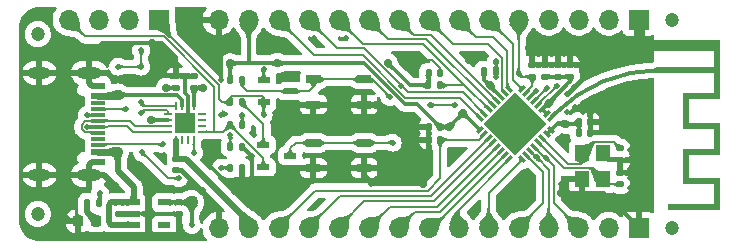
<source format=gtl>
%TF.GenerationSoftware,KiCad,Pcbnew,7.0.11*%
%TF.CreationDate,2024-04-19T11:45:32+08:00*%
%TF.ProjectId,UINIO-MCU-ESP32C3,55494e49-4f2d-44d4-9355-2d4553503332,Version 3.6.2*%
%TF.SameCoordinates,PX7367750PY5b66700*%
%TF.FileFunction,Copper,L1,Top*%
%TF.FilePolarity,Positive*%
%FSLAX46Y46*%
G04 Gerber Fmt 4.6, Leading zero omitted, Abs format (unit mm)*
G04 Created by KiCad (PCBNEW 7.0.11) date 2024-04-19 11:45:32*
%MOMM*%
%LPD*%
G01*
G04 APERTURE LIST*
G04 Aperture macros list*
%AMRoundRect*
0 Rectangle with rounded corners*
0 $1 Rounding radius*
0 $2 $3 $4 $5 $6 $7 $8 $9 X,Y pos of 4 corners*
0 Add a 4 corners polygon primitive as box body*
4,1,4,$2,$3,$4,$5,$6,$7,$8,$9,$2,$3,0*
0 Add four circle primitives for the rounded corners*
1,1,$1+$1,$2,$3*
1,1,$1+$1,$4,$5*
1,1,$1+$1,$6,$7*
1,1,$1+$1,$8,$9*
0 Add four rect primitives between the rounded corners*
20,1,$1+$1,$2,$3,$4,$5,0*
20,1,$1+$1,$4,$5,$6,$7,0*
20,1,$1+$1,$6,$7,$8,$9,0*
20,1,$1+$1,$8,$9,$2,$3,0*%
%AMRotRect*
0 Rectangle, with rotation*
0 The origin of the aperture is its center*
0 $1 length*
0 $2 width*
0 $3 Rotation angle, in degrees counterclockwise*
0 Add horizontal line*
21,1,$1,$2,0,0,$3*%
G04 Aperture macros list end*
%TA.AperFunction,SMDPad,CuDef*%
%ADD10R,1.070000X0.532000*%
%TD*%
%TA.AperFunction,SMDPad,CuDef*%
%ADD11RoundRect,0.135000X-0.135000X-0.185000X0.135000X-0.185000X0.135000X0.185000X-0.135000X0.185000X0*%
%TD*%
%TA.AperFunction,ComponentPad*%
%ADD12C,0.610000*%
%TD*%
%TA.AperFunction,SMDPad,CuDef*%
%ADD13RotRect,0.650000X0.280000X225.000000*%
%TD*%
%TA.AperFunction,SMDPad,CuDef*%
%ADD14RotRect,0.280000X0.650000X225.000000*%
%TD*%
%TA.AperFunction,SMDPad,CuDef*%
%ADD15RotRect,3.800000X3.800000X225.000000*%
%TD*%
%TA.AperFunction,SMDPad,CuDef*%
%ADD16RoundRect,0.135000X0.135000X0.185000X-0.135000X0.185000X-0.135000X-0.185000X0.135000X-0.185000X0*%
%TD*%
%TA.AperFunction,ComponentPad*%
%ADD17C,1.200000*%
%TD*%
%TA.AperFunction,SMDPad,CuDef*%
%ADD18R,1.200000X0.650000*%
%TD*%
%TA.AperFunction,SMDPad,CuDef*%
%ADD19RoundRect,0.140000X0.170000X-0.140000X0.170000X0.140000X-0.170000X0.140000X-0.170000X-0.140000X0*%
%TD*%
%TA.AperFunction,SMDPad,CuDef*%
%ADD20R,1.200000X1.400000*%
%TD*%
%TA.AperFunction,SMDPad,CuDef*%
%ADD21RoundRect,0.140000X-0.140000X-0.170000X0.140000X-0.170000X0.140000X0.170000X-0.140000X0.170000X0*%
%TD*%
%TA.AperFunction,SMDPad,CuDef*%
%ADD22RoundRect,0.140000X0.140000X0.170000X-0.140000X0.170000X-0.140000X-0.170000X0.140000X-0.170000X0*%
%TD*%
%TA.AperFunction,ComponentPad*%
%ADD23R,1.700000X1.700000*%
%TD*%
%TA.AperFunction,ComponentPad*%
%ADD24O,1.700000X1.700000*%
%TD*%
%TA.AperFunction,ConnectorPad*%
%ADD25R,0.500000X0.500000*%
%TD*%
%TA.AperFunction,ComponentPad*%
%ADD26R,0.500000X0.900000*%
%TD*%
%TA.AperFunction,ComponentPad*%
%ADD27O,2.100000X1.000000*%
%TD*%
%TA.AperFunction,ComponentPad*%
%ADD28O,1.900000X1.000000*%
%TD*%
%TA.AperFunction,SMDPad,CuDef*%
%ADD29R,1.150000X0.600000*%
%TD*%
%TA.AperFunction,SMDPad,CuDef*%
%ADD30R,1.150000X0.300000*%
%TD*%
%TA.AperFunction,SMDPad,CuDef*%
%ADD31RoundRect,0.218750X-0.218750X-0.256250X0.218750X-0.256250X0.218750X0.256250X-0.218750X0.256250X0*%
%TD*%
%TA.AperFunction,SMDPad,CuDef*%
%ADD32R,1.000000X0.600000*%
%TD*%
%TA.AperFunction,SMDPad,CuDef*%
%ADD33R,0.250000X0.750000*%
%TD*%
%TA.AperFunction,SMDPad,CuDef*%
%ADD34R,0.750000X0.250000*%
%TD*%
%TA.AperFunction,SMDPad,CuDef*%
%ADD35R,1.700000X1.700000*%
%TD*%
%TA.AperFunction,SMDPad,CuDef*%
%ADD36RoundRect,0.140000X-0.170000X0.140000X-0.170000X-0.140000X0.170000X-0.140000X0.170000X0.140000X0*%
%TD*%
%TA.AperFunction,ViaPad*%
%ADD37C,0.700000*%
%TD*%
%TA.AperFunction,ViaPad*%
%ADD38C,0.500000*%
%TD*%
%TA.AperFunction,ViaPad*%
%ADD39C,1.100000*%
%TD*%
%TA.AperFunction,ViaPad*%
%ADD40C,0.900000*%
%TD*%
%TA.AperFunction,Conductor*%
%ADD41C,0.400000*%
%TD*%
%TA.AperFunction,Conductor*%
%ADD42C,0.300000*%
%TD*%
%TA.AperFunction,Conductor*%
%ADD43C,0.500000*%
%TD*%
%TA.AperFunction,Conductor*%
%ADD44C,0.900000*%
%TD*%
%TA.AperFunction,Conductor*%
%ADD45C,0.200000*%
%TD*%
%TA.AperFunction,Conductor*%
%ADD46C,0.600000*%
%TD*%
G04 APERTURE END LIST*
%TA.AperFunction,EtchedComponent*%
%TO.C,AE1*%
G36*
X54473215Y-40000D02*
G01*
X59630000Y-40000D01*
X59630000Y-5040000D01*
X56990000Y-5040000D01*
X56990000Y-7040000D01*
X59630000Y-7040000D01*
X59630000Y-9740000D01*
X56990000Y-9740000D01*
X56990000Y-11740000D01*
X59630000Y-11740000D01*
X59630000Y-14440000D01*
X55190000Y-14440000D01*
X55190000Y-13940000D01*
X59130000Y-13940000D01*
X59130000Y-12240000D01*
X56490000Y-12240000D01*
X56490000Y-9240000D01*
X59130000Y-9240000D01*
X59130000Y-7540000D01*
X56490000Y-7540000D01*
X56490000Y-4540000D01*
X59130000Y-4540000D01*
X59130000Y-2840000D01*
X54230000Y-2840000D01*
X54230000Y-2340000D01*
X59130000Y-2340000D01*
X59130000Y-940000D01*
X54230000Y-940000D01*
X54230000Y-464844D01*
X54333957Y-464844D01*
X54334700Y-513363D01*
X54347600Y-558878D01*
X54358213Y-577489D01*
X54393447Y-611132D01*
X54438632Y-631691D01*
X54488158Y-638222D01*
X54536417Y-629782D01*
X54568643Y-612888D01*
X54601313Y-577628D01*
X54621408Y-532318D01*
X54627982Y-482733D01*
X54620092Y-434647D01*
X54603186Y-401755D01*
X54566416Y-366815D01*
X54521622Y-347153D01*
X54473215Y-342417D01*
X54425605Y-352258D01*
X54383203Y-376326D01*
X54350419Y-414269D01*
X54346065Y-422181D01*
X54333957Y-464844D01*
X54230000Y-464844D01*
X54230000Y-40000D01*
X54473215Y-40000D01*
G37*
%TD.AperFunction*%
%TD*%
D10*
%TO.P,VT2,1,B*%
%TO.N,Net-(VT2-B)*%
X20975000Y-3430000D03*
%TO.P,VT2,2,E*%
%TO.N,/DTR*%
X20975000Y-5330000D03*
%TO.P,VT2,3,C*%
%TO.N,/GPIO9{slash}BOOT*%
X23245000Y-4380000D03*
%TD*%
D11*
%TO.P,R1,1*%
%TO.N,Net-(D1-A)*%
X6050000Y-13810000D03*
%TO.P,R1,2*%
%TO.N,/VDD_3.3V*%
X7070000Y-13810000D03*
%TD*%
D12*
%TO.P,U3,*%
%TO.N,*%
X43149558Y-7140000D03*
X42301030Y-6291472D03*
X42301030Y-7988528D03*
X41452502Y-7140000D03*
D13*
%TO.P,U3,1,LNA_IN*%
%TO.N,Net-(AE1-FEED)*%
X45290677Y-6625226D03*
%TO.P,U3,2,VDD3P3*%
%TO.N,/VDD_3.3V*%
X44937124Y-6271673D03*
%TO.P,U3,3,VDD3P3*%
X44583571Y-5918119D03*
%TO.P,U3,4,XTAL_32K_P*%
%TO.N,/GPIO0*%
X44230017Y-5564566D03*
%TO.P,U3,5,XTAL_32K_N*%
%TO.N,/GPIO1*%
X43876464Y-5211013D03*
%TO.P,U3,6,GPIO2*%
%TO.N,/GPIO2*%
X43522911Y-4857459D03*
%TO.P,U3,7,CHIP_EN*%
%TO.N,/CHIP_EN*%
X43169357Y-4503906D03*
%TO.P,U3,8,GPIO3*%
%TO.N,/GPIO3*%
X42815804Y-4150353D03*
D14*
%TO.P,U3,9,MTMS*%
%TO.N,/GPIO4*%
X41786256Y-4150353D03*
%TO.P,U3,10,MTDI*%
%TO.N,/GPIO5*%
X41432703Y-4503906D03*
%TO.P,U3,11,VDD3P3_RTC*%
%TO.N,/VDD_3.3V*%
X41079149Y-4857459D03*
%TO.P,U3,12,MTCK*%
%TO.N,/GPIO6*%
X40725596Y-5211013D03*
%TO.P,U3,13,MTDO*%
%TO.N,/GPIO7*%
X40372043Y-5564566D03*
%TO.P,U3,14,GPIO8*%
%TO.N,/GPIO8*%
X40018489Y-5918119D03*
%TO.P,U3,15,GPIO9*%
%TO.N,/GPIO9{slash}BOOT*%
X39664936Y-6271673D03*
%TO.P,U3,16,GPIO10*%
%TO.N,/GPIO10*%
X39311383Y-6625226D03*
D13*
%TO.P,U3,17,VDD3P3_CPU*%
%TO.N,/VDD_3.3V*%
X39311383Y-7654774D03*
%TO.P,U3,18,VDD_SPI*%
%TO.N,/VDD_SPI{slash}GPIO11*%
X39664936Y-8008327D03*
%TO.P,U3,19,SPIHD*%
%TO.N,/SPIHD{slash}GPIO12*%
X40018489Y-8361881D03*
%TO.P,U3,20,SPIWP*%
%TO.N,/SPIWP{slash}GPIO13*%
X40372043Y-8715434D03*
%TO.P,U3,21,SPICS0*%
%TO.N,/SPICS0*%
X40725596Y-9068987D03*
%TO.P,U3,22,SPICLK*%
%TO.N,/SPICLK*%
X41079149Y-9422541D03*
%TO.P,U3,23,SPID*%
%TO.N,/SPID*%
X41432703Y-9776094D03*
%TO.P,U3,24,SPIQ*%
%TO.N,/SPIQ*%
X41786256Y-10129647D03*
D14*
%TO.P,U3,25,GPIO18*%
%TO.N,/GPIO18{slash}USB_D-*%
X42815804Y-10129647D03*
%TO.P,U3,26,GPIO19*%
%TO.N,/GPIO19{slash}USB_D+*%
X43169357Y-9776094D03*
%TO.P,U3,27,U0RXD*%
%TO.N,/U0RXD*%
X43522911Y-9422541D03*
%TO.P,U3,28,U0TXD*%
%TO.N,/U0TXD*%
X43876464Y-9068987D03*
%TO.P,U3,29,XTAL_N*%
%TO.N,Net-(U3-XTAL_N)*%
X44230017Y-8715434D03*
%TO.P,U3,30,XTAL_P*%
%TO.N,Net-(U3-XTAL_P)*%
X44583571Y-8361881D03*
%TO.P,U3,31,VDDA*%
%TO.N,/VDD_3.3V*%
X44937124Y-8008327D03*
%TO.P,U3,32,VDDA*%
X45290677Y-7654774D03*
D15*
%TO.P,U3,33,EP*%
%TO.N,GND*%
X42301030Y-7140000D03*
%TD*%
D11*
%TO.P,R6,1*%
%TO.N,/RTS*%
X18150000Y-7220000D03*
%TO.P,R6,2*%
%TO.N,Net-(VT2-B)*%
X19170000Y-7220000D03*
%TD*%
D16*
%TO.P,R7,1*%
%TO.N,/GPIO9{slash}BOOT*%
X19170000Y-3450000D03*
%TO.P,R7,2*%
%TO.N,/VDD_3.3V*%
X18150000Y-3450000D03*
%TD*%
D17*
%TO.P,HOLE1,*%
%TO.N,*%
X1860000Y460000D03*
%TD*%
D18*
%TO.P,SW2,1,1*%
%TO.N,GND*%
X29500000Y-5505000D03*
%TO.P,SW2,2,2*%
X25200000Y-5505000D03*
%TO.P,SW2,3,3*%
%TO.N,/GPIO9{slash}BOOT*%
X29500000Y-3355000D03*
%TO.P,SW2,4,4*%
X25200000Y-3355000D03*
%TD*%
D19*
%TO.P,C11,1*%
%TO.N,GND*%
X13580000Y-11070000D03*
%TO.P,C11,2*%
%TO.N,/VDD_5V*%
X13580000Y-10110000D03*
%TD*%
%TO.P,C16,1*%
%TO.N,/VDD_3.3V*%
X15070000Y-4090000D03*
%TO.P,C16,2*%
%TO.N,GND*%
X15070000Y-3130000D03*
%TD*%
D11*
%TO.P,R2,1*%
%TO.N,/VDD_3.3V*%
X39640000Y-2630000D03*
%TO.P,R2,2*%
%TO.N,/CHIP_EN*%
X40660000Y-2630000D03*
%TD*%
D20*
%TO.P,Y1,1,1*%
%TO.N,Net-(U3-XTAL_P)*%
X47970000Y-9610000D03*
%TO.P,Y1,2,2*%
%TO.N,GND*%
X47970000Y-11810000D03*
%TO.P,Y1,3,3*%
%TO.N,Net-(U3-XTAL_N)*%
X49670000Y-11810000D03*
%TO.P,Y1,4,4*%
%TO.N,GND*%
X49670000Y-9610000D03*
%TD*%
D19*
%TO.P,C4,1*%
%TO.N,/VDD_3.3V*%
X44800000Y-3134155D03*
%TO.P,C4,2*%
%TO.N,GND*%
X44800000Y-2174155D03*
%TD*%
D21*
%TO.P,C14,1*%
%TO.N,/VDD_3.3V*%
X34940000Y-2800000D03*
%TO.P,C14,2*%
%TO.N,GND*%
X35900000Y-2800000D03*
%TD*%
D19*
%TO.P,C5,1*%
%TO.N,/VDD_3.3V*%
X45880000Y-3134155D03*
%TO.P,C5,2*%
%TO.N,GND*%
X45880000Y-2174155D03*
%TD*%
D22*
%TO.P,C18,1*%
%TO.N,/VDD_3.3V*%
X35920000Y-7400000D03*
%TO.P,C18,2*%
%TO.N,GND*%
X34960000Y-7400000D03*
%TD*%
D23*
%TO.P,J2,1,Pin_1*%
%TO.N,/DTR*%
X12090000Y1680000D03*
D24*
%TO.P,J2,2,Pin_2*%
%TO.N,/U0TXD*%
X9550000Y1680000D03*
%TO.P,J2,3,Pin_3*%
%TO.N,/U0RXD*%
X7010000Y1680000D03*
%TO.P,J2,4,Pin_4*%
%TO.N,/RTS*%
X4470000Y1680000D03*
%TD*%
D25*
%TO.P,AE1,1,FEED*%
%TO.N,Net-(AE1-FEED)*%
X54480000Y-2590000D03*
D26*
%TO.P,AE1,2,PCB_Trace*%
%TO.N,GND*%
X54480000Y-490000D03*
%TD*%
D10*
%TO.P,VT1,1,B*%
%TO.N,Net-(VT1-B)*%
X20955000Y-8900000D03*
%TO.P,VT1,2,E*%
%TO.N,/RTS*%
X20955000Y-10800000D03*
%TO.P,VT1,3,C*%
%TO.N,/CHIP_EN*%
X23225000Y-9850000D03*
%TD*%
D21*
%TO.P,C12,1*%
%TO.N,/VDD_3.3V*%
X47670000Y-7890000D03*
%TO.P,C12,2*%
%TO.N,GND*%
X48630000Y-7890000D03*
%TD*%
D19*
%TO.P,C15,1*%
%TO.N,GND*%
X51190000Y-10170000D03*
%TO.P,C15,2*%
%TO.N,Net-(U3-XTAL_P)*%
X51190000Y-9210000D03*
%TD*%
D11*
%TO.P,R5,1*%
%TO.N,/DTR*%
X18150000Y-5330000D03*
%TO.P,R5,2*%
%TO.N,Net-(VT1-B)*%
X19170000Y-5330000D03*
%TD*%
D21*
%TO.P,C10,1*%
%TO.N,/VDD_3.3V*%
X47670000Y-6970000D03*
%TO.P,C10,2*%
%TO.N,GND*%
X48630000Y-6970000D03*
%TD*%
D19*
%TO.P,C3,1*%
%TO.N,GND*%
X13800000Y-14750000D03*
%TO.P,C3,2*%
%TO.N,/VDD_3.3V*%
X13800000Y-13790000D03*
%TD*%
D11*
%TO.P,R8,1*%
%TO.N,Net-(USB1-CC2)*%
X18140000Y-9070000D03*
%TO.P,R8,2*%
%TO.N,GND*%
X19160000Y-9070000D03*
%TD*%
%TO.P,R3,1*%
%TO.N,Net-(USB1-CC1)*%
X18150000Y-10900000D03*
%TO.P,R3,2*%
%TO.N,GND*%
X19170000Y-10900000D03*
%TD*%
D17*
%TO.P,HOLE3,*%
%TO.N,*%
X55540000Y1680000D03*
%TD*%
D27*
%TO.P,USB1,13,GND*%
%TO.N,GND*%
X6199000Y-2815000D03*
%TO.P,USB1,14,GND*%
X6199000Y-11465000D03*
D28*
%TO.P,USB1,15,GND*%
X1999000Y-2815000D03*
%TO.P,USB1,16,GND*%
X1999000Y-11465000D03*
D29*
%TO.P,USB1,A1B12,GND*%
X6961000Y-3940000D03*
%TO.P,USB1,A4B9,VBUS*%
%TO.N,/VDD_5V*%
X6961000Y-4740000D03*
D30*
%TO.P,USB1,A5,CC1*%
%TO.N,Net-(USB1-CC1)*%
X6961000Y-5890000D03*
%TO.P,USB1,A6,DP1*%
%TO.N,/USB_Data+*%
X6961000Y-6890000D03*
%TO.P,USB1,A7,DN1*%
%TO.N,/USB_Data-*%
X6961000Y-7390000D03*
%TO.P,USB1,A8,SBU1*%
%TO.N,unconnected-(USB1-SBU1-PadA8)*%
X6961000Y-8390000D03*
D29*
%TO.P,USB1,B1A12,GND*%
%TO.N,GND*%
X6961000Y-10340000D03*
%TO.P,USB1,B4A9,VBUS*%
%TO.N,/VDD_5V*%
X6961000Y-9540000D03*
D30*
%TO.P,USB1,B5,CC2*%
%TO.N,Net-(USB1-CC2)*%
X6961000Y-8890000D03*
%TO.P,USB1,B6,DP2*%
%TO.N,/USB_Data+*%
X6961000Y-7890000D03*
%TO.P,USB1,B7,DN2*%
%TO.N,/USB_Data-*%
X6961000Y-6390000D03*
%TO.P,USB1,B8,SBU2*%
%TO.N,unconnected-(USB1-SBU2-PadB8)*%
X6961000Y-5390000D03*
%TD*%
D31*
%TO.P,D1,1,K*%
%TO.N,GND*%
X5222500Y-15370000D03*
%TO.P,D1,2,A*%
%TO.N,Net-(D1-A)*%
X6797500Y-15370000D03*
%TD*%
D32*
%TO.P,U1,1,Vin*%
%TO.N,/VDD_5V*%
X9966000Y-13790000D03*
%TO.P,U1,2,Vss*%
%TO.N,GND*%
X9966000Y-14740000D03*
%TO.P,U1,3,CE*%
%TO.N,/VDD_5V*%
X9966000Y-15690000D03*
%TO.P,U1,4,NC*%
%TO.N,unconnected-(U1-NC-Pad4)*%
X12566000Y-15690000D03*
%TO.P,U1,5,Vout*%
%TO.N,/VDD_3.3V*%
X12566000Y-13790000D03*
%TD*%
D19*
%TO.P,C9,1*%
%TO.N,/CHIP_EN*%
X43730000Y-3134155D03*
%TO.P,C9,2*%
%TO.N,GND*%
X43730000Y-2174155D03*
%TD*%
D33*
%TO.P,U4,1,VIO*%
%TO.N,/VDD_3.3V*%
X15078000Y-5620000D03*
%TO.P,U4,2,GND*%
%TO.N,GND*%
X14579000Y-5620000D03*
%TO.P,U4,3,VDD5*%
%TO.N,/VDD_5V*%
X14078000Y-5620000D03*
%TO.P,U4,4,TXD*%
%TO.N,/U0RXD*%
X13579000Y-5620000D03*
D34*
%TO.P,U4,5,RXD*%
%TO.N,/U0TXD*%
X12880000Y-6320000D03*
%TO.P,U4,6,V3*%
%TO.N,/VDD_3.3V*%
X12880000Y-6820000D03*
%TO.P,U4,7,UD+*%
%TO.N,/USB_Data+*%
X12880000Y-7320000D03*
%TO.P,U4,8,UD-*%
%TO.N,/USB_Data-*%
X12880000Y-7820000D03*
D33*
%TO.P,U4,9,VBUS*%
%TO.N,/VDD_5V*%
X13580000Y-8520000D03*
%TO.P,U4,10,ACT#*%
%TO.N,unconnected-(U4-ACT#-Pad10)*%
X14080000Y-8520000D03*
%TO.P,U4,11,DCD*%
%TO.N,unconnected-(U4-DCD-Pad11)*%
X14580000Y-8520000D03*
%TO.P,U4,12,DTRTNOW*%
%TO.N,/DTR*%
X15079000Y-8520000D03*
D34*
%TO.P,U4,13,RTS*%
%TO.N,/RTS*%
X15780000Y-7820000D03*
%TO.P,U4,14,DSR*%
%TO.N,unconnected-(U4-DSR-Pad14)*%
X15780000Y-7320000D03*
%TO.P,U4,15,CTS*%
%TO.N,unconnected-(U4-CTS-Pad15)*%
X15780000Y-6820000D03*
%TO.P,U4,16,RI*%
%TO.N,unconnected-(U4-RI-Pad16)*%
X15780000Y-6320000D03*
D35*
%TO.P,U4,17,EP*%
%TO.N,GND*%
X14330000Y-7070000D03*
%TD*%
D19*
%TO.P,C2,1*%
%TO.N,GND*%
X8730000Y-14750000D03*
%TO.P,C2,2*%
%TO.N,/VDD_5V*%
X8730000Y-13790000D03*
%TD*%
D16*
%TO.P,R4,1*%
%TO.N,/GPIO8*%
X35950000Y-3890000D03*
%TO.P,R4,2*%
%TO.N,/VDD_3.3V*%
X34930000Y-3890000D03*
%TD*%
D36*
%TO.P,C17,1*%
%TO.N,GND*%
X51190000Y-11300000D03*
%TO.P,C17,2*%
%TO.N,Net-(U3-XTAL_N)*%
X51190000Y-12260000D03*
%TD*%
D22*
%TO.P,C19,1*%
%TO.N,/VDD_SPI{slash}GPIO11*%
X35920000Y-8480000D03*
%TO.P,C19,2*%
%TO.N,GND*%
X34960000Y-8480000D03*
%TD*%
D19*
%TO.P,C7,1*%
%TO.N,/VDD_3.3V*%
X46950000Y-3134155D03*
%TO.P,C7,2*%
%TO.N,GND*%
X46950000Y-2174155D03*
%TD*%
D36*
%TO.P,C13,1*%
%TO.N,GND*%
X13570000Y-3120000D03*
%TO.P,C13,2*%
%TO.N,/VDD_3.3V*%
X13570000Y-4080000D03*
%TD*%
D17*
%TO.P,HOLE4,*%
%TO.N,*%
X55540000Y-15950000D03*
%TD*%
%TO.P,HOLE5,*%
%TO.N,*%
X1860000Y-14750000D03*
%TD*%
D18*
%TO.P,SW1,1,1*%
%TO.N,GND*%
X29500000Y-10885000D03*
%TO.P,SW1,2,2*%
X25200000Y-10885000D03*
%TO.P,SW1,3,3*%
%TO.N,/CHIP_EN*%
X29500000Y-8735000D03*
%TO.P,SW1,4,4*%
X25200000Y-8735000D03*
%TD*%
D23*
%TO.P,J3,1,Pin_1*%
%TO.N,GND*%
X52720000Y-15950000D03*
D24*
%TO.P,J3,2,Pin_2*%
%TO.N,/VDD_3.3V*%
X50180000Y-15950000D03*
%TO.P,J3,3,Pin_3*%
%TO.N,/U0TXD*%
X47640000Y-15950000D03*
%TO.P,J3,4,Pin_4*%
%TO.N,/U0RXD*%
X45100000Y-15950000D03*
%TO.P,J3,5,Pin_5*%
%TO.N,/GPIO19{slash}USB_D+*%
X42560000Y-15950000D03*
%TO.P,J3,6,Pin_6*%
%TO.N,/GPIO18{slash}USB_D-*%
X40020000Y-15950000D03*
%TO.P,J3,7,Pin_7*%
%TO.N,/SPIQ*%
X37480000Y-15950000D03*
%TO.P,J3,8,Pin_8*%
%TO.N,/SPID*%
X34940000Y-15950000D03*
%TO.P,J3,9,Pin_9*%
%TO.N,/SPICLK*%
X32400000Y-15950000D03*
%TO.P,J3,10,Pin_10*%
%TO.N,/SPICS0*%
X29860000Y-15950000D03*
%TO.P,J3,11,Pin_11*%
%TO.N,/SPIWP{slash}GPIO13*%
X27320000Y-15950000D03*
%TO.P,J3,12,Pin_12*%
%TO.N,/SPIHD{slash}GPIO12*%
X24780000Y-15950000D03*
%TO.P,J3,13,Pin_13*%
%TO.N,/VDD_SPI{slash}GPIO11*%
X22240000Y-15950000D03*
%TO.P,J3,14,Pin_14*%
%TO.N,/VDD_5V*%
X19700000Y-15950000D03*
%TO.P,J3,15,Pin_15*%
%TO.N,GND*%
X17160000Y-15950000D03*
%TD*%
D23*
%TO.P,J1,1,Pin_1*%
%TO.N,GND*%
X52730000Y1680000D03*
D24*
%TO.P,J1,2,Pin_2*%
%TO.N,/GPIO0*%
X50190000Y1680000D03*
%TO.P,J1,3,Pin_3*%
%TO.N,/GPIO1*%
X47650000Y1680000D03*
%TO.P,J1,4,Pin_4*%
%TO.N,/GPIO2*%
X45110000Y1680000D03*
%TO.P,J1,5,Pin_5*%
%TO.N,/CHIP_EN*%
X42570000Y1680000D03*
%TO.P,J1,6,Pin_6*%
%TO.N,/GPIO3*%
X40030000Y1680000D03*
%TO.P,J1,7,Pin_7*%
%TO.N,/GPIO4*%
X37490000Y1680000D03*
%TO.P,J1,8,Pin_8*%
%TO.N,/GPIO5*%
X34950000Y1680000D03*
%TO.P,J1,9,Pin_9*%
%TO.N,/GPIO6*%
X32410000Y1680000D03*
%TO.P,J1,10,Pin_10*%
%TO.N,/GPIO7*%
X29870000Y1680000D03*
%TO.P,J1,11,Pin_11*%
%TO.N,/GPIO8*%
X27330000Y1680000D03*
%TO.P,J1,12,Pin_12*%
%TO.N,/GPIO9{slash}BOOT*%
X24790000Y1680000D03*
%TO.P,J1,13,Pin_13*%
%TO.N,/GPIO10*%
X22250000Y1680000D03*
%TO.P,J1,14,Pin_14*%
%TO.N,/VDD_3.3V*%
X19710000Y1680000D03*
%TO.P,J1,15,Pin_15*%
%TO.N,GND*%
X17170000Y1680000D03*
%TD*%
D37*
%TO.N,/VDD_3.3V*%
X18150000Y-2019500D03*
D38*
X14880000Y-15700000D03*
D37*
X40170847Y-3879153D03*
X45115845Y-5385845D03*
X22130000Y-1990000D03*
D38*
X7100000Y-13020000D03*
D37*
X12720000Y-4080000D03*
X31469062Y-2000438D03*
X36700000Y-7390000D03*
X15830000Y-4080000D03*
X37850000Y-6200000D03*
X11410000Y-6795500D03*
X46490000Y-7130000D03*
D39*
X14880000Y-13780000D03*
D38*
%TO.N,GND*%
X51200000Y-110000D03*
X50390000Y-5350000D03*
X20980000Y120000D03*
X49590000Y-6950000D03*
X52790000Y-7750000D03*
D37*
X15750000Y-12800000D03*
D38*
X50380000Y-7740000D03*
X51190000Y-1120000D03*
X51190000Y-7750000D03*
X53590000Y-9350000D03*
X47320000Y-5710000D03*
D37*
X46120000Y-12970000D03*
D38*
X53590000Y-14150000D03*
X53590000Y-5350000D03*
X53590000Y-6150000D03*
X22170000Y-7200000D03*
D37*
X43920000Y-7140000D03*
D38*
X47280000Y-4020000D03*
X53590000Y-960000D03*
X53590000Y-3550000D03*
X49530000Y-1635000D03*
X51990000Y-6950000D03*
X53590000Y-4550000D03*
D37*
X42960000Y-12240000D03*
D38*
X46640000Y-4630000D03*
X20140000Y-8100000D03*
X53590000Y-12550000D03*
X49590000Y-5340000D03*
X49590000Y-6150000D03*
X49590000Y-13350000D03*
X52790000Y-110000D03*
X53590000Y-10150000D03*
X19960000Y-9890000D03*
X53590000Y-13350000D03*
X51980000Y-10950000D03*
X52790000Y-14150000D03*
X48010000Y-6150000D03*
D37*
X11530000Y-300000D03*
D38*
X50390000Y-4570000D03*
X50360000Y-340000D03*
X51990000Y-990000D03*
X45890000Y-8400000D03*
D37*
X8400000Y-12410000D03*
D38*
X52790000Y-4550000D03*
X53590000Y-1760000D03*
X47930000Y-2430000D03*
X52790000Y-960000D03*
X53590000Y-110000D03*
X52790000Y-6950000D03*
X15940000Y-10220000D03*
X52790000Y-5350000D03*
X49530000Y-2620000D03*
X50360000Y-2320000D03*
X48700000Y-2016666D03*
X17404647Y-3384647D03*
D37*
X42300000Y-8760000D03*
D38*
X51190000Y-2070000D03*
X51980000Y-9350000D03*
X51990000Y-5350000D03*
X39050000Y-14310000D03*
D37*
X38390000Y-1740000D03*
D38*
X46370000Y-110000D03*
D37*
X30468500Y-5508500D03*
D38*
X49580000Y-7740000D03*
X33750000Y-1740000D03*
X46670000Y-6150000D03*
X48790000Y-6150000D03*
X51190000Y-3990000D03*
X50390000Y-6150000D03*
X53590000Y-7750000D03*
X52790000Y-10150000D03*
X53590000Y-11750000D03*
X51980000Y-10150000D03*
X27920000Y110000D03*
X53590000Y-8550000D03*
D37*
X34450000Y-12240000D03*
D38*
X51990000Y-14150000D03*
X46130000Y-12240000D03*
X49590000Y-4580000D03*
X50390000Y-13350000D03*
X52790000Y-6150000D03*
X51190000Y-6950000D03*
X50360000Y-1330000D03*
X17410000Y-6380000D03*
D37*
X42310000Y-5530000D03*
D38*
X53590000Y-10950000D03*
D37*
X18520000Y-12800000D03*
D38*
X46380000Y-850000D03*
X48790000Y-5000000D03*
X52790000Y-3620000D03*
X51990000Y-7750000D03*
X51990000Y-3770000D03*
X25280000Y120000D03*
X53590000Y-6950000D03*
X16110000Y-300000D03*
X12520000Y-9800000D03*
X51990000Y-6150000D03*
X51190000Y-14150000D03*
X25140000Y-6630000D03*
X51990000Y-4550000D03*
X52790000Y-13350000D03*
X51990000Y-13350000D03*
X48710000Y-2970000D03*
X52790000Y-11750000D03*
X51990000Y-8550000D03*
X51990000Y-110000D03*
X47940000Y-3420000D03*
D37*
X43465000Y-710000D03*
D38*
X51980000Y-11750000D03*
X30070000Y-12240000D03*
X52790000Y-1760000D03*
X52790000Y-8550000D03*
X51980000Y-12550000D03*
X52790000Y-12550000D03*
X48700000Y-110000D03*
X52790000Y-10950000D03*
X51190000Y-4730000D03*
X23451916Y-3198452D03*
X50390000Y-6950000D03*
X25720000Y-13700000D03*
X31410000Y-11230000D03*
X51190000Y-6210000D03*
D37*
X37020000Y-9670000D03*
X11250000Y-11780000D03*
D38*
X52790000Y-9350000D03*
D37*
X40680000Y-7140000D03*
D38*
X51190000Y-5470000D03*
X48010000Y-5340000D03*
X48790000Y-13350000D03*
X52000000Y-1890000D03*
X51190000Y-13350000D03*
D40*
%TO.N,/VDD_5V*%
X8610000Y-9530000D03*
X8610000Y-4680000D03*
D38*
%TO.N,/CHIP_EN*%
X40660000Y-1840000D03*
X40670000Y-3200000D03*
X37220000Y-5540000D03*
X31905000Y-8735000D03*
X35100000Y-5540000D03*
X42570000Y-2890000D03*
%TO.N,/GPIO0*%
X45826936Y-3896936D03*
%TO.N,/GPIO1*%
X44958738Y-4128738D03*
%TO.N,/GPIO2*%
X44039291Y-4341079D03*
%TO.N,/GPIO9{slash}BOOT*%
X31636800Y-4863200D03*
X32595000Y-3905000D03*
%TO.N,/DTR*%
X20980000Y-6360000D03*
X15080000Y-9600000D03*
%TO.N,/U0RXD*%
X10620000Y-2300000D03*
X44085185Y-9984815D03*
X8630000Y-2290000D03*
X10610000Y-920500D03*
X10620000Y-5300000D03*
%TO.N,/U0TXD*%
X10630000Y-6210000D03*
X44900000Y-10030000D03*
%TO.N,Net-(USB1-CC1)*%
X9360000Y-5900000D03*
X17380000Y-10840000D03*
X13820000Y-11730000D03*
X10670000Y-9560000D03*
%TO.N,/USB_Data-*%
X6020000Y-6390000D03*
X6020500Y-7390000D03*
%TO.N,Net-(VT2-B)*%
X19160000Y-6380000D03*
X20970000Y-2490000D03*
%TO.N,Net-(USB1-CC2)*%
X12500000Y-8880000D03*
X18160000Y-8120000D03*
%TD*%
D41*
%TO.N,GND*%
X46670000Y-4630000D02*
X46640000Y-4630000D01*
X47260000Y-4040000D02*
X46670000Y-4630000D01*
D42*
%TO.N,/VDD_3.3V*%
X46950000Y-3134155D02*
X46950000Y-3551690D01*
X44583571Y-5918119D02*
X44937124Y-6271673D01*
X22130000Y-1990000D02*
X29470000Y-1990000D01*
X46490000Y-7130000D02*
X46480000Y-7140000D01*
X37850000Y-6200000D02*
X37856609Y-6200000D01*
X36690000Y-7400000D02*
X35920000Y-7400000D01*
X29470000Y-1990000D02*
X32920000Y-5440000D01*
X13800000Y-13790000D02*
X14870000Y-13790000D01*
X14870000Y-13790000D02*
X14880000Y-13780000D01*
X18150000Y-2019500D02*
X18179500Y-1990000D01*
X45805451Y-7140000D02*
X45290677Y-7654774D01*
X15640000Y-4090000D02*
X15070000Y-4090000D01*
X32920000Y-5440000D02*
X33970000Y-5440000D01*
X37850000Y-6240000D02*
X36690000Y-7400000D01*
X36700000Y-7390000D02*
X35930000Y-7390000D01*
X33970000Y-5440000D02*
X35920000Y-7390000D01*
X15830000Y-4080000D02*
X15650000Y-4080000D01*
X19710000Y-1990000D02*
X19710000Y1680000D01*
X18150000Y-2019500D02*
X18150000Y-3450000D01*
X40170847Y-3949157D02*
X41079149Y-4857459D01*
X11434500Y-6820000D02*
X12880000Y-6820000D01*
X18179500Y-1990000D02*
X19710000Y-1990000D01*
X37856609Y-6200000D02*
X39311383Y-7654774D01*
X34940000Y-3880000D02*
X34940000Y-2800000D01*
X45290677Y-7654774D02*
X44937124Y-8008327D01*
X39630000Y-3410000D02*
X39630000Y-2640000D01*
X47670000Y-6970000D02*
X47670000Y-7890000D01*
X12566000Y-13790000D02*
X13800000Y-13790000D01*
X40170847Y-3879153D02*
X40170847Y-3949157D01*
X46490000Y-7130000D02*
X47510000Y-7130000D01*
X22130000Y-1990000D02*
X19710000Y-1990000D01*
X46950000Y-3134155D02*
X44800000Y-3134155D01*
X31469062Y-2000438D02*
X33358624Y-3890000D01*
X33358624Y-3890000D02*
X34930000Y-3890000D01*
X47510000Y-7130000D02*
X47670000Y-6970000D01*
X37850000Y-6200000D02*
X37850000Y-6240000D01*
X40170847Y-3879153D02*
X40099153Y-3879153D01*
X14880000Y-13780000D02*
X14880000Y-15700000D01*
X40099153Y-3879153D02*
X39630000Y-3410000D01*
X7100000Y-13020000D02*
X7100000Y-13780000D01*
X15078000Y-5620000D02*
X15078000Y-4098000D01*
X46950000Y-3551690D02*
X45115845Y-5385845D01*
X12720000Y-4080000D02*
X13570000Y-4080000D01*
X45115845Y-5385845D02*
X44583571Y-5918119D01*
X46480000Y-7140000D02*
X45805451Y-7140000D01*
X15650000Y-4080000D02*
X15640000Y-4090000D01*
X11410000Y-6795500D02*
X11434500Y-6820000D01*
%TO.N,GND*%
X14310000Y-3180000D02*
X14310000Y-4500000D01*
X11250000Y-11780000D02*
X11250000Y-14330000D01*
X15070000Y-3130000D02*
X14360000Y-3130000D01*
X7270000Y-300000D02*
X6199000Y-1371000D01*
X19960000Y-12370000D02*
X19530000Y-12800000D01*
X13560000Y-16500000D02*
X5530000Y-16500000D01*
D43*
X6485018Y-3940000D02*
X6961000Y-3940000D01*
D42*
X14579000Y-5620000D02*
X14579000Y-6821000D01*
D44*
X52790000Y-490000D02*
X52726000Y-426000D01*
D42*
X25200000Y-5505000D02*
X29500000Y-5505000D01*
D43*
X7455000Y-11465000D02*
X6199000Y-11465000D01*
D42*
X14360000Y-3130000D02*
X14310000Y-3180000D01*
D45*
X35900000Y-2430000D02*
X35900000Y-2800000D01*
D43*
X6199000Y-3653982D02*
X6485018Y-3940000D01*
D45*
X33750000Y-1740000D02*
X35210000Y-1740000D01*
D42*
X48030000Y-12970000D02*
X46120000Y-12970000D01*
D41*
X15750000Y-12800000D02*
X14020000Y-11070000D01*
D42*
X19530000Y-12800000D02*
X18520000Y-12800000D01*
X14579000Y-4769000D02*
X14579000Y-5620000D01*
D45*
X29500000Y-11330000D02*
X29500000Y-10885000D01*
D42*
X19960000Y-9890000D02*
X19960000Y-12370000D01*
D44*
X52730000Y-422000D02*
X52730000Y1680000D01*
D43*
X6485018Y-10340000D02*
X6199000Y-10626018D01*
D42*
X5222500Y-16192500D02*
X5222500Y-15370000D01*
X48040000Y-12980000D02*
X49830000Y-12980000D01*
X15940000Y-10220000D02*
X18520000Y-12800000D01*
X49830000Y-12980000D02*
X52720000Y-15870000D01*
D43*
X4085000Y-11415000D02*
X4085000Y-14915000D01*
D41*
X47270000Y-4040000D02*
X47890000Y-3420000D01*
D43*
X6199000Y-2815000D02*
X6199000Y-3653982D01*
D44*
X54480000Y-490000D02*
X52790000Y-490000D01*
D42*
X46120000Y-12970000D02*
X46130000Y-12960000D01*
X11530000Y-300000D02*
X12360000Y-300000D01*
X17404647Y-3384647D02*
X17404647Y-1594647D01*
X47970000Y-12910000D02*
X47970000Y-11810000D01*
X11530000Y-300000D02*
X7270000Y-300000D01*
D45*
X29500000Y-10885000D02*
X25200000Y-10885000D01*
D42*
X13570000Y-1510000D02*
X13570000Y-3120000D01*
D45*
X51190000Y-11130000D02*
X51190000Y-10000000D01*
D41*
X51130000Y-10110000D02*
X50170000Y-10110000D01*
D43*
X6961000Y-10340000D02*
X6485018Y-10340000D01*
D42*
X11670000Y-14750000D02*
X13800000Y-14750000D01*
X19960000Y-9890000D02*
X19160000Y-9090000D01*
X14360000Y-3130000D02*
X13580000Y-3130000D01*
D43*
X1999000Y-2815000D02*
X6199000Y-2815000D01*
X8400000Y-12410000D02*
X7455000Y-11465000D01*
D42*
X46130000Y-12960000D02*
X46130000Y-12240000D01*
D44*
X52726000Y-426000D02*
X52730000Y-422000D01*
D43*
X4540000Y-15370000D02*
X5222500Y-15370000D01*
D42*
X43730000Y-2174155D02*
X46950000Y-2174155D01*
X13800000Y-14750000D02*
X13800000Y-16260000D01*
X30468500Y-5508500D02*
X29503500Y-5508500D01*
X13800000Y-16260000D02*
X13560000Y-16500000D01*
D41*
X50170000Y-10110000D02*
X49670000Y-9610000D01*
D43*
X1999000Y-11465000D02*
X6199000Y-11465000D01*
D45*
X30070000Y-12240000D02*
X30070000Y-11900000D01*
D42*
X11250000Y-14330000D02*
X11670000Y-14750000D01*
X12360000Y-300000D02*
X13570000Y-1510000D01*
D43*
X6199000Y-10626018D02*
X6199000Y-11465000D01*
D42*
X5530000Y-16500000D02*
X5222500Y-16192500D01*
D45*
X30070000Y-11900000D02*
X29500000Y-11330000D01*
X35210000Y-1740000D02*
X35900000Y-2430000D01*
D43*
X1999000Y-2815000D02*
X1999000Y-11465000D01*
D42*
X14310000Y-4500000D02*
X14579000Y-4769000D01*
X6199000Y-1371000D02*
X6199000Y-2815000D01*
D45*
X47890000Y-3420000D02*
X47940000Y-3420000D01*
D43*
X4085000Y-14915000D02*
X4540000Y-15370000D01*
X8730000Y-14750000D02*
X9956000Y-14750000D01*
D42*
X48030000Y-12970000D02*
X48040000Y-12980000D01*
X30070000Y-12240000D02*
X34450000Y-12240000D01*
X17404647Y-1594647D02*
X16110000Y-300000D01*
X48030000Y-12970000D02*
X47970000Y-12910000D01*
D41*
X14020000Y-11070000D02*
X13580000Y-11070000D01*
D43*
%TO.N,/VDD_5V*%
X13580000Y-10110000D02*
X14400000Y-10110000D01*
X8600000Y-4690000D02*
X8610000Y-4680000D01*
X7870000Y-14010000D02*
X7870000Y-15470000D01*
D42*
X13650000Y-4680000D02*
X14078000Y-5108000D01*
D43*
X9966000Y-12486000D02*
X9966000Y-13790000D01*
D46*
X8600000Y-9540000D02*
X6961000Y-9540000D01*
D43*
X14400000Y-10110000D02*
X19710000Y-15420000D01*
X8730000Y-13790000D02*
X9966000Y-13790000D01*
D42*
X8610000Y-4680000D02*
X13650000Y-4680000D01*
D43*
X13580000Y-10110000D02*
X13580000Y-8520000D01*
D46*
X8610000Y-9530000D02*
X8600000Y-9540000D01*
D43*
X8610000Y-11130000D02*
X9966000Y-12486000D01*
D42*
X14078000Y-5108000D02*
X14078000Y-5620000D01*
D43*
X8610000Y-9530000D02*
X8610000Y-11130000D01*
D46*
X8550000Y-4740000D02*
X8610000Y-4680000D01*
D43*
X8090000Y-15690000D02*
X9966000Y-15690000D01*
X8730000Y-13790000D02*
X8090000Y-13790000D01*
D46*
X6961000Y-4740000D02*
X8550000Y-4740000D01*
D43*
X7870000Y-15470000D02*
X8090000Y-15690000D01*
X8090000Y-13790000D02*
X7870000Y-14010000D01*
D42*
%TO.N,Net-(AE1-FEED)*%
X45681474Y-6234428D02*
X45290677Y-6625226D01*
X54479903Y-2590013D02*
G75*
G03*
X45681473Y-6234427I-3J-12442887D01*
G01*
D45*
%TO.N,/CHIP_EN*%
X43730000Y-3140000D02*
X43730000Y-3943263D01*
X35100000Y-5540000D02*
X37220000Y-5540000D01*
X23225000Y-9225000D02*
X23715000Y-8735000D01*
X23225000Y-9850000D02*
X23225000Y-9225000D01*
X40660000Y-2630000D02*
X40660000Y-1840000D01*
X23715000Y-8735000D02*
X25200000Y-8735000D01*
X29500000Y-8735000D02*
X25200000Y-8735000D01*
X42570000Y-2890000D02*
X42814155Y-3134155D01*
X31905000Y-8735000D02*
X29500000Y-8735000D01*
X43730000Y-3943263D02*
X43169357Y-4503906D01*
X42570000Y-2890000D02*
X42570000Y1680000D01*
X42814155Y-3134155D02*
X43730000Y-3134155D01*
D42*
X40670000Y-3200000D02*
X40670000Y-2640000D01*
D45*
%TO.N,/VDD_SPI{slash}GPIO11*%
X39193263Y-8480000D02*
X39664936Y-8008327D01*
X35920000Y-11753263D02*
X35920000Y-8480000D01*
X22240000Y-15890000D02*
X25340000Y-12790000D01*
X35920000Y-8480000D02*
X39193263Y-8480000D01*
X25340000Y-12790000D02*
X34883263Y-12790000D01*
X34883263Y-12790000D02*
X35920000Y-11753263D01*
%TO.N,Net-(U3-XTAL_P)*%
X47970000Y-10370000D02*
X47830000Y-10510000D01*
X50640000Y-8660000D02*
X48820000Y-8660000D01*
X48820000Y-8660000D02*
X47970000Y-9510000D01*
X51190000Y-9210000D02*
X50640000Y-8660000D01*
X47830000Y-10510000D02*
X46731690Y-10510000D01*
X47970000Y-9610000D02*
X47970000Y-10370000D01*
X46731690Y-10510000D02*
X44583571Y-8361881D01*
%TO.N,/GPIO0*%
X45826936Y-3896936D02*
X44230017Y-5493855D01*
X44230017Y-5493855D02*
X44230017Y-5564566D01*
%TO.N,/GPIO1*%
X44958738Y-4128738D02*
X43876464Y-5211013D01*
%TO.N,/GPIO2*%
X44039291Y-4341079D02*
X43522911Y-4857459D01*
%TO.N,/GPIO3*%
X42815804Y-4150353D02*
X42060000Y-3394549D01*
X42060000Y-3394549D02*
X42060000Y-350000D01*
X42060000Y-350000D02*
X40030000Y1680000D01*
%TO.N,/GPIO6*%
X40725596Y-5211013D02*
X35114583Y400000D01*
X35114583Y400000D02*
X33690000Y400000D01*
X33690000Y400000D02*
X32410000Y1680000D01*
%TO.N,/GPIO7*%
X31500000Y50000D02*
X29870000Y1680000D01*
X34757477Y50000D02*
X31500000Y50000D01*
X40372043Y-5564566D02*
X34757477Y50000D01*
%TO.N,/GPIO4*%
X40430000Y230000D02*
X38940000Y230000D01*
X41620000Y-960000D02*
X40430000Y230000D01*
X38940000Y230000D02*
X37490000Y1680000D01*
X41620000Y-3984097D02*
X41620000Y-960000D01*
X41786256Y-4150353D02*
X41620000Y-3984097D01*
%TO.N,/GPIO9{slash}BOOT*%
X25200000Y-4010000D02*
X24830000Y-4380000D01*
X25200000Y-3355000D02*
X25200000Y-4010000D01*
X39664936Y-6271673D02*
X37873263Y-4480000D01*
X19170000Y-3960000D02*
X19590000Y-4380000D01*
X27220000Y-750000D02*
X24790000Y1680000D01*
X33170000Y-4480000D02*
X29440000Y-750000D01*
X30135000Y-3355000D02*
X29500000Y-3355000D01*
X37873263Y-4480000D02*
X33170000Y-4480000D01*
X31636800Y-4856800D02*
X30135000Y-3355000D01*
X24830000Y-4380000D02*
X23245000Y-4380000D01*
X29440000Y-750000D02*
X27220000Y-750000D01*
X19170000Y-3450000D02*
X19170000Y-3960000D01*
X29500000Y-3355000D02*
X25200000Y-3355000D01*
X31636800Y-4863200D02*
X31636800Y-4856800D01*
X19590000Y-4380000D02*
X23245000Y-4380000D01*
%TO.N,/GPIO10*%
X32988603Y-4935000D02*
X29393603Y-1340000D01*
X39311383Y-6625226D02*
X37621157Y-4935000D01*
X37621157Y-4935000D02*
X32988603Y-4935000D01*
X25270000Y-1340000D02*
X22250000Y1680000D01*
X29393603Y-1340000D02*
X25270000Y-1340000D01*
%TO.N,/DTR*%
X17160000Y-5000000D02*
X17160000Y-3860000D01*
X17480000Y-5320000D02*
X17160000Y-5000000D01*
X18150000Y-5320000D02*
X17480000Y-5320000D01*
X15079000Y-9599000D02*
X15080000Y-9600000D01*
X20980000Y-6360000D02*
X20980000Y-5355000D01*
X17160000Y-3860000D02*
X12100000Y1200000D01*
X15079000Y-8520000D02*
X15079000Y-9599000D01*
X18280000Y-4760000D02*
X20800000Y-4760000D01*
X18150000Y-4890000D02*
X18280000Y-4760000D01*
X18150000Y-5330000D02*
X18150000Y-4890000D01*
X20975000Y-4935000D02*
X20975000Y-5330000D01*
X20800000Y-4760000D02*
X20975000Y-4935000D01*
%TO.N,/U0RXD*%
X10620000Y-5300000D02*
X10940000Y-5620000D01*
X10620000Y-2300000D02*
X10610000Y-2290000D01*
X44085185Y-9984815D02*
X43522911Y-9422541D01*
X8640000Y-2300000D02*
X10620000Y-2300000D01*
X45110000Y-15940000D02*
X45110000Y-11009630D01*
X8630000Y-2290000D02*
X8640000Y-2300000D01*
X10610000Y-2290000D02*
X10610000Y-920500D01*
X45110000Y-11009630D02*
X44085185Y-9984815D01*
X10940000Y-5620000D02*
X13579000Y-5620000D01*
%TO.N,/U0TXD*%
X12747649Y-5957649D02*
X12880000Y-6090000D01*
X45560000Y-13870000D02*
X47640000Y-15950000D01*
X43876464Y-9068987D02*
X44723030Y-9915553D01*
X10630000Y-6210000D02*
X10882351Y-5957649D01*
X45560000Y-10681106D02*
X45560000Y-13870000D01*
X44723030Y-9915553D02*
X44794447Y-9915553D01*
X10882351Y-5957649D02*
X12747649Y-5957649D01*
X12880000Y-6090000D02*
X12880000Y-6320000D01*
X44794447Y-9915553D02*
X45560000Y-10681106D01*
%TO.N,/RTS*%
X20955000Y-10015000D02*
X20955000Y-10800000D01*
X16800000Y-7820000D02*
X17110000Y-7820000D01*
X5880000Y270000D02*
X12520000Y270000D01*
X4470000Y1680000D02*
X5880000Y270000D01*
X16800000Y-4010000D02*
X16800000Y-7820000D01*
X18150000Y-7220000D02*
X17550000Y-7820000D01*
X18160000Y-7220000D02*
X20955000Y-10015000D01*
X17110000Y-7820000D02*
X15780000Y-7820000D01*
X17550000Y-7820000D02*
X17110000Y-7820000D01*
X12520000Y270000D02*
X16800000Y-4010000D01*
%TO.N,/GPIO19{slash}USB_D+*%
X44650000Y-11256737D02*
X44650000Y-13860000D01*
X43169357Y-9776094D02*
X44650000Y-11256737D01*
X44650000Y-13860000D02*
X42560000Y-15950000D01*
%TO.N,/GPIO18{slash}USB_D-*%
X40020000Y-12990000D02*
X40020000Y-15950000D01*
X42815804Y-10194196D02*
X40020000Y-12990000D01*
X42815804Y-10129647D02*
X42815804Y-10194196D01*
%TO.N,/SPIQ*%
X41786256Y-10129647D02*
X37480000Y-14435903D01*
X37480000Y-14435903D02*
X37480000Y-15950000D01*
%TO.N,/SPID*%
X35328797Y-15880000D02*
X41432703Y-9776094D01*
%TO.N,/SPICLK*%
X35931690Y-14570000D02*
X33780000Y-14570000D01*
X41079149Y-9422541D02*
X35931690Y-14570000D01*
X33780000Y-14570000D02*
X32400000Y-15950000D01*
%TO.N,/SPICS0*%
X40725596Y-9068987D02*
X36490000Y-13304583D01*
X36490000Y-13320000D02*
X35650000Y-14160000D01*
X36490000Y-13304583D02*
X36490000Y-13320000D01*
X31650000Y-14160000D02*
X29860000Y-15950000D01*
X35650000Y-14160000D02*
X31650000Y-14160000D01*
%TO.N,/SPIWP{slash}GPIO13*%
X29500000Y-13710000D02*
X27320000Y-15890000D01*
X35377477Y-13710000D02*
X29500000Y-13710000D01*
X40372043Y-8715434D02*
X35377477Y-13710000D01*
%TO.N,/SPIHD{slash}GPIO12*%
X40018489Y-8361881D02*
X35120370Y-13260000D01*
X27410000Y-13260000D02*
X24780000Y-15890000D01*
X35120370Y-13260000D02*
X27410000Y-13260000D01*
%TO.N,Net-(U3-XTAL_N)*%
X51190000Y-12260000D02*
X50120000Y-12260000D01*
X46424583Y-10910000D02*
X48870000Y-10910000D01*
X44230017Y-8715434D02*
X46424583Y-10910000D01*
X48870000Y-10910000D02*
X49630000Y-11670000D01*
D43*
%TO.N,Net-(D1-A)*%
X6050000Y-13810000D02*
X6050000Y-14622500D01*
X6050000Y-14622500D02*
X6797500Y-15370000D01*
D45*
%TO.N,Net-(USB1-CC1)*%
X17380000Y-10840000D02*
X18090000Y-10840000D01*
X6961000Y-5890000D02*
X9350000Y-5890000D01*
X9350000Y-5890000D02*
X9360000Y-5900000D01*
X12840000Y-11730000D02*
X13820000Y-11730000D01*
X10670000Y-9560000D02*
X12840000Y-11730000D01*
%TO.N,/USB_Data+*%
X9633200Y-6865000D02*
X10113200Y-7345000D01*
X5884103Y-6890000D02*
X6961000Y-6890000D01*
X5570500Y-7203603D02*
X5884103Y-6890000D01*
X6897000Y-6840000D02*
X7759501Y-6840000D01*
X5834103Y-7840000D02*
X5570500Y-7576397D01*
X5570500Y-7576397D02*
X5570500Y-7203603D01*
X6897000Y-7840000D02*
X5834103Y-7840000D01*
X7759501Y-6840000D02*
X7784501Y-6865000D01*
X10113200Y-7345000D02*
X12726632Y-7345000D01*
X7784501Y-6865000D02*
X9633200Y-6865000D01*
%TO.N,/USB_Data-*%
X7709501Y-7390000D02*
X7784501Y-7315000D01*
X6020500Y-7390000D02*
X7709501Y-7390000D01*
X6020000Y-6390000D02*
X6961000Y-6390000D01*
X9446800Y-7315000D02*
X9926800Y-7795000D01*
X7784501Y-7315000D02*
X9446800Y-7315000D01*
X9926800Y-7795000D02*
X12726632Y-7795000D01*
%TO.N,Net-(VT1-B)*%
X20955000Y-7185000D02*
X20955000Y-8900000D01*
X19200000Y-5430000D02*
X20955000Y-7185000D01*
%TO.N,Net-(VT2-B)*%
X19160000Y-6380000D02*
X19160000Y-7210000D01*
X20970000Y-2490000D02*
X20970000Y-3445000D01*
%TO.N,Net-(USB1-CC2)*%
X6971000Y-8880000D02*
X12500000Y-8880000D01*
X18140000Y-8140000D02*
X18140000Y-9070000D01*
X18160000Y-8120000D02*
X18140000Y-8140000D01*
%TO.N,/GPIO5*%
X41180000Y-1570000D02*
X39980000Y-370000D01*
X41432703Y-4503906D02*
X41180000Y-4251203D01*
X37000000Y-370000D02*
X34950000Y1680000D01*
X41180000Y-4251203D02*
X41180000Y-1570000D01*
X39980000Y-370000D02*
X37000000Y-370000D01*
%TO.N,/GPIO8*%
X34465000Y-370000D02*
X29380000Y-370000D01*
X38145185Y-4044815D02*
X36860370Y-2760000D01*
X37990370Y-3890000D02*
X38145185Y-4044815D01*
X38145185Y-4044815D02*
X40018489Y-5918119D01*
X29380000Y-370000D02*
X27330000Y1680000D01*
X35950000Y-3890000D02*
X37990370Y-3890000D01*
X36860370Y-2760000D02*
X36855000Y-2760000D01*
X36855000Y-2760000D02*
X34465000Y-370000D01*
%TD*%
%TA.AperFunction,Conductor*%
%TO.N,GND*%
G36*
X3407344Y2749498D02*
G01*
X3453837Y2695842D01*
X3463941Y2625568D01*
X3434447Y2560988D01*
X3431923Y2558161D01*
X3394280Y2517272D01*
X3394275Y2517266D01*
X3271141Y2328794D01*
X3180703Y2122614D01*
X3180702Y2122613D01*
X3125437Y1904376D01*
X3125436Y1904370D01*
X3125436Y1904368D01*
X3106844Y1680000D01*
X3125360Y1456544D01*
X3125437Y1455625D01*
X3180702Y1237388D01*
X3180703Y1237387D01*
X3180704Y1237384D01*
X3271127Y1031239D01*
X3271141Y1031207D01*
X3394275Y842735D01*
X3394279Y842730D01*
X3504936Y722526D01*
X3533402Y691604D01*
X3546762Y677092D01*
X3579086Y651933D01*
X3724424Y538811D01*
X3922426Y431658D01*
X3922429Y431657D01*
X3922431Y431656D01*
X3981952Y411223D01*
X3994019Y406371D01*
X4009711Y399099D01*
X4034308Y391729D01*
X4066784Y381998D01*
X4071499Y380482D01*
X4135365Y358556D01*
X4149298Y356232D01*
X4164726Y352647D01*
X4240614Y329906D01*
X4368105Y291701D01*
X4414574Y280107D01*
X4416704Y279680D01*
X4416708Y279680D01*
X4416710Y279679D01*
X4432372Y277288D01*
X4463708Y272503D01*
X4753550Y241894D01*
X4759019Y241346D01*
X4929418Y225194D01*
X4960262Y218287D01*
X5037135Y190568D01*
X5072587Y170841D01*
X5181595Y84570D01*
X5274533Y11017D01*
X5283199Y4498D01*
X5296549Y-7098D01*
X5415681Y-126230D01*
X5426548Y-138620D01*
X5446014Y-163988D01*
X5474644Y-185957D01*
X5474655Y-185966D01*
X5573117Y-261519D01*
X5573124Y-261524D01*
X5721149Y-322838D01*
X5740543Y-325391D01*
X5840115Y-338500D01*
X5840120Y-338500D01*
X5880000Y-343750D01*
X5911691Y-339577D01*
X5928137Y-338500D01*
X9851910Y-338500D01*
X9920031Y-358502D01*
X9966524Y-412158D01*
X9976628Y-482432D01*
X9958597Y-531537D01*
X9922290Y-589317D01*
X9865837Y-750651D01*
X9846701Y-920500D01*
X9865837Y-1090348D01*
X9871209Y-1105699D01*
X9907045Y-1208115D01*
X9910495Y-1217973D01*
X9912289Y-1223509D01*
X9917993Y-1242611D01*
X9957630Y-1328375D01*
X9957647Y-1328412D01*
X9957663Y-1328445D01*
X9963951Y-1341558D01*
X9964220Y-1342099D01*
X9968960Y-1351345D01*
X9969946Y-1353269D01*
X9969959Y-1353293D01*
X9981705Y-1375538D01*
X9996091Y-1427384D01*
X9996674Y-1437895D01*
X10000930Y-1482489D01*
X10001500Y-1494457D01*
X10001500Y-1565500D01*
X9981498Y-1633621D01*
X9927842Y-1680114D01*
X9875500Y-1691500D01*
X9185544Y-1691500D01*
X9159540Y-1688787D01*
X9150469Y-1686874D01*
X9150468Y-1686873D01*
X9150464Y-1686873D01*
X9146019Y-1686263D01*
X9146158Y-1685249D01*
X9097771Y-1670741D01*
X9077045Y-1658945D01*
X9060447Y-1649899D01*
X9059654Y-1649486D01*
X9051172Y-1645266D01*
X9042245Y-1640826D01*
X8997324Y-1619530D01*
X8968607Y-1605917D01*
X8967539Y-1605331D01*
X8967530Y-1605351D01*
X8961185Y-1602292D01*
X8961183Y-1602291D01*
X8961179Y-1602289D01*
X8957585Y-1600557D01*
X8955389Y-1599669D01*
X8946177Y-1595429D01*
X8945700Y-1595216D01*
X8882731Y-1571894D01*
X8880048Y-1571498D01*
X8856840Y-1565779D01*
X8799847Y-1545837D01*
X8630000Y-1526701D01*
X8460151Y-1545837D01*
X8298817Y-1602290D01*
X8154087Y-1693231D01*
X8033231Y-1814087D01*
X7942290Y-1958817D01*
X7885837Y-2120151D01*
X7867602Y-2282001D01*
X7840099Y-2347454D01*
X7781575Y-2387647D01*
X7710612Y-2389820D01*
X7649739Y-2353282D01*
X7631272Y-2327290D01*
X7591175Y-2252275D01*
X7465211Y-2098788D01*
X7311724Y-1972824D01*
X7136614Y-1879225D01*
X7136599Y-1879219D01*
X6946606Y-1821585D01*
X6946594Y-1821583D01*
X6798526Y-1807000D01*
X6453000Y-1807000D01*
X6453000Y-2515000D01*
X5945000Y-2515000D01*
X5945000Y-1807000D01*
X5599473Y-1807000D01*
X5451405Y-1821583D01*
X5451393Y-1821585D01*
X5261400Y-1879219D01*
X5261385Y-1879225D01*
X5086275Y-1972824D01*
X4932788Y-2098788D01*
X4806824Y-2252275D01*
X4713224Y-2427387D01*
X4713223Y-2427389D01*
X4672692Y-2560999D01*
X4672693Y-2561000D01*
X5439349Y-2561000D01*
X5393390Y-2589457D01*
X5325799Y-2678962D01*
X5295105Y-2786840D01*
X5305454Y-2898521D01*
X5355448Y-2998922D01*
X5432318Y-3069000D01*
X4672693Y-3069000D01*
X4713223Y-3202610D01*
X4713224Y-3202612D01*
X4806824Y-3377724D01*
X4932788Y-3531211D01*
X5086275Y-3657175D01*
X5242148Y-3740491D01*
X5292796Y-3790243D01*
X5308506Y-3859480D01*
X5285691Y-3924274D01*
X5228029Y-4005963D01*
X5228026Y-4005967D01*
X5179653Y-4142080D01*
X5169796Y-4286197D01*
X5199186Y-4427636D01*
X5265645Y-4555893D01*
X5265647Y-4555896D01*
X5364242Y-4661467D01*
X5364244Y-4661468D01*
X5364245Y-4661469D01*
X5439784Y-4707405D01*
X5487672Y-4736526D01*
X5626770Y-4775500D01*
X5626772Y-4775500D01*
X5734949Y-4775500D01*
X5739251Y-4775206D01*
X5739328Y-4776334D01*
X5804546Y-4786120D01*
X5857915Y-4832942D01*
X5877500Y-4900410D01*
X5877500Y-5088630D01*
X5877501Y-5088654D01*
X5881573Y-5126534D01*
X5881573Y-5153466D01*
X5877501Y-5191345D01*
X5877500Y-5191369D01*
X5877500Y-5546866D01*
X5857498Y-5614987D01*
X5803842Y-5661480D01*
X5793116Y-5665795D01*
X5688816Y-5702291D01*
X5544087Y-5793231D01*
X5423231Y-5914087D01*
X5332290Y-6058817D01*
X5275837Y-6220151D01*
X5257737Y-6380803D01*
X5256701Y-6390000D01*
X5260479Y-6423535D01*
X5276630Y-6566881D01*
X5274093Y-6567166D01*
X5270457Y-6626251D01*
X5241065Y-6672487D01*
X5174267Y-6739285D01*
X5161880Y-6750150D01*
X5136511Y-6769617D01*
X5110870Y-6803031D01*
X5110729Y-6803217D01*
X5038977Y-6896725D01*
X5038976Y-6896727D01*
X5032614Y-6912087D01*
X4977661Y-7044752D01*
X4977661Y-7044754D01*
X4977170Y-7048489D01*
X4977169Y-7048500D01*
X4962000Y-7163718D01*
X4962000Y-7163723D01*
X4962000Y-7163724D01*
X4956750Y-7203602D01*
X4956750Y-7203603D01*
X4960922Y-7235293D01*
X4962000Y-7251739D01*
X4962000Y-7528260D01*
X4960922Y-7544706D01*
X4956750Y-7576396D01*
X4956750Y-7576399D01*
X4961461Y-7612186D01*
X4961462Y-7612193D01*
X4962000Y-7616276D01*
X4962000Y-7616282D01*
X4972794Y-7698268D01*
X4977662Y-7735248D01*
X5021016Y-7839915D01*
X5038975Y-7883271D01*
X5038980Y-7883279D01*
X5112024Y-7978471D01*
X5112025Y-7978471D01*
X5131719Y-8004137D01*
X5136514Y-8010385D01*
X5161878Y-8029848D01*
X5174269Y-8040715D01*
X5369782Y-8236228D01*
X5380648Y-8248617D01*
X5400117Y-8273988D01*
X5437305Y-8302524D01*
X5527224Y-8371522D01*
X5527227Y-8371524D01*
X5675252Y-8432838D01*
X5685019Y-8434123D01*
X5685020Y-8434124D01*
X5685021Y-8434124D01*
X5767946Y-8445041D01*
X5832873Y-8473763D01*
X5871965Y-8533028D01*
X5877500Y-8569963D01*
X5877500Y-8588630D01*
X5877501Y-8588654D01*
X5881573Y-8626534D01*
X5881573Y-8653466D01*
X5877501Y-8691345D01*
X5877500Y-8691369D01*
X5877500Y-9088630D01*
X5877501Y-9088654D01*
X5881573Y-9126534D01*
X5881573Y-9153466D01*
X5877501Y-9191345D01*
X5877500Y-9191369D01*
X5877500Y-9378500D01*
X5857498Y-9446621D01*
X5803842Y-9493114D01*
X5751500Y-9504500D01*
X5663037Y-9504500D01*
X5555897Y-9519227D01*
X5555888Y-9519229D01*
X5423389Y-9576781D01*
X5311337Y-9667944D01*
X5311331Y-9667950D01*
X5228029Y-9785961D01*
X5228026Y-9785967D01*
X5179653Y-9922080D01*
X5171693Y-10038467D01*
X5169796Y-10066199D01*
X5178368Y-10107449D01*
X5199186Y-10207636D01*
X5265645Y-10335893D01*
X5265647Y-10335897D01*
X5272750Y-10343502D01*
X5304627Y-10406940D01*
X5297146Y-10477541D01*
X5252683Y-10532891D01*
X5240060Y-10540624D01*
X5086273Y-10622825D01*
X4932788Y-10748788D01*
X4806824Y-10902275D01*
X4713224Y-11077387D01*
X4713223Y-11077389D01*
X4672692Y-11210999D01*
X4672693Y-11211000D01*
X5439349Y-11211000D01*
X5393390Y-11239457D01*
X5325799Y-11328962D01*
X5295105Y-11436840D01*
X5305454Y-11548521D01*
X5355448Y-11648922D01*
X5432318Y-11719000D01*
X4672693Y-11719000D01*
X4713223Y-11852610D01*
X4713224Y-11852612D01*
X4806824Y-12027724D01*
X4932788Y-12181211D01*
X5086275Y-12307175D01*
X5261385Y-12400774D01*
X5261400Y-12400780D01*
X5451393Y-12458414D01*
X5451405Y-12458416D01*
X5599473Y-12472999D01*
X5599491Y-12473000D01*
X5945000Y-12473000D01*
X5945000Y-11765000D01*
X6453000Y-11765000D01*
X6453000Y-12483619D01*
X6474253Y-12522540D01*
X6469188Y-12593355D01*
X6457819Y-12616359D01*
X6412292Y-12688814D01*
X6412291Y-12688816D01*
X6364433Y-12825588D01*
X6355838Y-12850150D01*
X6353645Y-12869610D01*
X6326141Y-12935062D01*
X6267617Y-12975254D01*
X6228438Y-12981500D01*
X5850012Y-12981500D01*
X5813535Y-12984370D01*
X5657399Y-13029732D01*
X5517460Y-13112492D01*
X5517453Y-13112498D01*
X5402498Y-13227453D01*
X5402492Y-13227460D01*
X5319732Y-13367399D01*
X5274370Y-13523534D01*
X5274370Y-13523535D01*
X5271500Y-13560001D01*
X5271500Y-14059987D01*
X5274370Y-14096464D01*
X5286497Y-14138203D01*
X5291500Y-14173356D01*
X5291500Y-14558059D01*
X5290170Y-14576319D01*
X5286659Y-14600286D01*
X5286659Y-14600295D01*
X5290365Y-14642645D01*
X5290969Y-14649556D01*
X5291020Y-14650133D01*
X5291500Y-14661116D01*
X5291500Y-14666685D01*
X5295135Y-14697789D01*
X5295507Y-14701432D01*
X5302111Y-14776918D01*
X5303596Y-14784106D01*
X5303531Y-14784119D01*
X5305165Y-14791489D01*
X5305229Y-14791475D01*
X5306921Y-14798616D01*
X5332846Y-14869842D01*
X5334049Y-14873304D01*
X5357884Y-14945235D01*
X5360987Y-14951888D01*
X5360926Y-14951916D01*
X5364211Y-14958702D01*
X5364270Y-14958673D01*
X5367563Y-14965230D01*
X5409232Y-15028584D01*
X5411171Y-15031627D01*
X5450970Y-15096151D01*
X5450971Y-15096152D01*
X5454823Y-15102397D01*
X5453112Y-15103452D01*
X5475896Y-15159914D01*
X5476500Y-15172234D01*
X5476500Y-16352999D01*
X5489673Y-16352999D01*
X5589208Y-16342831D01*
X5750478Y-16289392D01*
X5895074Y-16200204D01*
X5920549Y-16174729D01*
X5982861Y-16140703D01*
X6053677Y-16145767D01*
X6098740Y-16174727D01*
X6124613Y-16200600D01*
X6269308Y-16289849D01*
X6430686Y-16343324D01*
X6530289Y-16353500D01*
X7064710Y-16353499D01*
X7164314Y-16343324D01*
X7325692Y-16289849D01*
X7420674Y-16231263D01*
X7489150Y-16212526D01*
X7556889Y-16233785D01*
X7567808Y-16241981D01*
X7572866Y-16246225D01*
X7580967Y-16253648D01*
X7584899Y-16257580D01*
X7609438Y-16276982D01*
X7612281Y-16279298D01*
X7670360Y-16328033D01*
X7676491Y-16332065D01*
X7676454Y-16332120D01*
X7682811Y-16336169D01*
X7682847Y-16336113D01*
X7689092Y-16339965D01*
X7689095Y-16339967D01*
X7718117Y-16353500D01*
X7757786Y-16371998D01*
X7761084Y-16373595D01*
X7789188Y-16387709D01*
X7828812Y-16407609D01*
X7828814Y-16407609D01*
X7835713Y-16410121D01*
X7835689Y-16410185D01*
X7842805Y-16412659D01*
X7842827Y-16412595D01*
X7849791Y-16414903D01*
X7924063Y-16430238D01*
X7927630Y-16431029D01*
X8001344Y-16448500D01*
X8001351Y-16448500D01*
X8008633Y-16449352D01*
X8008625Y-16449419D01*
X8016122Y-16450185D01*
X8016128Y-16450119D01*
X8023435Y-16450757D01*
X8023442Y-16450759D01*
X8098189Y-16448584D01*
X8099259Y-16448553D01*
X8102923Y-16448500D01*
X9107920Y-16448500D01*
X9134108Y-16451251D01*
X9142765Y-16453091D01*
X9176060Y-16455310D01*
X9182235Y-16455876D01*
X9210933Y-16459223D01*
X9216998Y-16460082D01*
X9246403Y-16464982D01*
X9252294Y-16466109D01*
X9282543Y-16472664D01*
X9288234Y-16474038D01*
X9329081Y-16484931D01*
X9338569Y-16486851D01*
X9355347Y-16491645D01*
X9356793Y-16491986D01*
X9356799Y-16491989D01*
X9366285Y-16493008D01*
X9377774Y-16494785D01*
X9390345Y-16497330D01*
X9398894Y-16497295D01*
X9412862Y-16498016D01*
X9417362Y-16498500D01*
X9417369Y-16498500D01*
X10514632Y-16498500D01*
X10514638Y-16498500D01*
X10514645Y-16498499D01*
X10514649Y-16498499D01*
X10575196Y-16491990D01*
X10575199Y-16491989D01*
X10575201Y-16491989D01*
X10575207Y-16491987D01*
X10625353Y-16473283D01*
X10712204Y-16440889D01*
X10715440Y-16438467D01*
X10829261Y-16353261D01*
X10916887Y-16236207D01*
X10916887Y-16236206D01*
X10916889Y-16236204D01*
X10967989Y-16099201D01*
X10970046Y-16080074D01*
X10974499Y-16038649D01*
X11557500Y-16038649D01*
X11564009Y-16099196D01*
X11564011Y-16099204D01*
X11615110Y-16236202D01*
X11615112Y-16236207D01*
X11702738Y-16353261D01*
X11819792Y-16440887D01*
X11819794Y-16440888D01*
X11819796Y-16440889D01*
X11868943Y-16459220D01*
X11956795Y-16491988D01*
X11956803Y-16491990D01*
X12017350Y-16498499D01*
X12017355Y-16498499D01*
X12017362Y-16498500D01*
X12017368Y-16498500D01*
X13114632Y-16498500D01*
X13114638Y-16498500D01*
X13114645Y-16498499D01*
X13114649Y-16498499D01*
X13175196Y-16491990D01*
X13175199Y-16491989D01*
X13175201Y-16491989D01*
X13175207Y-16491987D01*
X13225353Y-16473283D01*
X13312204Y-16440889D01*
X13315440Y-16438467D01*
X13429261Y-16353261D01*
X13516887Y-16236207D01*
X13516887Y-16236206D01*
X13516889Y-16236204D01*
X13567989Y-16099201D01*
X13570046Y-16080074D01*
X13574499Y-16038649D01*
X13574500Y-16038632D01*
X13574500Y-15341367D01*
X13574499Y-15341350D01*
X13567990Y-15280804D01*
X13567989Y-15280800D01*
X13567987Y-15280795D01*
X13553944Y-15243143D01*
X13546000Y-15199111D01*
X13546000Y-15004000D01*
X13440822Y-15004000D01*
X13372701Y-14983998D01*
X13365313Y-14978868D01*
X13353038Y-14969679D01*
X13312204Y-14939111D01*
X13312202Y-14939110D01*
X13312201Y-14939109D01*
X13175204Y-14888011D01*
X13175196Y-14888009D01*
X13114649Y-14881500D01*
X13114638Y-14881500D01*
X12017362Y-14881500D01*
X12017350Y-14881500D01*
X11956803Y-14888009D01*
X11956795Y-14888011D01*
X11819797Y-14939110D01*
X11819792Y-14939112D01*
X11702738Y-15026738D01*
X11615112Y-15143792D01*
X11615110Y-15143797D01*
X11564011Y-15280795D01*
X11564009Y-15280803D01*
X11557500Y-15341350D01*
X11557500Y-16038649D01*
X10974499Y-16038649D01*
X10974500Y-16038632D01*
X10974500Y-15341367D01*
X10974499Y-15341350D01*
X10967990Y-15280804D01*
X10967988Y-15280797D01*
X10967987Y-15280795D01*
X10964967Y-15272696D01*
X10959603Y-15258314D01*
X10954539Y-15187498D01*
X10959604Y-15170248D01*
X10967494Y-15149095D01*
X10967494Y-15149093D01*
X10973999Y-15088597D01*
X10974000Y-15088585D01*
X10974000Y-14994000D01*
X10827464Y-14994000D01*
X10759343Y-14973998D01*
X10751962Y-14968873D01*
X10712272Y-14939162D01*
X10712203Y-14939110D01*
X10575204Y-14888011D01*
X10575196Y-14888009D01*
X10514649Y-14881500D01*
X10514638Y-14881500D01*
X9524318Y-14881500D01*
X9514434Y-14881112D01*
X9474052Y-14877934D01*
X9474049Y-14877934D01*
X9451298Y-14880627D01*
X9436490Y-14881500D01*
X9417350Y-14881500D01*
X9356800Y-14888010D01*
X9356796Y-14888011D01*
X9356041Y-14888293D01*
X9333236Y-14893812D01*
X9333324Y-14894267D01*
X9328910Y-14895112D01*
X9288268Y-14905950D01*
X9282481Y-14907347D01*
X9252344Y-14913876D01*
X9246379Y-14915019D01*
X9225350Y-14918523D01*
X9217040Y-14919908D01*
X9210937Y-14920772D01*
X9182248Y-14924119D01*
X9176033Y-14924689D01*
X9142747Y-14926909D01*
X9105063Y-14930825D01*
X9092040Y-14931500D01*
X8754500Y-14931500D01*
X8686379Y-14911498D01*
X8639886Y-14857842D01*
X8628500Y-14805500D01*
X8628500Y-14704500D01*
X8648502Y-14636379D01*
X8702158Y-14589886D01*
X8754500Y-14578500D01*
X8935291Y-14578500D01*
X8938944Y-14578552D01*
X8942816Y-14578665D01*
X8965717Y-14579330D01*
X8965719Y-14579329D01*
X8965725Y-14579330D01*
X8987383Y-14576853D01*
X8991752Y-14576432D01*
X9002254Y-14575606D01*
X9002261Y-14575603D01*
X9004704Y-14575158D01*
X9013026Y-14573923D01*
X9035678Y-14571334D01*
X9038138Y-14571080D01*
X9108733Y-14564525D01*
X9111300Y-14564314D01*
X9181787Y-14559279D01*
X9184448Y-14559118D01*
X9191436Y-14558768D01*
X9218444Y-14560323D01*
X9246403Y-14564982D01*
X9252294Y-14566109D01*
X9282543Y-14572664D01*
X9288234Y-14574038D01*
X9329081Y-14584931D01*
X9338569Y-14586851D01*
X9355347Y-14591645D01*
X9356793Y-14591986D01*
X9356799Y-14591989D01*
X9366285Y-14593008D01*
X9377774Y-14594785D01*
X9390345Y-14597330D01*
X9398894Y-14597295D01*
X9412862Y-14598016D01*
X9417362Y-14598500D01*
X9417369Y-14598500D01*
X10514632Y-14598500D01*
X10514638Y-14598500D01*
X10514645Y-14598499D01*
X10514649Y-14598499D01*
X10575196Y-14591990D01*
X10575199Y-14591989D01*
X10575201Y-14591989D01*
X10575207Y-14591987D01*
X10597781Y-14583567D01*
X10712204Y-14540889D01*
X10751955Y-14511131D01*
X10818475Y-14486321D01*
X10827464Y-14486000D01*
X10974000Y-14486000D01*
X10974000Y-14391414D01*
X10973999Y-14391402D01*
X10967494Y-14330904D01*
X10959603Y-14309746D01*
X10954539Y-14238930D01*
X10959604Y-14221681D01*
X10962112Y-14214958D01*
X10967989Y-14199201D01*
X10968922Y-14190531D01*
X10974499Y-14138649D01*
X10974500Y-14138632D01*
X10974500Y-13441367D01*
X10974499Y-13441350D01*
X10967990Y-13380803D01*
X10967988Y-13380795D01*
X10916889Y-13243797D01*
X10916887Y-13243792D01*
X10829261Y-13126738D01*
X10774990Y-13086111D01*
X10732444Y-13029275D01*
X10724500Y-12985244D01*
X10724500Y-12550441D01*
X10725830Y-12532182D01*
X10727242Y-12522540D01*
X10729341Y-12508211D01*
X10725603Y-12465484D01*
X10724979Y-12458352D01*
X10724500Y-12447372D01*
X10724500Y-12441813D01*
X10720866Y-12410734D01*
X10720496Y-12407122D01*
X10713887Y-12331574D01*
X10713885Y-12331570D01*
X10712403Y-12324388D01*
X10712469Y-12324374D01*
X10710837Y-12317012D01*
X10710772Y-12317028D01*
X10709081Y-12309893D01*
X10691475Y-12261522D01*
X10683139Y-12238620D01*
X10681952Y-12235203D01*
X10672973Y-12208105D01*
X10658114Y-12163262D01*
X10658109Y-12163255D01*
X10655012Y-12156611D01*
X10655074Y-12156581D01*
X10651788Y-12149795D01*
X10651728Y-12149826D01*
X10648433Y-12143265D01*
X10606782Y-12079939D01*
X10604812Y-12076846D01*
X10565032Y-12012351D01*
X10560478Y-12006592D01*
X10560531Y-12006549D01*
X10555766Y-12000700D01*
X10555715Y-12000744D01*
X10550998Y-11995122D01*
X10495826Y-11943070D01*
X10493197Y-11940516D01*
X9405405Y-10852724D01*
X9371379Y-10790412D01*
X9368500Y-10763629D01*
X9368500Y-10469883D01*
X9370145Y-10449588D01*
X9371470Y-10441469D01*
X9373626Y-10428259D01*
X9376423Y-10280752D01*
X9377069Y-10270179D01*
X9378170Y-10259539D01*
X9383168Y-10211239D01*
X9386386Y-10193160D01*
X9394182Y-10162508D01*
X9398607Y-10148558D01*
X9429757Y-10067122D01*
X9431190Y-10063546D01*
X9494918Y-9911246D01*
X9494921Y-9911237D01*
X9494931Y-9911214D01*
X9495951Y-9908345D01*
X9498260Y-9902347D01*
X9499819Y-9898583D01*
X9499823Y-9898577D01*
X9501218Y-9893976D01*
X9503088Y-9888301D01*
X9513618Y-9858724D01*
X9513617Y-9858724D01*
X9513621Y-9858716D01*
X9513839Y-9857217D01*
X9517939Y-9838852D01*
X9554632Y-9717899D01*
X9559552Y-9667950D01*
X9566032Y-9602151D01*
X9592614Y-9536318D01*
X9650568Y-9495308D01*
X9691425Y-9488500D01*
X9786044Y-9488500D01*
X9854165Y-9508502D01*
X9900658Y-9562158D01*
X9911252Y-9600393D01*
X9925837Y-9729848D01*
X9982290Y-9891182D01*
X10073231Y-10035912D01*
X10194087Y-10156768D01*
X10194089Y-10156769D01*
X10194091Y-10156771D01*
X10338817Y-10247709D01*
X10368118Y-10257961D01*
X10372626Y-10259539D01*
X10390896Y-10267608D01*
X10405407Y-10275447D01*
X10408454Y-10277093D01*
X10497116Y-10309705D01*
X10503296Y-10311883D01*
X10510252Y-10314335D01*
X10510839Y-10314533D01*
X10523443Y-10318604D01*
X10547486Y-10326028D01*
X10594328Y-10352523D01*
X10602164Y-10359536D01*
X10606629Y-10363223D01*
X10636718Y-10388072D01*
X10645581Y-10396130D01*
X12375681Y-12126230D01*
X12386548Y-12138620D01*
X12405456Y-12163262D01*
X12406013Y-12163987D01*
X12434662Y-12185970D01*
X12434683Y-12185987D01*
X12437927Y-12188476D01*
X12437928Y-12188477D01*
X12463506Y-12208103D01*
X12463507Y-12208105D01*
X12463508Y-12208105D01*
X12533125Y-12261524D01*
X12681150Y-12322838D01*
X12800115Y-12338500D01*
X12800122Y-12338500D01*
X12840000Y-12343750D01*
X12871691Y-12339577D01*
X12888137Y-12338500D01*
X13266064Y-12338500D01*
X13290871Y-12340966D01*
X13302614Y-12343325D01*
X13313097Y-12343906D01*
X13364967Y-12358296D01*
X13387218Y-12370047D01*
X13399041Y-12376096D01*
X13399592Y-12376369D01*
X13412139Y-12382375D01*
X13497914Y-12422017D01*
X13506707Y-12425981D01*
X13507071Y-12426141D01*
X13567219Y-12448214D01*
X13570509Y-12448699D01*
X13593731Y-12454419D01*
X13650150Y-12474162D01*
X13820000Y-12493299D01*
X13989850Y-12474162D01*
X14151183Y-12417709D01*
X14295909Y-12326771D01*
X14416771Y-12205909D01*
X14507709Y-12061183D01*
X14564162Y-11899850D01*
X14583299Y-11730000D01*
X14577392Y-11677576D01*
X14589641Y-11607647D01*
X14637754Y-11555439D01*
X14706454Y-11537530D01*
X14773931Y-11559607D01*
X14791695Y-11574376D01*
X17645190Y-14427871D01*
X17679216Y-14490183D01*
X17674151Y-14560998D01*
X17631604Y-14617834D01*
X17565084Y-14642645D01*
X17515185Y-14636140D01*
X17494509Y-14629042D01*
X17494501Y-14629040D01*
X17414000Y-14615606D01*
X17414000Y-15516325D01*
X17302315Y-15465320D01*
X17195763Y-15450000D01*
X17124237Y-15450000D01*
X17017685Y-15465320D01*
X16906000Y-15516325D01*
X16906000Y-14615607D01*
X16905999Y-14615606D01*
X16825498Y-14629040D01*
X16825487Y-14629043D01*
X16612630Y-14702116D01*
X16612628Y-14702117D01*
X16414699Y-14809231D01*
X16414698Y-14809232D01*
X16237097Y-14947465D01*
X16084674Y-15113041D01*
X15961580Y-15301451D01*
X15871179Y-15507542D01*
X15866931Y-15524318D01*
X15830816Y-15585443D01*
X15767388Y-15617339D01*
X15696784Y-15609881D01*
X15641421Y-15565435D01*
X15625858Y-15534998D01*
X15622440Y-15525231D01*
X15593160Y-15441554D01*
X15589784Y-15430224D01*
X15582425Y-15400501D01*
X15582424Y-15400498D01*
X15582423Y-15400494D01*
X15554812Y-15332466D01*
X15552342Y-15325852D01*
X15551119Y-15322275D01*
X15544626Y-15289945D01*
X15544453Y-15287366D01*
X15544174Y-15279992D01*
X15543578Y-15207382D01*
X15540420Y-15154587D01*
X15540418Y-15154580D01*
X15540047Y-15152229D01*
X15538500Y-15132546D01*
X15538500Y-14944322D01*
X15541717Y-14916032D01*
X15542066Y-14914518D01*
X15542603Y-14912187D01*
X15554829Y-14766376D01*
X15561018Y-14736573D01*
X15566887Y-14719207D01*
X15578687Y-14693937D01*
X15616248Y-14632362D01*
X15618211Y-14629247D01*
X15710271Y-14487980D01*
X15725761Y-14462637D01*
X15726435Y-14461459D01*
X15740516Y-14435096D01*
X15842346Y-14230329D01*
X15849676Y-14214956D01*
X15850002Y-14214242D01*
X15851458Y-14210346D01*
X15858350Y-14195092D01*
X15862659Y-14187031D01*
X15872185Y-14155622D01*
X15874728Y-14148108D01*
X15875345Y-14146461D01*
X15875346Y-14146453D01*
X15875347Y-14146451D01*
X15876745Y-14141003D01*
X15878213Y-14135752D01*
X15923185Y-13987502D01*
X15924697Y-13972149D01*
X15943622Y-13780003D01*
X15943622Y-13779996D01*
X15923186Y-13572504D01*
X15923185Y-13572502D01*
X15923185Y-13572498D01*
X15862659Y-13372969D01*
X15764369Y-13189083D01*
X15632094Y-13027906D01*
X15470917Y-12895631D01*
X15287031Y-12797341D01*
X15087502Y-12736815D01*
X15087501Y-12736814D01*
X15087495Y-12736813D01*
X14880003Y-12716378D01*
X14879997Y-12716378D01*
X14672504Y-12736813D01*
X14472971Y-12797340D01*
X14472967Y-12797341D01*
X14451249Y-12808950D01*
X14431858Y-12817308D01*
X14427684Y-12818705D01*
X14427674Y-12818709D01*
X14222924Y-12921626D01*
X14194767Y-12936898D01*
X14193538Y-12937615D01*
X14166119Y-12954791D01*
X14126520Y-12981369D01*
X14058811Y-13002723D01*
X14046422Y-13002360D01*
X14035489Y-13001500D01*
X14035484Y-13001500D01*
X13564516Y-13001500D01*
X13564507Y-13001500D01*
X13527752Y-13004393D01*
X13527747Y-13004393D01*
X13527746Y-13004394D01*
X13527743Y-13004394D01*
X13527742Y-13004395D01*
X13475192Y-13019661D01*
X13465907Y-13021726D01*
X13461750Y-13022801D01*
X13455720Y-13025011D01*
X13447536Y-13027696D01*
X13394338Y-13043152D01*
X13323342Y-13042950D01*
X13315143Y-13040208D01*
X13312205Y-13039112D01*
X13312204Y-13039111D01*
X13303534Y-13035877D01*
X13293640Y-13031697D01*
X13279362Y-13024933D01*
X13260863Y-13019581D01*
X13251860Y-13016604D01*
X13221106Y-13005133D01*
X13175201Y-12988010D01*
X13175196Y-12988009D01*
X13114649Y-12981500D01*
X13114638Y-12981500D01*
X12017362Y-12981500D01*
X12017350Y-12981500D01*
X11956803Y-12988009D01*
X11956795Y-12988011D01*
X11819797Y-13039110D01*
X11819792Y-13039112D01*
X11702738Y-13126738D01*
X11615112Y-13243792D01*
X11615110Y-13243797D01*
X11564011Y-13380795D01*
X11564009Y-13380803D01*
X11557500Y-13441350D01*
X11557500Y-14138649D01*
X11564009Y-14199196D01*
X11564011Y-14199204D01*
X11615110Y-14336202D01*
X11615112Y-14336207D01*
X11702738Y-14453261D01*
X11819792Y-14540887D01*
X11819794Y-14540888D01*
X11819796Y-14540889D01*
X11875587Y-14561698D01*
X11956795Y-14591988D01*
X11956803Y-14591990D01*
X12017350Y-14598499D01*
X12017355Y-14598499D01*
X12017362Y-14598500D01*
X13036313Y-14598500D01*
X13054691Y-14599847D01*
X13061903Y-14600911D01*
X13069489Y-14599848D01*
X13070411Y-14599719D01*
X13087893Y-14598500D01*
X13114632Y-14598500D01*
X13114638Y-14598500D01*
X13175201Y-14591989D01*
X13197803Y-14583557D01*
X13206720Y-14580607D01*
X13215247Y-14578137D01*
X13267162Y-14560032D01*
X13268498Y-14559245D01*
X13288382Y-14549773D01*
X13312204Y-14540889D01*
X13312206Y-14540887D01*
X13315154Y-14539788D01*
X13385970Y-14534724D01*
X13394330Y-14536845D01*
X13449615Y-14552906D01*
X13454195Y-14554237D01*
X13461600Y-14556638D01*
X13465092Y-14557892D01*
X13465785Y-14558033D01*
X13475678Y-14560478D01*
X13527746Y-14575606D01*
X13564506Y-14578499D01*
X13564507Y-14578500D01*
X13928000Y-14578500D01*
X13996121Y-14598502D01*
X14042614Y-14652158D01*
X14054000Y-14704500D01*
X14054000Y-15536540D01*
X14080650Y-15561176D01*
X14117095Y-15622105D01*
X14120328Y-15667805D01*
X14116701Y-15699999D01*
X14135837Y-15869848D01*
X14192290Y-16031182D01*
X14221708Y-16078000D01*
X14280668Y-16171834D01*
X14283231Y-16175912D01*
X14404087Y-16296768D01*
X14404089Y-16296769D01*
X14404091Y-16296771D01*
X14548817Y-16387709D01*
X14710150Y-16444162D01*
X14710149Y-16444162D01*
X14723614Y-16445679D01*
X14880000Y-16463299D01*
X15049850Y-16444162D01*
X15211183Y-16387709D01*
X15355909Y-16296771D01*
X15476771Y-16175909D01*
X15567709Y-16031183D01*
X15567714Y-16031167D01*
X15568506Y-16029526D01*
X15569309Y-16028636D01*
X15571474Y-16025191D01*
X15572077Y-16025570D01*
X15616080Y-15976826D01*
X15684593Y-15958212D01*
X15752293Y-15979594D01*
X15797686Y-16034183D01*
X15807603Y-16073780D01*
X15815932Y-16174292D01*
X15871176Y-16392449D01*
X15871179Y-16392456D01*
X15961580Y-16598548D01*
X16084676Y-16786961D01*
X16131811Y-16838163D01*
X16163232Y-16901828D01*
X16155245Y-16972374D01*
X16110386Y-17027402D01*
X16042897Y-17049443D01*
X16039110Y-17049500D01*
X1999501Y-17049500D01*
X1990512Y-17049179D01*
X1755004Y-17032335D01*
X1737210Y-17029776D01*
X1510919Y-16980549D01*
X1493669Y-16975485D01*
X1276674Y-16894550D01*
X1260321Y-16887081D01*
X1057055Y-16776089D01*
X1041932Y-16766370D01*
X856532Y-16627582D01*
X842946Y-16615809D01*
X679190Y-16452053D01*
X667417Y-16438467D01*
X648097Y-16412659D01*
X561343Y-16296768D01*
X528629Y-16253067D01*
X518910Y-16237944D01*
X407918Y-16034678D01*
X400452Y-16018331D01*
X319511Y-15801322D01*
X314450Y-15784080D01*
X314384Y-15783775D01*
X265222Y-15557784D01*
X262664Y-15539994D01*
X262009Y-15530841D01*
X245821Y-15304487D01*
X245500Y-15295499D01*
X245500Y-14749999D01*
X746751Y-14749999D01*
X753677Y-14824758D01*
X754071Y-14830385D01*
X757791Y-14908470D01*
X757792Y-14908476D01*
X761522Y-14923855D01*
X764534Y-14941922D01*
X765705Y-14954553D01*
X765706Y-14954561D01*
X787196Y-15030089D01*
X788454Y-15034864D01*
X807700Y-15114198D01*
X807705Y-15114213D01*
X812828Y-15125430D01*
X819403Y-15143285D01*
X821925Y-15152151D01*
X821927Y-15152155D01*
X858463Y-15225527D01*
X860284Y-15229344D01*
X866586Y-15243143D01*
X895644Y-15306771D01*
X895645Y-15306772D01*
X900787Y-15313993D01*
X910940Y-15330915D01*
X913495Y-15336047D01*
X913496Y-15336048D01*
X913497Y-15336050D01*
X965016Y-15404273D01*
X967039Y-15407031D01*
X1018441Y-15479215D01*
X1022340Y-15482933D01*
X1035938Y-15498189D01*
X1037299Y-15499991D01*
X1103032Y-15559914D01*
X1105017Y-15561764D01*
X1171654Y-15625303D01*
X1173252Y-15626330D01*
X1184437Y-15634925D01*
X1184471Y-15634882D01*
X1189125Y-15638397D01*
X1267643Y-15687013D01*
X1269389Y-15688114D01*
X1327769Y-15725632D01*
X1349751Y-15739759D01*
X1355080Y-15742506D01*
X1355040Y-15742582D01*
X1358398Y-15744277D01*
X1358566Y-15743942D01*
X1363773Y-15746534D01*
X1363782Y-15746540D01*
X1453129Y-15781152D01*
X1454439Y-15781668D01*
X1546279Y-15818436D01*
X1546281Y-15818436D01*
X1546283Y-15818437D01*
X1548314Y-15819034D01*
X1554434Y-15820491D01*
X1555333Y-15820746D01*
X1555345Y-15820751D01*
X1652951Y-15838996D01*
X1653586Y-15839116D01*
X1754151Y-15858500D01*
X1754154Y-15858500D01*
X1962715Y-15858500D01*
X1962718Y-15858500D01*
X2009300Y-15849791D01*
X2020443Y-15848220D01*
X2070739Y-15843419D01*
X2112552Y-15831141D01*
X2124891Y-15828183D01*
X2164655Y-15820751D01*
X2212078Y-15802378D01*
X2222059Y-15798987D01*
X2273862Y-15783777D01*
X2309514Y-15765395D01*
X2321715Y-15759905D01*
X2356218Y-15746540D01*
X2402404Y-15717941D01*
X2410977Y-15713087D01*
X2462026Y-15686771D01*
X2490835Y-15664114D01*
X2502377Y-15656040D01*
X2530882Y-15638392D01*
X2546669Y-15624000D01*
X4277001Y-15624000D01*
X4277001Y-15674673D01*
X4287168Y-15774208D01*
X4340607Y-15935478D01*
X4429795Y-16080074D01*
X4429800Y-16080080D01*
X4549919Y-16200199D01*
X4549925Y-16200204D01*
X4694520Y-16289392D01*
X4855787Y-16342830D01*
X4955327Y-16352999D01*
X4968500Y-16352998D01*
X4968500Y-15624000D01*
X4277001Y-15624000D01*
X2546669Y-15624000D01*
X2573576Y-15599471D01*
X2580561Y-15593553D01*
X2628432Y-15555908D01*
X2650168Y-15530822D01*
X2660489Y-15520238D01*
X2682701Y-15499991D01*
X2719602Y-15451124D01*
X2724922Y-15444552D01*
X2767065Y-15395918D01*
X2781922Y-15370182D01*
X2790485Y-15357259D01*
X2806503Y-15336050D01*
X2835347Y-15278121D01*
X2838993Y-15271331D01*
X2872913Y-15212582D01*
X2881492Y-15187793D01*
X2887772Y-15172840D01*
X2893756Y-15160823D01*
X2898074Y-15152152D01*
X2908360Y-15116000D01*
X4277000Y-15116000D01*
X4968500Y-15116000D01*
X4968500Y-14387000D01*
X4968499Y-14386999D01*
X4955335Y-14387000D01*
X4855792Y-14397168D01*
X4694521Y-14450607D01*
X4549925Y-14539795D01*
X4549919Y-14539800D01*
X4429800Y-14659919D01*
X4429795Y-14659925D01*
X4340607Y-14804520D01*
X4287169Y-14965789D01*
X4287168Y-14965793D01*
X4277000Y-15065318D01*
X4277000Y-15116000D01*
X2908360Y-15116000D01*
X2916731Y-15086576D01*
X2918841Y-15079881D01*
X2927758Y-15054116D01*
X2942153Y-15012527D01*
X2945393Y-14989986D01*
X2948917Y-14973454D01*
X2954294Y-14954559D01*
X2960904Y-14883220D01*
X2961644Y-14876961D01*
X2972281Y-14802984D01*
X2971362Y-14783707D01*
X2971756Y-14766100D01*
X2973249Y-14750000D01*
X2966319Y-14675226D01*
X2965928Y-14669651D01*
X2962208Y-14591526D01*
X2958478Y-14576153D01*
X2955464Y-14558076D01*
X2954294Y-14545441D01*
X2932787Y-14469855D01*
X2931557Y-14465186D01*
X2912298Y-14385796D01*
X2907168Y-14374565D01*
X2900594Y-14356707D01*
X2898074Y-14347848D01*
X2861515Y-14274431D01*
X2859706Y-14270637D01*
X2824358Y-14193232D01*
X2824356Y-14193229D01*
X2819208Y-14186000D01*
X2809061Y-14169087D01*
X2806503Y-14163950D01*
X2806500Y-14163946D01*
X2806499Y-14163944D01*
X2755027Y-14095785D01*
X2752940Y-14092939D01*
X2701565Y-14020793D01*
X2701562Y-14020788D01*
X2701559Y-14020785D01*
X2697655Y-14017062D01*
X2684062Y-14001812D01*
X2682701Y-14000009D01*
X2616973Y-13940090D01*
X2614978Y-13938231D01*
X2548346Y-13874697D01*
X2546739Y-13873664D01*
X2535561Y-13865074D01*
X2535529Y-13865118D01*
X2530888Y-13861613D01*
X2530882Y-13861608D01*
X2452750Y-13813230D01*
X2452327Y-13812968D01*
X2450538Y-13811839D01*
X2404185Y-13782050D01*
X2370254Y-13760244D01*
X2370249Y-13760242D01*
X2364916Y-13757492D01*
X2364955Y-13757415D01*
X2361601Y-13755722D01*
X2361435Y-13756057D01*
X2356216Y-13753458D01*
X2266838Y-13718833D01*
X2265526Y-13718316D01*
X2173727Y-13681565D01*
X2171692Y-13680967D01*
X2165599Y-13679517D01*
X2164658Y-13679249D01*
X2067039Y-13661000D01*
X2066348Y-13660869D01*
X1965855Y-13641501D01*
X1965853Y-13641500D01*
X1965849Y-13641500D01*
X1962718Y-13641500D01*
X1757282Y-13641500D01*
X1757281Y-13641500D01*
X1710703Y-13650206D01*
X1699531Y-13651780D01*
X1649270Y-13656579D01*
X1649262Y-13656580D01*
X1649261Y-13656581D01*
X1607437Y-13668861D01*
X1595103Y-13671816D01*
X1555348Y-13679248D01*
X1555345Y-13679248D01*
X1555345Y-13679249D01*
X1532005Y-13688290D01*
X1507947Y-13697610D01*
X1497935Y-13701012D01*
X1446141Y-13716221D01*
X1410486Y-13734602D01*
X1398272Y-13740097D01*
X1363789Y-13753456D01*
X1363783Y-13753459D01*
X1317605Y-13782050D01*
X1309018Y-13786912D01*
X1257972Y-13813229D01*
X1257971Y-13813230D01*
X1229171Y-13835878D01*
X1217621Y-13843958D01*
X1189120Y-13861606D01*
X1146430Y-13900522D01*
X1139437Y-13906445D01*
X1091567Y-13944092D01*
X1069840Y-13969165D01*
X1059509Y-13979759D01*
X1037303Y-14000003D01*
X1000407Y-14048861D01*
X995084Y-14055438D01*
X952934Y-14104083D01*
X952931Y-14104087D01*
X938076Y-14129816D01*
X929511Y-14142742D01*
X913499Y-14163946D01*
X913498Y-14163947D01*
X884664Y-14221852D01*
X880995Y-14228684D01*
X847087Y-14287417D01*
X847085Y-14287422D01*
X838504Y-14312212D01*
X832229Y-14327153D01*
X821926Y-14347844D01*
X821924Y-14347850D01*
X803269Y-14413414D01*
X801151Y-14420139D01*
X777846Y-14487474D01*
X774606Y-14510007D01*
X771081Y-14526545D01*
X765705Y-14545441D01*
X759099Y-14616731D01*
X758355Y-14623034D01*
X747718Y-14697018D01*
X748636Y-14716285D01*
X748242Y-14733897D01*
X746751Y-14749996D01*
X746751Y-14749999D01*
X245500Y-14749999D01*
X245500Y-11210999D01*
X572692Y-11210999D01*
X572693Y-11211000D01*
X1389349Y-11211000D01*
X1343390Y-11239457D01*
X1275799Y-11328962D01*
X1245105Y-11436840D01*
X1255454Y-11548521D01*
X1305448Y-11648922D01*
X1382318Y-11719000D01*
X572693Y-11719000D01*
X613223Y-11852610D01*
X613224Y-11852612D01*
X706824Y-12027724D01*
X832788Y-12181211D01*
X986275Y-12307175D01*
X1161385Y-12400774D01*
X1161400Y-12400780D01*
X1351393Y-12458414D01*
X1351405Y-12458416D01*
X1499473Y-12472999D01*
X1499491Y-12473000D01*
X1745000Y-12473000D01*
X1745000Y-11765000D01*
X2253000Y-11765000D01*
X2253000Y-12473000D01*
X2498509Y-12473000D01*
X2498526Y-12472999D01*
X2646594Y-12458416D01*
X2646606Y-12458414D01*
X2836599Y-12400780D01*
X2836614Y-12400774D01*
X3011724Y-12307175D01*
X3165211Y-12181211D01*
X3291175Y-12027724D01*
X3384775Y-11852612D01*
X3384776Y-11852610D01*
X3425307Y-11719000D01*
X2608651Y-11719000D01*
X2654610Y-11690543D01*
X2722201Y-11601038D01*
X2752895Y-11493160D01*
X2742546Y-11381479D01*
X2692552Y-11281078D01*
X2615682Y-11211000D01*
X3425307Y-11211000D01*
X3425307Y-11210999D01*
X3384776Y-11077389D01*
X3384775Y-11077387D01*
X3291175Y-10902275D01*
X3165211Y-10748788D01*
X3011724Y-10622824D01*
X2836614Y-10529225D01*
X2836599Y-10529219D01*
X2646606Y-10471585D01*
X2646594Y-10471583D01*
X2498526Y-10457000D01*
X2253000Y-10457000D01*
X2253000Y-11165000D01*
X1745000Y-11165000D01*
X1745000Y-10457000D01*
X1499473Y-10457000D01*
X1351405Y-10471583D01*
X1351393Y-10471585D01*
X1161400Y-10529219D01*
X1161385Y-10529225D01*
X986275Y-10622824D01*
X832788Y-10748788D01*
X706824Y-10902275D01*
X613224Y-11077387D01*
X613223Y-11077389D01*
X572692Y-11210999D01*
X245500Y-11210999D01*
X245500Y-2560999D01*
X572692Y-2560999D01*
X572693Y-2561000D01*
X1389349Y-2561000D01*
X1343390Y-2589457D01*
X1275799Y-2678962D01*
X1245105Y-2786840D01*
X1255454Y-2898521D01*
X1305448Y-2998922D01*
X1382318Y-3069000D01*
X572693Y-3069000D01*
X613223Y-3202610D01*
X613224Y-3202612D01*
X706824Y-3377724D01*
X832788Y-3531211D01*
X986275Y-3657175D01*
X1161385Y-3750774D01*
X1161400Y-3750780D01*
X1351393Y-3808414D01*
X1351405Y-3808416D01*
X1499473Y-3822999D01*
X1499491Y-3823000D01*
X1745000Y-3823000D01*
X1745000Y-3115000D01*
X2253000Y-3115000D01*
X2253000Y-3823000D01*
X2498509Y-3823000D01*
X2498526Y-3822999D01*
X2646594Y-3808416D01*
X2646606Y-3808414D01*
X2836599Y-3750780D01*
X2836614Y-3750774D01*
X3011724Y-3657175D01*
X3165211Y-3531211D01*
X3291175Y-3377724D01*
X3384775Y-3202612D01*
X3384776Y-3202610D01*
X3425307Y-3069000D01*
X2608651Y-3069000D01*
X2654610Y-3040543D01*
X2722201Y-2951038D01*
X2752895Y-2843160D01*
X2742546Y-2731479D01*
X2692552Y-2631078D01*
X2615682Y-2561000D01*
X3425307Y-2561000D01*
X3425307Y-2560999D01*
X3384776Y-2427389D01*
X3384775Y-2427387D01*
X3291175Y-2252275D01*
X3165211Y-2098788D01*
X3011724Y-1972824D01*
X2836614Y-1879225D01*
X2836599Y-1879219D01*
X2646606Y-1821585D01*
X2646594Y-1821583D01*
X2498526Y-1807000D01*
X2253000Y-1807000D01*
X2253000Y-2515000D01*
X1745000Y-2515000D01*
X1745000Y-1807000D01*
X1499473Y-1807000D01*
X1351405Y-1821583D01*
X1351393Y-1821585D01*
X1161400Y-1879219D01*
X1161385Y-1879225D01*
X986275Y-1972824D01*
X832788Y-2098788D01*
X706824Y-2252275D01*
X613224Y-2427387D01*
X613223Y-2427389D01*
X572692Y-2560999D01*
X245500Y-2560999D01*
X245500Y460001D01*
X746751Y460001D01*
X753677Y385242D01*
X754071Y379615D01*
X757791Y301530D01*
X757792Y301524D01*
X761522Y286145D01*
X764534Y268078D01*
X765705Y255447D01*
X765706Y255439D01*
X787196Y179911D01*
X788454Y175136D01*
X807700Y95802D01*
X807705Y95787D01*
X812828Y84570D01*
X819403Y66715D01*
X821925Y57849D01*
X821927Y57845D01*
X858463Y-15527D01*
X860287Y-19349D01*
X895644Y-96771D01*
X895645Y-96772D01*
X900787Y-103993D01*
X910940Y-120915D01*
X913495Y-126047D01*
X913496Y-126048D01*
X913497Y-126050D01*
X965016Y-194273D01*
X967039Y-197031D01*
X1018441Y-269215D01*
X1022340Y-272933D01*
X1035938Y-288189D01*
X1037299Y-289991D01*
X1103032Y-349914D01*
X1105017Y-351764D01*
X1171654Y-415303D01*
X1173252Y-416330D01*
X1184437Y-424925D01*
X1184471Y-424882D01*
X1189125Y-428397D01*
X1267643Y-477013D01*
X1269389Y-478114D01*
X1328970Y-516404D01*
X1349751Y-529759D01*
X1355080Y-532506D01*
X1355040Y-532582D01*
X1358398Y-534277D01*
X1358566Y-533942D01*
X1363773Y-536534D01*
X1363782Y-536540D01*
X1412462Y-555398D01*
X1453129Y-571152D01*
X1454439Y-571668D01*
X1546279Y-608436D01*
X1546281Y-608436D01*
X1546283Y-608437D01*
X1548314Y-609034D01*
X1554434Y-610491D01*
X1555333Y-610746D01*
X1555345Y-610751D01*
X1652951Y-628996D01*
X1653586Y-629116D01*
X1754151Y-648500D01*
X1754154Y-648500D01*
X1962715Y-648500D01*
X1962718Y-648500D01*
X2009300Y-639791D01*
X2020443Y-638220D01*
X2070739Y-633419D01*
X2112552Y-621141D01*
X2124891Y-618183D01*
X2164655Y-610751D01*
X2212078Y-592378D01*
X2222059Y-588987D01*
X2273862Y-573777D01*
X2309514Y-555395D01*
X2321715Y-549905D01*
X2356218Y-536540D01*
X2402404Y-507941D01*
X2410977Y-503087D01*
X2462026Y-476771D01*
X2490835Y-454114D01*
X2502377Y-446040D01*
X2530882Y-428392D01*
X2554115Y-407211D01*
X2573576Y-389471D01*
X2580561Y-383553D01*
X2628432Y-345908D01*
X2650168Y-320822D01*
X2660489Y-310238D01*
X2682701Y-289991D01*
X2719602Y-241124D01*
X2724922Y-234552D01*
X2767065Y-185918D01*
X2781922Y-160182D01*
X2790485Y-147259D01*
X2806503Y-126050D01*
X2835347Y-68121D01*
X2838993Y-61331D01*
X2872913Y-2582D01*
X2881492Y22207D01*
X2887772Y37160D01*
X2898074Y57848D01*
X2916731Y123424D01*
X2918841Y130119D01*
X2922971Y142053D01*
X2942153Y197473D01*
X2945393Y220014D01*
X2948917Y236546D01*
X2954294Y255441D01*
X2960904Y326780D01*
X2961644Y333039D01*
X2972281Y407016D01*
X2971362Y426293D01*
X2971756Y443900D01*
X2973249Y460000D01*
X2966319Y534774D01*
X2965928Y540349D01*
X2962208Y618474D01*
X2958478Y633847D01*
X2955464Y651924D01*
X2954294Y664559D01*
X2932787Y740145D01*
X2931557Y744814D01*
X2912298Y824204D01*
X2907168Y835435D01*
X2900594Y853293D01*
X2898074Y862152D01*
X2861515Y935569D01*
X2859706Y939363D01*
X2824358Y1016768D01*
X2824356Y1016771D01*
X2819208Y1024000D01*
X2809061Y1040913D01*
X2806503Y1046050D01*
X2806500Y1046054D01*
X2806499Y1046056D01*
X2755027Y1114215D01*
X2752940Y1117061D01*
X2701565Y1189207D01*
X2701562Y1189212D01*
X2701559Y1189215D01*
X2697655Y1192938D01*
X2684062Y1208188D01*
X2682701Y1209991D01*
X2616973Y1269910D01*
X2614978Y1271769D01*
X2548346Y1335303D01*
X2546739Y1336336D01*
X2535561Y1344926D01*
X2535529Y1344882D01*
X2530888Y1348387D01*
X2530882Y1348392D01*
X2452750Y1396770D01*
X2452327Y1397032D01*
X2450538Y1398161D01*
X2404185Y1427950D01*
X2370254Y1449756D01*
X2370249Y1449758D01*
X2364916Y1452508D01*
X2364955Y1452585D01*
X2361601Y1454278D01*
X2361435Y1453943D01*
X2356216Y1456542D01*
X2266838Y1491167D01*
X2265526Y1491684D01*
X2173727Y1528435D01*
X2171692Y1529033D01*
X2165599Y1530483D01*
X2164658Y1530751D01*
X2067039Y1549000D01*
X2066348Y1549131D01*
X1965855Y1568499D01*
X1965853Y1568500D01*
X1965849Y1568500D01*
X1962718Y1568500D01*
X1757282Y1568500D01*
X1757281Y1568500D01*
X1710703Y1559794D01*
X1699531Y1558220D01*
X1649270Y1553421D01*
X1649262Y1553420D01*
X1649261Y1553419D01*
X1607437Y1541139D01*
X1595103Y1538184D01*
X1555348Y1530752D01*
X1555345Y1530752D01*
X1555345Y1530751D01*
X1532005Y1521710D01*
X1507947Y1512390D01*
X1497935Y1508988D01*
X1446141Y1493779D01*
X1410486Y1475398D01*
X1398272Y1469903D01*
X1363789Y1456544D01*
X1363783Y1456541D01*
X1317605Y1427950D01*
X1309018Y1423088D01*
X1257972Y1396771D01*
X1257971Y1396770D01*
X1229171Y1374122D01*
X1217621Y1366042D01*
X1189120Y1348394D01*
X1146430Y1309478D01*
X1139437Y1303555D01*
X1091567Y1265908D01*
X1069840Y1240835D01*
X1059509Y1230241D01*
X1037303Y1209997D01*
X1000407Y1161139D01*
X995084Y1154562D01*
X952934Y1105917D01*
X952931Y1105913D01*
X938076Y1080184D01*
X929511Y1067258D01*
X913499Y1046054D01*
X913498Y1046053D01*
X884664Y988148D01*
X880995Y981316D01*
X847087Y922583D01*
X847085Y922578D01*
X838504Y897788D01*
X832229Y882847D01*
X821926Y862156D01*
X821924Y862150D01*
X803269Y796586D01*
X801151Y789861D01*
X777846Y722526D01*
X774606Y699993D01*
X771081Y683455D01*
X765705Y664559D01*
X759099Y593269D01*
X758355Y586966D01*
X747718Y512982D01*
X748636Y493715D01*
X748242Y476103D01*
X746751Y460004D01*
X746751Y460001D01*
X245500Y460001D01*
X245500Y1015500D01*
X245821Y1024488D01*
X253130Y1126689D01*
X262664Y1260001D01*
X265221Y1277784D01*
X314451Y1504088D01*
X319510Y1521319D01*
X400454Y1738338D01*
X407918Y1754679D01*
X518910Y1957945D01*
X528625Y1973063D01*
X667423Y2158476D01*
X679183Y2172047D01*
X842953Y2335817D01*
X856524Y2347577D01*
X1041937Y2486375D01*
X1057055Y2496090D01*
X1095836Y2517266D01*
X1260323Y2607083D01*
X1276662Y2614546D01*
X1493681Y2695490D01*
X1510912Y2700549D01*
X1737216Y2749779D01*
X1754999Y2752336D01*
X1946515Y2766033D01*
X1990513Y2769179D01*
X1999501Y2769500D01*
X2039170Y2769500D01*
X3339223Y2769500D01*
X3407344Y2749498D01*
G37*
%TD.AperFunction*%
%TA.AperFunction,Conductor*%
G36*
X53971918Y-3282774D02*
G01*
X53982301Y-3289770D01*
X53983796Y-3290889D01*
X53983799Y-3290891D01*
X53991707Y-3295209D01*
X53990246Y-3297884D01*
X54034863Y-3331279D01*
X54059678Y-3397797D01*
X54060000Y-3406795D01*
X54060000Y-14580522D01*
X54039998Y-14648643D01*
X53986342Y-14695136D01*
X53916068Y-14705240D01*
X53858491Y-14681390D01*
X53815965Y-14649556D01*
X53815964Y-14649555D01*
X53679093Y-14598505D01*
X53618597Y-14592000D01*
X52974000Y-14592000D01*
X52974000Y-15516325D01*
X52862315Y-15465320D01*
X52755763Y-15450000D01*
X52684237Y-15450000D01*
X52577685Y-15465320D01*
X52466000Y-15516325D01*
X52466000Y-14592000D01*
X51821402Y-14592000D01*
X51760906Y-14598505D01*
X51624035Y-14649555D01*
X51624034Y-14649555D01*
X51507095Y-14737095D01*
X51419555Y-14854034D01*
X51419553Y-14854039D01*
X51375380Y-14972470D01*
X51332833Y-15029306D01*
X51266313Y-15054116D01*
X51196939Y-15039024D01*
X51164626Y-15013777D01*
X51103240Y-14947094D01*
X51103239Y-14947093D01*
X51103237Y-14947091D01*
X50983684Y-14854039D01*
X50925576Y-14808811D01*
X50727574Y-14701658D01*
X50727572Y-14701657D01*
X50727571Y-14701656D01*
X50514639Y-14628557D01*
X50514630Y-14628555D01*
X50437029Y-14615606D01*
X50292569Y-14591500D01*
X50067431Y-14591500D01*
X49922971Y-14615606D01*
X49845369Y-14628555D01*
X49845360Y-14628557D01*
X49632428Y-14701656D01*
X49632426Y-14701658D01*
X49445192Y-14802984D01*
X49434426Y-14808810D01*
X49434424Y-14808811D01*
X49256762Y-14947091D01*
X49104279Y-15112729D01*
X49015483Y-15248643D01*
X48961479Y-15294731D01*
X48891131Y-15304306D01*
X48826774Y-15274329D01*
X48804517Y-15248643D01*
X48715720Y-15112729D01*
X48584031Y-14969679D01*
X48563240Y-14947094D01*
X48563239Y-14947093D01*
X48563237Y-14947091D01*
X48443684Y-14854039D01*
X48385576Y-14808811D01*
X48187574Y-14701658D01*
X48187571Y-14701657D01*
X48187566Y-14701654D01*
X48128042Y-14681219D01*
X48115981Y-14676370D01*
X48100291Y-14669099D01*
X48043207Y-14651992D01*
X48038468Y-14650469D01*
X47974640Y-14628557D01*
X47974635Y-14628556D01*
X47960702Y-14626230D01*
X47945284Y-14622648D01*
X47741926Y-14561707D01*
X47741895Y-14561699D01*
X47695432Y-14550106D01*
X47695425Y-14550104D01*
X47693284Y-14549675D01*
X47646327Y-14542505D01*
X47646292Y-14542500D01*
X47646289Y-14542500D01*
X47646285Y-14542499D01*
X47646273Y-14542498D01*
X47356296Y-14511875D01*
X47351011Y-14511345D01*
X47350930Y-14511337D01*
X47350867Y-14511331D01*
X47254636Y-14502209D01*
X47180577Y-14495189D01*
X47149729Y-14488281D01*
X47072863Y-14460565D01*
X47037409Y-14440837D01*
X47037408Y-14440836D01*
X46835466Y-14281016D01*
X46830620Y-14277370D01*
X46826799Y-14274496D01*
X46813450Y-14262901D01*
X46205405Y-13654856D01*
X46171379Y-13592544D01*
X46168500Y-13565761D01*
X46168500Y-12064000D01*
X46862000Y-12064000D01*
X46862000Y-12558597D01*
X46868505Y-12619093D01*
X46919555Y-12755964D01*
X46919555Y-12755965D01*
X47007095Y-12872904D01*
X47124034Y-12960444D01*
X47260906Y-13011494D01*
X47321402Y-13017999D01*
X47321415Y-13018000D01*
X47716000Y-13018000D01*
X47716000Y-12064000D01*
X46862000Y-12064000D01*
X46168500Y-12064000D01*
X46168500Y-11633712D01*
X46188502Y-11565591D01*
X46242158Y-11519098D01*
X46310944Y-11508790D01*
X46384698Y-11518500D01*
X46384703Y-11518500D01*
X46424583Y-11523750D01*
X46456274Y-11519577D01*
X46472720Y-11518500D01*
X46772309Y-11518500D01*
X46840430Y-11538502D01*
X46861404Y-11555405D01*
X46861999Y-11556000D01*
X48098000Y-11556000D01*
X48166121Y-11576002D01*
X48212614Y-11629658D01*
X48224000Y-11682000D01*
X48224000Y-13018000D01*
X48618585Y-13018000D01*
X48618597Y-13017999D01*
X48679092Y-13011494D01*
X48775252Y-12975629D01*
X48846068Y-12970564D01*
X48863318Y-12975630D01*
X48960795Y-13011988D01*
X48960803Y-13011990D01*
X49021350Y-13018499D01*
X49021355Y-13018499D01*
X49021362Y-13018500D01*
X49021368Y-13018500D01*
X50318632Y-13018500D01*
X50318638Y-13018500D01*
X50318645Y-13018499D01*
X50318649Y-13018499D01*
X50379196Y-13011990D01*
X50379199Y-13011989D01*
X50379201Y-13011989D01*
X50379542Y-13011862D01*
X50460944Y-12981500D01*
X50516204Y-12960889D01*
X50526713Y-12953021D01*
X50593230Y-12928210D01*
X50662604Y-12943300D01*
X50673998Y-12950331D01*
X50682875Y-12956484D01*
X50693465Y-12961232D01*
X50706036Y-12967741D01*
X50760403Y-12999894D01*
X50809860Y-13014262D01*
X50814672Y-13015838D01*
X50816232Y-13016284D01*
X50816238Y-13016287D01*
X50824355Y-13018610D01*
X50824363Y-13018611D01*
X50825172Y-13018843D01*
X50829948Y-13020099D01*
X50851961Y-13026494D01*
X50917746Y-13045606D01*
X50954506Y-13048499D01*
X50954507Y-13048500D01*
X50954516Y-13048500D01*
X51425493Y-13048500D01*
X51425493Y-13048499D01*
X51462254Y-13045606D01*
X51619597Y-12999894D01*
X51760629Y-12916488D01*
X51876488Y-12800629D01*
X51959894Y-12659597D01*
X52005606Y-12502254D01*
X52008499Y-12465493D01*
X52008500Y-12465493D01*
X52008500Y-12054507D01*
X52008499Y-12054506D01*
X52005606Y-12017748D01*
X52005606Y-12017747D01*
X52005606Y-12017746D01*
X51959894Y-11860403D01*
X51949984Y-11843646D01*
X51932525Y-11774833D01*
X51949987Y-11715365D01*
X51959430Y-11699398D01*
X52001673Y-11554000D01*
X51711379Y-11554000D01*
X51647240Y-11536454D01*
X51619598Y-11520106D01*
X51462252Y-11474393D01*
X51425493Y-11471500D01*
X51425484Y-11471500D01*
X51062000Y-11471500D01*
X50993879Y-11451498D01*
X50947386Y-11397842D01*
X50936000Y-11345500D01*
X50936000Y-10424000D01*
X51444000Y-10424000D01*
X51444000Y-11046000D01*
X52001673Y-11046000D01*
X51959429Y-10900598D01*
X51899426Y-10799139D01*
X51881966Y-10730323D01*
X51899426Y-10670861D01*
X51959429Y-10569401D01*
X52001673Y-10424000D01*
X51444000Y-10424000D01*
X50936000Y-10424000D01*
X50936000Y-10124500D01*
X50956002Y-10056379D01*
X51009658Y-10009886D01*
X51062000Y-9998500D01*
X51425493Y-9998500D01*
X51425493Y-9998499D01*
X51462254Y-9995606D01*
X51619597Y-9949894D01*
X51647240Y-9933546D01*
X51711379Y-9916000D01*
X52001673Y-9916000D01*
X51959429Y-9770599D01*
X51949986Y-9754632D01*
X51932525Y-9685816D01*
X51949987Y-9626348D01*
X51959894Y-9609597D01*
X52005606Y-9452254D01*
X52008499Y-9415493D01*
X52008500Y-9415493D01*
X52008500Y-9004507D01*
X52008499Y-9004506D01*
X52005606Y-8967748D01*
X52005606Y-8967747D01*
X51996743Y-8937240D01*
X51959894Y-8810403D01*
X51876488Y-8669371D01*
X51876486Y-8669369D01*
X51876483Y-8669365D01*
X51760634Y-8553516D01*
X51760630Y-8553513D01*
X51760629Y-8553512D01*
X51619597Y-8470106D01*
X51533319Y-8445040D01*
X51462252Y-8424393D01*
X51425493Y-8421500D01*
X51425484Y-8421500D01*
X51408492Y-8421500D01*
X51376043Y-8417250D01*
X51369946Y-8415625D01*
X51358080Y-8411825D01*
X51316489Y-8396199D01*
X51305820Y-8391619D01*
X51257836Y-8368347D01*
X51248453Y-8363295D01*
X51194027Y-8330953D01*
X51185898Y-8325690D01*
X51128500Y-8285312D01*
X51111901Y-8271352D01*
X51104315Y-8263766D01*
X51093447Y-8251374D01*
X51091331Y-8248617D01*
X51073987Y-8226013D01*
X51042074Y-8201525D01*
X51042074Y-8201524D01*
X50946882Y-8128480D01*
X50946874Y-8128475D01*
X50798849Y-8067161D01*
X50772181Y-8063651D01*
X50769773Y-8063334D01*
X50679885Y-8051500D01*
X50679883Y-8051500D01*
X50675796Y-8050962D01*
X50675796Y-8050961D01*
X50675789Y-8050961D01*
X50640002Y-8046250D01*
X50640000Y-8046250D01*
X50608484Y-8050399D01*
X50608309Y-8050422D01*
X50591863Y-8051500D01*
X48868144Y-8051500D01*
X48851698Y-8050422D01*
X48820000Y-8046249D01*
X48819999Y-8046249D01*
X48661149Y-8067162D01*
X48632717Y-8078939D01*
X48562127Y-8086528D01*
X48498641Y-8054748D01*
X48462414Y-7993690D01*
X48458500Y-7962530D01*
X48458500Y-7654507D01*
X48458499Y-7654506D01*
X48458058Y-7648903D01*
X48455606Y-7617746D01*
X48412086Y-7467950D01*
X48411003Y-7463973D01*
X48410535Y-7462135D01*
X48410534Y-7462133D01*
X48410271Y-7461099D01*
X48410995Y-7396209D01*
X48413576Y-7386944D01*
X48413895Y-7385823D01*
X48455606Y-7242254D01*
X48457043Y-7224000D01*
X48884000Y-7224000D01*
X48884000Y-7636000D01*
X49416539Y-7636000D01*
X49416539Y-7635999D01*
X49415109Y-7617828D01*
X49370752Y-7465154D01*
X49370752Y-7394846D01*
X49415109Y-7242171D01*
X49416539Y-7224000D01*
X48884000Y-7224000D01*
X48457043Y-7224000D01*
X48458499Y-7205493D01*
X48458500Y-7205493D01*
X48458500Y-6734507D01*
X48458499Y-6734506D01*
X48457042Y-6715999D01*
X48455606Y-6697746D01*
X48409894Y-6540403D01*
X48409892Y-6540399D01*
X48393546Y-6512758D01*
X48376000Y-6448620D01*
X48376000Y-6158326D01*
X48884000Y-6158326D01*
X48884000Y-6716000D01*
X49416539Y-6716000D01*
X49416539Y-6715999D01*
X49415109Y-6697826D01*
X49369429Y-6540599D01*
X49286091Y-6399681D01*
X49286085Y-6399674D01*
X49170325Y-6283914D01*
X49170318Y-6283908D01*
X49029400Y-6200570D01*
X49029402Y-6200570D01*
X48884000Y-6158326D01*
X48376000Y-6158326D01*
X48230601Y-6200569D01*
X48214626Y-6210017D01*
X48145809Y-6227474D01*
X48086354Y-6210016D01*
X48069597Y-6200106D01*
X47912252Y-6154393D01*
X47875493Y-6151500D01*
X47875484Y-6151500D01*
X47464516Y-6151500D01*
X47464507Y-6151500D01*
X47427748Y-6154393D01*
X47427747Y-6154393D01*
X47270400Y-6200107D01*
X47129369Y-6283513D01*
X47061325Y-6351557D01*
X46999012Y-6385582D01*
X46928197Y-6380516D01*
X46920125Y-6377183D01*
X46847274Y-6344095D01*
X46843868Y-6342579D01*
X46840216Y-6340953D01*
X46840106Y-6340905D01*
X46839922Y-6340824D01*
X46839902Y-6340816D01*
X46817191Y-6332532D01*
X46760050Y-6290397D01*
X46734760Y-6224057D01*
X46749351Y-6154576D01*
X46779078Y-6117895D01*
X47129791Y-5821745D01*
X47135283Y-5817365D01*
X47657835Y-5424106D01*
X47663540Y-5420059D01*
X48207321Y-5056716D01*
X48213267Y-5052980D01*
X48776572Y-4720696D01*
X48782706Y-4717306D01*
X49363748Y-4417134D01*
X49370052Y-4414098D01*
X49967029Y-4146970D01*
X49973522Y-4144281D01*
X50584475Y-3911069D01*
X50591122Y-3908742D01*
X51214222Y-3710143D01*
X51220998Y-3708192D01*
X51854244Y-3544845D01*
X51861068Y-3543287D01*
X52502500Y-3415699D01*
X52509431Y-3414521D01*
X53156985Y-3323102D01*
X53163995Y-3322313D01*
X53815657Y-3267346D01*
X53822661Y-3266953D01*
X53903265Y-3264691D01*
X53971918Y-3282774D01*
G37*
%TD.AperFunction*%
%TA.AperFunction,Conductor*%
G36*
X28475200Y-3983502D02*
G01*
X28498615Y-4002914D01*
X28520779Y-4026345D01*
X28523206Y-4028596D01*
X28533403Y-4039926D01*
X28536736Y-4043259D01*
X28596514Y-4088008D01*
X28600457Y-4091084D01*
X28624802Y-4110864D01*
X28629959Y-4114036D01*
X28629965Y-4114039D01*
X28632195Y-4115411D01*
X28632074Y-4115606D01*
X28641901Y-4121984D01*
X28653796Y-4130889D01*
X28790799Y-4181989D01*
X28790800Y-4181989D01*
X28790803Y-4181990D01*
X28851350Y-4188499D01*
X28851355Y-4188499D01*
X28851362Y-4188500D01*
X30055760Y-4188500D01*
X30123881Y-4208502D01*
X30144855Y-4225405D01*
X30419704Y-4500254D01*
X30453730Y-4562566D01*
X30448665Y-4633381D01*
X30406118Y-4690217D01*
X30339598Y-4715028D01*
X30286577Y-4707405D01*
X30209093Y-4678505D01*
X30148597Y-4672000D01*
X29754000Y-4672000D01*
X29754000Y-5251000D01*
X30608000Y-5251000D01*
X30608000Y-5131414D01*
X30607999Y-5131402D01*
X30601494Y-5070907D01*
X30572594Y-4993422D01*
X30567529Y-4922606D01*
X30601554Y-4860294D01*
X30663867Y-4826269D01*
X30734682Y-4831333D01*
X30779745Y-4860294D01*
X30817507Y-4898056D01*
X30833611Y-4917803D01*
X30839532Y-4926785D01*
X30842874Y-4930553D01*
X30869520Y-4978709D01*
X30876444Y-5002324D01*
X30881276Y-5017886D01*
X30881527Y-5018650D01*
X30886703Y-5033639D01*
X30900225Y-5070906D01*
X30918962Y-5122549D01*
X30922427Y-5131820D01*
X30922599Y-5132267D01*
X30932920Y-5154672D01*
X30939870Y-5169757D01*
X30944357Y-5180858D01*
X30949087Y-5194375D01*
X30949092Y-5194386D01*
X31040029Y-5339109D01*
X31040032Y-5339113D01*
X31160887Y-5459968D01*
X31160889Y-5459969D01*
X31160891Y-5459971D01*
X31305617Y-5550909D01*
X31466950Y-5607362D01*
X31466949Y-5607362D01*
X31484148Y-5609299D01*
X31636800Y-5626499D01*
X31806650Y-5607362D01*
X31967983Y-5550909D01*
X31967992Y-5550903D01*
X31974356Y-5547839D01*
X31975514Y-5550244D01*
X32032060Y-5534254D01*
X32099977Y-5554937D01*
X32119893Y-5571153D01*
X32393125Y-5844385D01*
X32403338Y-5857131D01*
X32403531Y-5856972D01*
X32408583Y-5863079D01*
X32460257Y-5911604D01*
X32463099Y-5914359D01*
X32483667Y-5934927D01*
X32485404Y-5936274D01*
X32487171Y-5937645D01*
X32496198Y-5945355D01*
X32529867Y-5976972D01*
X32548669Y-5987308D01*
X32565175Y-5998151D01*
X32582132Y-6011304D01*
X32624542Y-6029656D01*
X32635182Y-6034870D01*
X32675659Y-6057122D01*
X32675663Y-6057124D01*
X32696432Y-6062456D01*
X32715134Y-6068859D01*
X32734824Y-6077380D01*
X32780448Y-6084605D01*
X32792071Y-6087012D01*
X32836812Y-6098500D01*
X32858259Y-6098500D01*
X32877967Y-6100050D01*
X32899152Y-6103406D01*
X32945140Y-6099058D01*
X32956996Y-6098500D01*
X33645049Y-6098500D01*
X33713170Y-6118502D01*
X33734144Y-6135404D01*
X34281070Y-6682330D01*
X34315095Y-6744642D01*
X34310031Y-6815457D01*
X34300429Y-6835563D01*
X34220569Y-6970600D01*
X34174890Y-7127826D01*
X34173460Y-7145999D01*
X34173461Y-7146000D01*
X34692551Y-7146000D01*
X34760672Y-7166002D01*
X34781646Y-7182905D01*
X34950029Y-7351288D01*
X34963964Y-7367851D01*
X34995043Y-7412003D01*
X34998163Y-7416652D01*
X35037943Y-7478888D01*
X35040519Y-7483098D01*
X35082858Y-7555432D01*
X35084989Y-7559222D01*
X35119761Y-7623628D01*
X35132288Y-7666095D01*
X35133238Y-7665922D01*
X35134393Y-7672251D01*
X35134394Y-7672254D01*
X35180048Y-7829398D01*
X35180107Y-7829599D01*
X35196453Y-7857238D01*
X35214000Y-7921378D01*
X35214000Y-7958620D01*
X35196454Y-8022758D01*
X35180107Y-8050399D01*
X35134393Y-8207747D01*
X35134393Y-8207748D01*
X35131500Y-8244506D01*
X35131500Y-8715493D01*
X35134393Y-8752250D01*
X35134393Y-8752253D01*
X35134394Y-8752254D01*
X35154078Y-8820011D01*
X35158164Y-8834073D01*
X35159526Y-8839155D01*
X35164977Y-8861339D01*
X35167036Y-8867174D01*
X35166950Y-8867204D01*
X35170627Y-8876972D01*
X35180104Y-8909593D01*
X35196454Y-8937240D01*
X35214000Y-9001379D01*
X35214000Y-9291672D01*
X35261152Y-9327075D01*
X35303618Y-9383971D01*
X35311500Y-9427836D01*
X35311500Y-11449024D01*
X35291498Y-11517145D01*
X35274595Y-11538119D01*
X34668119Y-12144595D01*
X34605807Y-12178621D01*
X34579024Y-12181500D01*
X25388137Y-12181500D01*
X25371691Y-12180422D01*
X25358010Y-12178621D01*
X25340000Y-12176250D01*
X25339997Y-12176250D01*
X25304223Y-12180959D01*
X25304199Y-12180961D01*
X25200541Y-12194608D01*
X25200540Y-12194607D01*
X25181151Y-12197161D01*
X25181147Y-12197162D01*
X25033125Y-12258475D01*
X25033122Y-12258477D01*
X24939614Y-12330229D01*
X24939428Y-12330370D01*
X24906011Y-12356013D01*
X24886545Y-12381381D01*
X24875681Y-12393768D01*
X23027186Y-14242263D01*
X23008238Y-14256993D01*
X23008577Y-14257481D01*
X23004877Y-14260051D01*
X22802571Y-14423190D01*
X22770024Y-14442194D01*
X22688682Y-14474530D01*
X22659044Y-14482303D01*
X22493776Y-14504683D01*
X22493716Y-14504691D01*
X22211366Y-14542787D01*
X22169607Y-14550189D01*
X22167696Y-14550610D01*
X22126162Y-14561598D01*
X21923698Y-14624332D01*
X21907152Y-14628257D01*
X21905371Y-14628554D01*
X21905365Y-14628555D01*
X21905365Y-14628556D01*
X21863551Y-14642909D01*
X21859950Y-14644085D01*
X21774991Y-14670410D01*
X21752510Y-14677949D01*
X21751531Y-14678302D01*
X21728029Y-14688872D01*
X21717267Y-14693129D01*
X21692430Y-14701656D01*
X21692426Y-14701657D01*
X21494426Y-14808810D01*
X21494424Y-14808811D01*
X21316762Y-14947091D01*
X21164279Y-15112729D01*
X21075483Y-15248643D01*
X21021479Y-15294731D01*
X20951131Y-15304306D01*
X20886774Y-15274329D01*
X20864517Y-15248643D01*
X20850658Y-15227431D01*
X20775722Y-15112732D01*
X20644031Y-14969679D01*
X20640321Y-14965464D01*
X20633671Y-14957561D01*
X20633329Y-14957209D01*
X20625032Y-14949040D01*
X20623245Y-14947099D01*
X20623242Y-14947096D01*
X20623240Y-14947094D01*
X20622081Y-14946192D01*
X20616377Y-14941752D01*
X20609895Y-14936348D01*
X20345793Y-14700712D01*
X20319485Y-14678770D01*
X20318250Y-14677808D01*
X20290340Y-14657537D01*
X20206599Y-14600910D01*
X20055024Y-14498412D01*
X20046487Y-14492859D01*
X20039583Y-14488369D01*
X20038876Y-14487927D01*
X20026068Y-14480232D01*
X20023259Y-14478544D01*
X19827527Y-14365624D01*
X19819911Y-14360860D01*
X19638044Y-14237880D01*
X19624740Y-14227523D01*
X19596681Y-14202489D01*
X19367275Y-13997811D01*
X19336131Y-13972149D01*
X19336129Y-13972148D01*
X19333418Y-13969914D01*
X19324448Y-13961767D01*
X17168028Y-11805347D01*
X17134002Y-11743035D01*
X17139067Y-11672220D01*
X17181614Y-11615384D01*
X17248134Y-11590573D01*
X17271230Y-11591044D01*
X17283826Y-11592463D01*
X17380000Y-11603299D01*
X17545761Y-11584622D01*
X17615689Y-11596871D01*
X17624004Y-11601377D01*
X17757399Y-11680267D01*
X17757402Y-11680267D01*
X17757404Y-11680269D01*
X17913534Y-11725629D01*
X17950011Y-11728500D01*
X18349988Y-11728499D01*
X18386466Y-11725629D01*
X18542596Y-11680269D01*
X18542600Y-11680267D01*
X18556206Y-11672220D01*
X18596350Y-11648478D01*
X18665165Y-11631018D01*
X18724630Y-11648478D01*
X18777605Y-11679808D01*
X18915999Y-11720014D01*
X18916000Y-11720014D01*
X18916000Y-11237541D01*
X18921002Y-11202390D01*
X18925629Y-11186466D01*
X18928500Y-11149989D01*
X18928499Y-10771999D01*
X18948501Y-10703880D01*
X19002156Y-10657387D01*
X19054499Y-10646000D01*
X19298000Y-10646000D01*
X19366121Y-10666002D01*
X19412614Y-10719658D01*
X19424000Y-10772000D01*
X19424000Y-11720014D01*
X19562396Y-11679807D01*
X19702228Y-11597110D01*
X19702235Y-11597105D01*
X19817106Y-11482234D01*
X19844227Y-11436374D01*
X19896119Y-11387920D01*
X19965970Y-11375214D01*
X20031601Y-11402288D01*
X20053548Y-11425000D01*
X20056737Y-11429259D01*
X20056738Y-11429259D01*
X20056739Y-11429261D01*
X20083139Y-11449024D01*
X20173792Y-11516887D01*
X20173794Y-11516888D01*
X20173796Y-11516889D01*
X20226251Y-11536454D01*
X20310795Y-11567988D01*
X20310803Y-11567990D01*
X20371350Y-11574499D01*
X20371355Y-11574499D01*
X20371362Y-11574500D01*
X20371368Y-11574500D01*
X21538632Y-11574500D01*
X21538638Y-11574500D01*
X21538645Y-11574499D01*
X21538649Y-11574499D01*
X21599196Y-11567990D01*
X21599199Y-11567989D01*
X21599201Y-11567989D01*
X21736204Y-11516889D01*
X21738931Y-11514848D01*
X21853261Y-11429261D01*
X21940887Y-11312207D01*
X21940887Y-11312206D01*
X21940889Y-11312204D01*
X21991989Y-11175201D01*
X21994700Y-11149989D01*
X21995881Y-11139000D01*
X24092000Y-11139000D01*
X24092000Y-11258597D01*
X24098505Y-11319093D01*
X24149555Y-11455964D01*
X24149555Y-11455965D01*
X24237095Y-11572904D01*
X24354034Y-11660444D01*
X24490906Y-11711494D01*
X24551402Y-11717999D01*
X24551415Y-11718000D01*
X24946000Y-11718000D01*
X24946000Y-11139000D01*
X25454000Y-11139000D01*
X25454000Y-11718000D01*
X25848585Y-11718000D01*
X25848597Y-11717999D01*
X25909093Y-11711494D01*
X26045964Y-11660444D01*
X26045965Y-11660444D01*
X26162904Y-11572904D01*
X26250444Y-11455965D01*
X26250444Y-11455964D01*
X26301494Y-11319093D01*
X26307999Y-11258597D01*
X26308000Y-11258585D01*
X26308000Y-11139000D01*
X28392000Y-11139000D01*
X28392000Y-11258597D01*
X28398505Y-11319093D01*
X28449555Y-11455964D01*
X28449555Y-11455965D01*
X28537095Y-11572904D01*
X28654034Y-11660444D01*
X28790906Y-11711494D01*
X28851402Y-11717999D01*
X28851415Y-11718000D01*
X29246000Y-11718000D01*
X29246000Y-11139000D01*
X29754000Y-11139000D01*
X29754000Y-11718000D01*
X30148585Y-11718000D01*
X30148597Y-11717999D01*
X30209093Y-11711494D01*
X30345964Y-11660444D01*
X30345965Y-11660444D01*
X30462904Y-11572904D01*
X30550444Y-11455965D01*
X30550444Y-11455964D01*
X30601494Y-11319093D01*
X30607999Y-11258597D01*
X30608000Y-11258585D01*
X30608000Y-11139000D01*
X29754000Y-11139000D01*
X29246000Y-11139000D01*
X28392000Y-11139000D01*
X26308000Y-11139000D01*
X25454000Y-11139000D01*
X24946000Y-11139000D01*
X24092000Y-11139000D01*
X21995881Y-11139000D01*
X21998499Y-11114649D01*
X21998500Y-11114632D01*
X21998500Y-10485367D01*
X21998499Y-10485350D01*
X21991990Y-10424803D01*
X21991988Y-10424795D01*
X21958828Y-10335893D01*
X21940889Y-10287796D01*
X21940888Y-10287794D01*
X21940887Y-10287792D01*
X21853261Y-10170738D01*
X21845127Y-10164649D01*
X22181500Y-10164649D01*
X22188009Y-10225196D01*
X22188011Y-10225204D01*
X22239110Y-10362202D01*
X22239112Y-10362207D01*
X22326738Y-10479261D01*
X22443792Y-10566887D01*
X22443794Y-10566888D01*
X22443796Y-10566889D01*
X22472910Y-10577748D01*
X22580795Y-10617988D01*
X22580803Y-10617990D01*
X22641350Y-10624499D01*
X22641355Y-10624499D01*
X22641362Y-10624500D01*
X22641368Y-10624500D01*
X23808632Y-10624500D01*
X23808638Y-10624500D01*
X23808645Y-10624499D01*
X23808649Y-10624499D01*
X23869196Y-10617990D01*
X23869199Y-10617989D01*
X23869201Y-10617989D01*
X23946129Y-10589295D01*
X24016941Y-10584230D01*
X24079254Y-10618254D01*
X24079255Y-10618256D01*
X24091999Y-10631000D01*
X24946000Y-10631000D01*
X24946000Y-10052000D01*
X25454000Y-10052000D01*
X25454000Y-10631000D01*
X26308000Y-10631000D01*
X28392000Y-10631000D01*
X29246000Y-10631000D01*
X29246000Y-10052000D01*
X29754000Y-10052000D01*
X29754000Y-10631000D01*
X30608000Y-10631000D01*
X30608000Y-10511414D01*
X30607999Y-10511402D01*
X30601494Y-10450906D01*
X30550444Y-10314035D01*
X30550444Y-10314034D01*
X30462904Y-10197095D01*
X30345965Y-10109555D01*
X30209093Y-10058505D01*
X30148597Y-10052000D01*
X29754000Y-10052000D01*
X29246000Y-10052000D01*
X28851402Y-10052000D01*
X28790906Y-10058505D01*
X28654035Y-10109555D01*
X28654034Y-10109555D01*
X28537095Y-10197095D01*
X28449555Y-10314034D01*
X28449555Y-10314035D01*
X28398505Y-10450906D01*
X28392000Y-10511402D01*
X28392000Y-10631000D01*
X26308000Y-10631000D01*
X26308000Y-10511414D01*
X26307999Y-10511402D01*
X26301494Y-10450906D01*
X26250444Y-10314035D01*
X26250444Y-10314034D01*
X26162904Y-10197095D01*
X26045965Y-10109555D01*
X25909093Y-10058505D01*
X25848597Y-10052000D01*
X25454000Y-10052000D01*
X24946000Y-10052000D01*
X24551402Y-10052000D01*
X24490904Y-10058505D01*
X24438531Y-10078039D01*
X24367715Y-10083103D01*
X24305403Y-10049077D01*
X24271379Y-9986764D01*
X24268500Y-9959983D01*
X24268500Y-9660550D01*
X24288502Y-9592429D01*
X24342158Y-9545936D01*
X24412432Y-9535832D01*
X24438533Y-9542495D01*
X24490795Y-9561988D01*
X24490803Y-9561990D01*
X24551350Y-9568499D01*
X24551355Y-9568499D01*
X24551362Y-9568500D01*
X24551368Y-9568500D01*
X25848632Y-9568500D01*
X25848638Y-9568500D01*
X25848645Y-9568499D01*
X25848649Y-9568499D01*
X25909196Y-9561990D01*
X25909199Y-9561989D01*
X25909201Y-9561989D01*
X25995859Y-9529665D01*
X26005367Y-9526544D01*
X26007582Y-9525913D01*
X26012292Y-9523807D01*
X26019692Y-9520777D01*
X26046202Y-9510890D01*
X26046202Y-9510889D01*
X26046204Y-9510889D01*
X26060094Y-9500489D01*
X26063218Y-9498321D01*
X26064687Y-9497156D01*
X26064691Y-9497154D01*
X26065702Y-9496351D01*
X26068399Y-9494273D01*
X26163261Y-9423261D01*
X26163266Y-9423253D01*
X26166812Y-9419708D01*
X26177421Y-9407993D01*
X26179207Y-9406355D01*
X26179217Y-9406348D01*
X26201381Y-9382915D01*
X26262724Y-9347172D01*
X26292919Y-9343500D01*
X28407079Y-9343500D01*
X28475200Y-9363502D01*
X28498615Y-9382914D01*
X28520779Y-9406345D01*
X28523206Y-9408596D01*
X28533403Y-9419926D01*
X28536736Y-9423259D01*
X28596514Y-9468008D01*
X28600457Y-9471084D01*
X28624802Y-9490864D01*
X28629959Y-9494036D01*
X28629965Y-9494039D01*
X28632195Y-9495411D01*
X28632074Y-9495606D01*
X28641901Y-9501984D01*
X28653796Y-9510889D01*
X28790799Y-9561989D01*
X28790800Y-9561989D01*
X28790803Y-9561990D01*
X28851350Y-9568499D01*
X28851355Y-9568499D01*
X28851362Y-9568500D01*
X28851368Y-9568500D01*
X30148632Y-9568500D01*
X30148638Y-9568500D01*
X30148645Y-9568499D01*
X30148649Y-9568499D01*
X30209196Y-9561990D01*
X30209199Y-9561989D01*
X30209201Y-9561989D01*
X30295859Y-9529665D01*
X30305367Y-9526544D01*
X30307582Y-9525913D01*
X30312292Y-9523807D01*
X30319692Y-9520777D01*
X30346202Y-9510890D01*
X30346202Y-9510889D01*
X30346204Y-9510889D01*
X30360094Y-9500489D01*
X30363218Y-9498321D01*
X30364687Y-9497156D01*
X30364691Y-9497154D01*
X30365702Y-9496351D01*
X30368399Y-9494273D01*
X30463261Y-9423261D01*
X30463266Y-9423253D01*
X30466812Y-9419708D01*
X30477421Y-9407993D01*
X30479207Y-9406355D01*
X30479217Y-9406348D01*
X30501381Y-9382915D01*
X30562724Y-9347172D01*
X30592919Y-9343500D01*
X31351064Y-9343500D01*
X31375871Y-9345966D01*
X31387614Y-9348325D01*
X31398097Y-9348906D01*
X31449967Y-9363296D01*
X31472218Y-9375047D01*
X31484041Y-9381096D01*
X31484592Y-9381369D01*
X31497139Y-9387375D01*
X31567571Y-9419926D01*
X31582949Y-9427033D01*
X31586814Y-9428775D01*
X31591707Y-9430981D01*
X31592071Y-9431141D01*
X31652219Y-9453214D01*
X31655509Y-9453699D01*
X31678731Y-9459419D01*
X31735150Y-9479162D01*
X31905000Y-9498299D01*
X32074850Y-9479162D01*
X32236183Y-9422709D01*
X32380909Y-9331771D01*
X32501771Y-9210909D01*
X32592709Y-9066183D01*
X32649162Y-8904850D01*
X32668299Y-8735000D01*
X32668186Y-8734000D01*
X34173461Y-8734000D01*
X34174890Y-8752173D01*
X34220570Y-8909400D01*
X34303908Y-9050318D01*
X34303914Y-9050325D01*
X34419674Y-9166085D01*
X34419681Y-9166091D01*
X34560598Y-9249429D01*
X34706000Y-9291672D01*
X34706000Y-8734000D01*
X34173461Y-8734000D01*
X32668186Y-8734000D01*
X32649162Y-8565150D01*
X32592709Y-8403817D01*
X32501771Y-8259091D01*
X32501769Y-8259089D01*
X32501768Y-8259087D01*
X32468680Y-8225999D01*
X34173460Y-8225999D01*
X34173461Y-8226000D01*
X34706000Y-8226000D01*
X34706000Y-7654000D01*
X34173461Y-7654000D01*
X34174890Y-7672171D01*
X34220570Y-7829398D01*
X34248048Y-7875863D01*
X34265506Y-7944680D01*
X34248048Y-8004137D01*
X34220570Y-8050601D01*
X34174890Y-8207828D01*
X34173460Y-8225999D01*
X32468680Y-8225999D01*
X32380912Y-8138231D01*
X32362242Y-8126500D01*
X32312020Y-8094943D01*
X32236182Y-8047290D01*
X32130709Y-8010384D01*
X32074850Y-7990838D01*
X32074848Y-7990837D01*
X32074850Y-7990837D01*
X31905000Y-7971701D01*
X31735153Y-7990837D01*
X31607540Y-8035490D01*
X31601981Y-8037291D01*
X31582893Y-8042991D01*
X31582889Y-8042992D01*
X31497150Y-8082617D01*
X31485393Y-8088233D01*
X31484908Y-8088472D01*
X31472246Y-8094935D01*
X31449959Y-8106705D01*
X31398112Y-8121091D01*
X31387614Y-8121674D01*
X31367981Y-8123548D01*
X31347007Y-8125550D01*
X31347005Y-8125550D01*
X31343030Y-8125930D01*
X31331057Y-8126500D01*
X30592921Y-8126500D01*
X30524800Y-8106498D01*
X30501384Y-8087085D01*
X30479214Y-8063647D01*
X30476785Y-8061394D01*
X30466605Y-8050082D01*
X30463264Y-8046741D01*
X30403444Y-8001961D01*
X30399501Y-7998885D01*
X30375175Y-7979121D01*
X30367792Y-7974581D01*
X30367912Y-7974385D01*
X30358100Y-7968016D01*
X30346204Y-7959111D01*
X30346202Y-7959110D01*
X30209204Y-7908011D01*
X30209196Y-7908009D01*
X30148649Y-7901500D01*
X30148638Y-7901500D01*
X28851362Y-7901500D01*
X28851350Y-7901500D01*
X28790804Y-7908009D01*
X28790797Y-7908011D01*
X28704242Y-7940294D01*
X28694746Y-7943413D01*
X28692465Y-7944062D01*
X28692464Y-7944063D01*
X28687668Y-7946207D01*
X28680293Y-7949227D01*
X28653794Y-7959111D01*
X28639831Y-7969563D01*
X28636687Y-7971750D01*
X28634271Y-7973665D01*
X28631523Y-7975782D01*
X28536738Y-8046738D01*
X28533215Y-8050261D01*
X28522610Y-8061974D01*
X28520783Y-8063648D01*
X28498613Y-8087086D01*
X28437270Y-8122829D01*
X28407077Y-8126500D01*
X26292921Y-8126500D01*
X26224800Y-8106498D01*
X26201384Y-8087085D01*
X26179214Y-8063647D01*
X26176785Y-8061394D01*
X26166605Y-8050082D01*
X26163264Y-8046741D01*
X26103444Y-8001961D01*
X26099501Y-7998885D01*
X26075175Y-7979121D01*
X26067792Y-7974581D01*
X26067912Y-7974385D01*
X26058100Y-7968016D01*
X26046204Y-7959111D01*
X26046202Y-7959110D01*
X25909204Y-7908011D01*
X25909196Y-7908009D01*
X25848649Y-7901500D01*
X25848638Y-7901500D01*
X24551362Y-7901500D01*
X24551350Y-7901500D01*
X24490804Y-7908009D01*
X24490797Y-7908011D01*
X24404242Y-7940294D01*
X24394746Y-7943413D01*
X24392465Y-7944062D01*
X24392464Y-7944063D01*
X24387668Y-7946207D01*
X24380293Y-7949227D01*
X24353794Y-7959111D01*
X24339831Y-7969563D01*
X24336687Y-7971750D01*
X24334271Y-7973665D01*
X24331523Y-7975782D01*
X24236738Y-8046738D01*
X24233215Y-8050261D01*
X24222610Y-8061974D01*
X24220783Y-8063648D01*
X24198613Y-8087086D01*
X24137270Y-8122829D01*
X24107077Y-8126500D01*
X23763144Y-8126500D01*
X23746698Y-8125422D01*
X23715000Y-8121249D01*
X23556150Y-8142161D01*
X23408125Y-8203475D01*
X23408117Y-8203480D01*
X23313519Y-8276069D01*
X23313475Y-8276101D01*
X23313476Y-8276102D01*
X23281011Y-8301014D01*
X23261545Y-8326381D01*
X23250681Y-8338768D01*
X22828767Y-8760682D01*
X22816380Y-8771547D01*
X22791011Y-8791014D01*
X22765370Y-8824428D01*
X22765229Y-8824614D01*
X22693477Y-8918122D01*
X22693473Y-8918129D01*
X22654764Y-9011581D01*
X22610216Y-9066862D01*
X22582389Y-9081417D01*
X22443797Y-9133110D01*
X22443792Y-9133112D01*
X22326738Y-9220738D01*
X22239112Y-9337792D01*
X22239110Y-9337797D01*
X22188011Y-9474795D01*
X22188009Y-9474803D01*
X22181500Y-9535350D01*
X22181500Y-10164649D01*
X21845127Y-10164649D01*
X21736207Y-10083112D01*
X21736202Y-10083110D01*
X21640531Y-10047426D01*
X21583695Y-10004879D01*
X21559642Y-9945817D01*
X21547838Y-9856150D01*
X21545324Y-9850079D01*
X21537173Y-9830403D01*
X21529584Y-9759815D01*
X21561362Y-9696327D01*
X21609544Y-9664131D01*
X21736204Y-9616889D01*
X21853261Y-9529261D01*
X21868801Y-9508502D01*
X21940887Y-9412207D01*
X21940887Y-9412206D01*
X21940889Y-9412204D01*
X21990214Y-9279960D01*
X21991988Y-9275204D01*
X21991990Y-9275196D01*
X21998499Y-9214649D01*
X21998500Y-9214632D01*
X21998500Y-8585367D01*
X21998499Y-8585350D01*
X21991990Y-8524803D01*
X21991988Y-8524795D01*
X21960801Y-8441182D01*
X21940889Y-8387796D01*
X21940888Y-8387794D01*
X21940887Y-8387792D01*
X21853261Y-8270738D01*
X21736207Y-8183112D01*
X21736202Y-8183110D01*
X21645467Y-8149267D01*
X21588631Y-8106720D01*
X21563821Y-8040200D01*
X21563500Y-8031212D01*
X21563500Y-7233136D01*
X21564578Y-7216690D01*
X21568750Y-7185000D01*
X21568750Y-7184999D01*
X21565020Y-7156670D01*
X21563500Y-7145120D01*
X21563500Y-7145115D01*
X21548351Y-7030046D01*
X21547838Y-7026149D01*
X21532809Y-6989867D01*
X21525221Y-6919279D01*
X21557000Y-6855792D01*
X21560104Y-6852575D01*
X21576771Y-6835909D01*
X21667709Y-6691183D01*
X21724162Y-6529850D01*
X21743299Y-6360000D01*
X21724162Y-6190150D01*
X21721584Y-6182785D01*
X21717964Y-6111883D01*
X21753251Y-6050277D01*
X21765000Y-6040304D01*
X21873261Y-5959261D01*
X21892358Y-5933750D01*
X21960887Y-5842207D01*
X21960887Y-5842206D01*
X21960889Y-5842204D01*
X21991923Y-5759000D01*
X24092000Y-5759000D01*
X24092000Y-5878597D01*
X24098505Y-5939093D01*
X24149555Y-6075964D01*
X24149555Y-6075965D01*
X24237095Y-6192904D01*
X24354034Y-6280444D01*
X24490906Y-6331494D01*
X24551402Y-6337999D01*
X24551415Y-6338000D01*
X24946000Y-6338000D01*
X24946000Y-5759000D01*
X25454000Y-5759000D01*
X25454000Y-6338000D01*
X25848585Y-6338000D01*
X25848597Y-6337999D01*
X25909093Y-6331494D01*
X26045964Y-6280444D01*
X26045965Y-6280444D01*
X26162904Y-6192904D01*
X26250444Y-6075965D01*
X26250444Y-6075964D01*
X26301494Y-5939093D01*
X26307999Y-5878597D01*
X26308000Y-5878585D01*
X26308000Y-5759000D01*
X28392000Y-5759000D01*
X28392000Y-5878597D01*
X28398505Y-5939093D01*
X28449555Y-6075964D01*
X28449555Y-6075965D01*
X28537095Y-6192904D01*
X28654034Y-6280444D01*
X28790906Y-6331494D01*
X28851402Y-6337999D01*
X28851415Y-6338000D01*
X29246000Y-6338000D01*
X29246000Y-5759000D01*
X29754000Y-5759000D01*
X29754000Y-6338000D01*
X30148585Y-6338000D01*
X30148597Y-6337999D01*
X30209093Y-6331494D01*
X30345964Y-6280444D01*
X30345965Y-6280444D01*
X30462904Y-6192904D01*
X30550444Y-6075965D01*
X30550444Y-6075964D01*
X30601494Y-5939093D01*
X30607999Y-5878597D01*
X30608000Y-5878585D01*
X30608000Y-5759000D01*
X29754000Y-5759000D01*
X29246000Y-5759000D01*
X28392000Y-5759000D01*
X26308000Y-5759000D01*
X25454000Y-5759000D01*
X24946000Y-5759000D01*
X24092000Y-5759000D01*
X21991923Y-5759000D01*
X22011989Y-5705201D01*
X22016226Y-5665795D01*
X22018499Y-5644649D01*
X22018500Y-5644632D01*
X22018500Y-5114500D01*
X22038502Y-5046379D01*
X22092158Y-4999886D01*
X22144500Y-4988500D01*
X22277068Y-4988500D01*
X22345189Y-5008502D01*
X22352574Y-5013630D01*
X22365674Y-5023436D01*
X22367587Y-5024897D01*
X22435937Y-5078134D01*
X22435939Y-5078135D01*
X22440381Y-5080855D01*
X22442943Y-5082343D01*
X22455158Y-5090424D01*
X22463791Y-5096886D01*
X22463792Y-5096886D01*
X22463796Y-5096889D01*
X22600799Y-5147989D01*
X22600800Y-5147989D01*
X22600803Y-5147990D01*
X22661350Y-5154499D01*
X22661355Y-5154499D01*
X22661362Y-5154500D01*
X22728919Y-5154500D01*
X22738342Y-5154852D01*
X22743371Y-5155230D01*
X22746970Y-5154985D01*
X22749831Y-5154791D01*
X22758385Y-5154500D01*
X23820126Y-5154500D01*
X23826041Y-5154639D01*
X23826434Y-5154657D01*
X23826745Y-5154672D01*
X23826745Y-5154671D01*
X23826918Y-5154680D01*
X23827063Y-5154669D01*
X23828797Y-5154483D01*
X23830229Y-5154337D01*
X23834007Y-5153974D01*
X23834765Y-5153841D01*
X23843148Y-5152940D01*
X23889196Y-5147990D01*
X23889197Y-5147989D01*
X23889201Y-5147989D01*
X23921965Y-5135767D01*
X23992779Y-5130701D01*
X24055093Y-5164724D01*
X24089120Y-5227035D01*
X24091660Y-5250661D01*
X24091999Y-5251000D01*
X26308000Y-5251000D01*
X28392000Y-5251000D01*
X29246000Y-5251000D01*
X29246000Y-4672000D01*
X28851402Y-4672000D01*
X28790906Y-4678505D01*
X28654035Y-4729555D01*
X28654034Y-4729555D01*
X28537095Y-4817095D01*
X28449555Y-4934034D01*
X28449555Y-4934035D01*
X28398505Y-5070906D01*
X28392000Y-5131402D01*
X28392000Y-5251000D01*
X26308000Y-5251000D01*
X26308000Y-5131414D01*
X26307999Y-5131402D01*
X26301494Y-5070906D01*
X26250444Y-4934035D01*
X26250444Y-4934034D01*
X26162904Y-4817095D01*
X26045965Y-4729555D01*
X25909093Y-4678505D01*
X25848597Y-4672000D01*
X25708019Y-4672000D01*
X25639898Y-4651998D01*
X25593405Y-4598342D01*
X25583301Y-4528068D01*
X25612795Y-4463488D01*
X25631315Y-4446037D01*
X25633987Y-4443987D01*
X25652163Y-4420298D01*
X25652170Y-4420291D01*
X25700025Y-4357926D01*
X25731524Y-4316876D01*
X25753110Y-4264760D01*
X25797657Y-4209482D01*
X25856051Y-4187703D01*
X25909196Y-4181990D01*
X25909199Y-4181989D01*
X25909201Y-4181989D01*
X25995859Y-4149665D01*
X26005367Y-4146544D01*
X26007582Y-4145913D01*
X26012292Y-4143807D01*
X26019692Y-4140777D01*
X26046202Y-4130890D01*
X26046202Y-4130889D01*
X26046204Y-4130889D01*
X26060094Y-4120489D01*
X26063218Y-4118321D01*
X26064687Y-4117156D01*
X26064691Y-4117154D01*
X26065702Y-4116351D01*
X26068399Y-4114273D01*
X26163261Y-4043261D01*
X26163266Y-4043253D01*
X26166812Y-4039708D01*
X26177421Y-4027993D01*
X26179207Y-4026355D01*
X26179217Y-4026348D01*
X26201381Y-4002915D01*
X26262724Y-3967172D01*
X26292919Y-3963500D01*
X28407079Y-3963500D01*
X28475200Y-3983502D01*
G37*
%TD.AperFunction*%
%TA.AperFunction,Conductor*%
G36*
X39329533Y-13551085D02*
G01*
X39386368Y-13593632D01*
X39411179Y-13660152D01*
X39411500Y-13669141D01*
X39411500Y-14174566D01*
X39409296Y-14198031D01*
X39408739Y-14200967D01*
X39378955Y-14456760D01*
X39367836Y-14495778D01*
X39333077Y-14569741D01*
X39316148Y-14596440D01*
X39207164Y-14728247D01*
X39204118Y-14731971D01*
X39203671Y-14732518D01*
X39020296Y-14959197D01*
X39020284Y-14959212D01*
X39020283Y-14959213D01*
X38992094Y-14997569D01*
X38992071Y-14997603D01*
X38992044Y-14997644D01*
X38990879Y-14999394D01*
X38967081Y-15039024D01*
X38966257Y-15040396D01*
X38859852Y-15237862D01*
X38809930Y-15288343D01*
X38740640Y-15303819D01*
X38673983Y-15279378D01*
X38643448Y-15247007D01*
X38639474Y-15240925D01*
X38599745Y-15180114D01*
X38555722Y-15112731D01*
X38538235Y-15093735D01*
X38524669Y-15076098D01*
X38490349Y-15022217D01*
X38456434Y-14975083D01*
X38456430Y-14975078D01*
X38456424Y-14975069D01*
X38454791Y-14973052D01*
X38454775Y-14973033D01*
X38454772Y-14973029D01*
X38415735Y-14930009D01*
X38415719Y-14929993D01*
X38415719Y-14929992D01*
X38219328Y-14736753D01*
X38184800Y-14674718D01*
X38189292Y-14603864D01*
X38218603Y-14557847D01*
X39196406Y-13580044D01*
X39258717Y-13546020D01*
X39329533Y-13551085D01*
G37*
%TD.AperFunction*%
%TA.AperFunction,Conductor*%
G36*
X43381879Y-10858285D02*
G01*
X43414578Y-10881864D01*
X44004595Y-11471881D01*
X44038621Y-11534193D01*
X44041500Y-11560976D01*
X44041500Y-13555759D01*
X44021498Y-13623880D01*
X44004595Y-13644855D01*
X43385142Y-14264307D01*
X43366998Y-14279336D01*
X43364533Y-14281015D01*
X43162590Y-14440836D01*
X43127136Y-14460564D01*
X43050265Y-14488282D01*
X43019416Y-14495190D01*
X42849003Y-14511343D01*
X42843701Y-14511875D01*
X42553706Y-14542500D01*
X42506748Y-14549667D01*
X42504619Y-14550094D01*
X42458114Y-14561695D01*
X42458089Y-14561702D01*
X42254708Y-14622648D01*
X42239290Y-14626231D01*
X42225363Y-14628556D01*
X42161539Y-14650467D01*
X42156805Y-14651988D01*
X42099686Y-14669106D01*
X42099678Y-14669108D01*
X42099670Y-14669111D01*
X42074727Y-14677287D01*
X42073635Y-14677676D01*
X42073624Y-14677680D01*
X42050216Y-14688146D01*
X42039709Y-14692289D01*
X42012428Y-14701656D01*
X41814426Y-14808810D01*
X41814424Y-14808811D01*
X41636762Y-14947091D01*
X41484279Y-15112729D01*
X41484275Y-15112735D01*
X41396550Y-15247009D01*
X41342546Y-15293098D01*
X41272199Y-15302673D01*
X41207841Y-15272696D01*
X41180146Y-15237864D01*
X41145736Y-15174006D01*
X41073729Y-15040376D01*
X41049157Y-14999453D01*
X41048532Y-14998515D01*
X41047949Y-14997637D01*
X41019712Y-14959212D01*
X41019709Y-14959208D01*
X41019701Y-14959197D01*
X40836380Y-14732585D01*
X40832900Y-14728329D01*
X40832832Y-14728247D01*
X40791915Y-14678761D01*
X40723845Y-14596434D01*
X40706921Y-14569745D01*
X40672159Y-14495776D01*
X40661041Y-14456763D01*
X40631259Y-14200961D01*
X40629741Y-14190224D01*
X40628500Y-14172583D01*
X40628500Y-13294237D01*
X40648502Y-13226116D01*
X40665400Y-13205147D01*
X42861462Y-11009084D01*
X42923774Y-10975059D01*
X42937713Y-10973560D01*
X42937699Y-10973462D01*
X42946617Y-10972179D01*
X42946619Y-10972180D01*
X43091353Y-10951371D01*
X43224362Y-10890628D01*
X43246419Y-10872852D01*
X43312010Y-10845681D01*
X43381879Y-10858285D01*
G37*
%TD.AperFunction*%
%TA.AperFunction,Conductor*%
G36*
X26174881Y-13418502D02*
G01*
X26221374Y-13472158D01*
X26231478Y-13542432D01*
X26201984Y-13607012D01*
X26195855Y-13613596D01*
X25567184Y-14242265D01*
X25548239Y-14256994D01*
X25548577Y-14257481D01*
X25544877Y-14260051D01*
X25342571Y-14423190D01*
X25310024Y-14442194D01*
X25228682Y-14474530D01*
X25199044Y-14482303D01*
X25033776Y-14504683D01*
X25033723Y-14504691D01*
X25033716Y-14504692D01*
X24770207Y-14540245D01*
X24700024Y-14529532D01*
X24646775Y-14482575D01*
X24627365Y-14414283D01*
X24647958Y-14346338D01*
X24664255Y-14326293D01*
X25555146Y-13435402D01*
X25617456Y-13401379D01*
X25644239Y-13398500D01*
X26106760Y-13398500D01*
X26174881Y-13418502D01*
G37*
%TD.AperFunction*%
%TA.AperFunction,Conductor*%
G36*
X7964640Y-11533609D02*
G01*
X7980431Y-11554140D01*
X7990273Y-11570095D01*
X8010969Y-11603650D01*
X8015522Y-11609408D01*
X8015468Y-11609450D01*
X8020228Y-11615292D01*
X8020279Y-11615250D01*
X8024997Y-11620872D01*
X8024998Y-11620873D01*
X8024999Y-11620874D01*
X8054258Y-11648478D01*
X8080155Y-11672911D01*
X8082784Y-11675465D01*
X9170595Y-12763276D01*
X9204621Y-12825588D01*
X9207500Y-12852371D01*
X9207500Y-12886402D01*
X9187498Y-12954523D01*
X9133842Y-13001016D01*
X9069848Y-13011862D01*
X9038245Y-13008927D01*
X9035591Y-13008652D01*
X9013006Y-13006071D01*
X9004675Y-13004836D01*
X9002254Y-13004393D01*
X8991825Y-13003572D01*
X8987427Y-13003147D01*
X8965727Y-13000668D01*
X8875867Y-12998318D01*
X8875865Y-12998318D01*
X8871789Y-12998569D01*
X8870098Y-12998916D01*
X8844716Y-13001500D01*
X8524737Y-13001500D01*
X8521084Y-13001447D01*
X8494271Y-13000669D01*
X8494269Y-13000669D01*
X8472553Y-13003149D01*
X8468166Y-13003572D01*
X8457750Y-13004393D01*
X8455302Y-13004840D01*
X8446996Y-13006070D01*
X8424383Y-13008654D01*
X8421730Y-13008929D01*
X8351331Y-13015467D01*
X8348657Y-13015687D01*
X8278217Y-13020719D01*
X8275531Y-13020882D01*
X8205231Y-13024397D01*
X8202538Y-13024503D01*
X8136685Y-13026384D01*
X8136663Y-13026385D01*
X8133154Y-13026649D01*
X8119566Y-13026179D01*
X8119546Y-13026872D01*
X8112213Y-13026659D01*
X8112211Y-13026659D01*
X8077917Y-13029659D01*
X8062353Y-13031021D01*
X8051372Y-13031500D01*
X8045816Y-13031500D01*
X8014713Y-13035135D01*
X8011078Y-13035506D01*
X8006824Y-13035879D01*
X7988898Y-13037447D01*
X7919294Y-13023457D01*
X7868302Y-12974056D01*
X7852711Y-12926034D01*
X7844162Y-12850150D01*
X7787709Y-12688817D01*
X7696771Y-12544091D01*
X7696769Y-12544089D01*
X7696768Y-12544087D01*
X7575912Y-12423231D01*
X7574005Y-12422033D01*
X7492909Y-12371076D01*
X7445873Y-12317898D01*
X7435053Y-12247730D01*
X7462548Y-12184456D01*
X7591175Y-12027724D01*
X7684774Y-11852614D01*
X7684780Y-11852599D01*
X7742414Y-11662606D01*
X7742416Y-11662594D01*
X7747799Y-11607939D01*
X7774381Y-11542107D01*
X7832334Y-11501096D01*
X7903260Y-11497928D01*
X7964640Y-11533609D01*
G37*
%TD.AperFunction*%
%TA.AperFunction,Conductor*%
G36*
X16768302Y-8429577D02*
G01*
X16800000Y-8433751D01*
X16831697Y-8429577D01*
X16848143Y-8428500D01*
X17070115Y-8428500D01*
X17306461Y-8428500D01*
X17374582Y-8448502D01*
X17421075Y-8502158D01*
X17431179Y-8572432D01*
X17414915Y-8618638D01*
X17409731Y-8627402D01*
X17395828Y-8675254D01*
X17390713Y-8689570D01*
X17389405Y-8692632D01*
X17389401Y-8692643D01*
X17387594Y-8699413D01*
X17387591Y-8699428D01*
X17385954Y-8707605D01*
X17383404Y-8718020D01*
X17364370Y-8783537D01*
X17361500Y-8820002D01*
X17361500Y-9319987D01*
X17364370Y-9356464D01*
X17409732Y-9512600D01*
X17492492Y-9652539D01*
X17492498Y-9652546D01*
X17607453Y-9767501D01*
X17607460Y-9767507D01*
X17747399Y-9850267D01*
X17747402Y-9850267D01*
X17747404Y-9850269D01*
X17799677Y-9865455D01*
X17859512Y-9903668D01*
X17889189Y-9968164D01*
X17879286Y-10038467D01*
X17832946Y-10092255D01*
X17799677Y-10107449D01*
X17757403Y-10119730D01*
X17750131Y-10122878D01*
X17749414Y-10121223D01*
X17690161Y-10136249D01*
X17651517Y-10128648D01*
X17632788Y-10121787D01*
X17632767Y-10121782D01*
X17629474Y-10121296D01*
X17606267Y-10115578D01*
X17549850Y-10095837D01*
X17380000Y-10076701D01*
X17210151Y-10095837D01*
X17048817Y-10152290D01*
X16904087Y-10243231D01*
X16783231Y-10364087D01*
X16692290Y-10508817D01*
X16635837Y-10670151D01*
X16616701Y-10840000D01*
X16628955Y-10948770D01*
X16616705Y-11018702D01*
X16568591Y-11070909D01*
X16499890Y-11088817D01*
X16432414Y-11066739D01*
X16414652Y-11051971D01*
X15646775Y-10284094D01*
X15612749Y-10221782D01*
X15617814Y-10150967D01*
X15646773Y-10105905D01*
X15676771Y-10075909D01*
X15767709Y-9931183D01*
X15824162Y-9769850D01*
X15843299Y-9600000D01*
X15824162Y-9430150D01*
X15779024Y-9301153D01*
X15777255Y-9295703D01*
X15771778Y-9277425D01*
X15771774Y-9277416D01*
X15770748Y-9275201D01*
X15732058Y-9191701D01*
X15725908Y-9178897D01*
X15725621Y-9178320D01*
X15719163Y-9165771D01*
X15707400Y-9143668D01*
X15692831Y-9091582D01*
X15692553Y-9086662D01*
X15694797Y-9054853D01*
X15696781Y-9044932D01*
X15697034Y-9043706D01*
X15700356Y-9028093D01*
X15700720Y-9026445D01*
X15702460Y-9018789D01*
X15703574Y-9013887D01*
X15704175Y-9011877D01*
X15704174Y-9011877D01*
X15705985Y-9004209D01*
X15705989Y-9004201D01*
X15712500Y-8943638D01*
X15712500Y-8920568D01*
X15712981Y-8909572D01*
X15713395Y-8904848D01*
X15716167Y-8873205D01*
X15715861Y-8866922D01*
X15714822Y-8861362D01*
X15714645Y-8860414D01*
X15712500Y-8837265D01*
X15712500Y-8579500D01*
X15732502Y-8511379D01*
X15786158Y-8464886D01*
X15838500Y-8453500D01*
X16113833Y-8453500D01*
X16132451Y-8454882D01*
X16148549Y-8457288D01*
X16155806Y-8457328D01*
X16171026Y-8457187D01*
X16182511Y-8455251D01*
X16200276Y-8453765D01*
X16200272Y-8453680D01*
X16203114Y-8453527D01*
X16203446Y-8453500D01*
X16203632Y-8453500D01*
X16203638Y-8453500D01*
X16264201Y-8446989D01*
X16269441Y-8445034D01*
X16281624Y-8441182D01*
X16304607Y-8435179D01*
X16315561Y-8432832D01*
X16319624Y-8432149D01*
X16319637Y-8432229D01*
X16328736Y-8430611D01*
X16338671Y-8429480D01*
X16340175Y-8429309D01*
X16354427Y-8428500D01*
X16751857Y-8428500D01*
X16768302Y-8429577D01*
G37*
%TD.AperFunction*%
%TA.AperFunction,Conductor*%
G36*
X38195252Y-9108502D02*
G01*
X38241745Y-9162158D01*
X38251849Y-9232432D01*
X38222355Y-9297012D01*
X38216226Y-9303595D01*
X36743595Y-10776226D01*
X36681283Y-10810252D01*
X36610468Y-10805187D01*
X36553632Y-10762640D01*
X36528821Y-10696120D01*
X36528500Y-10687131D01*
X36528500Y-9214500D01*
X36548502Y-9146379D01*
X36602158Y-9099886D01*
X36654500Y-9088500D01*
X38127131Y-9088500D01*
X38195252Y-9108502D01*
G37*
%TD.AperFunction*%
%TA.AperFunction,Conductor*%
G36*
X11970871Y-9490966D02*
G01*
X11982614Y-9493325D01*
X11993097Y-9493906D01*
X12044967Y-9508296D01*
X12067218Y-9520047D01*
X12079041Y-9526096D01*
X12079592Y-9526369D01*
X12092139Y-9532375D01*
X12177914Y-9572017D01*
X12186707Y-9575981D01*
X12187071Y-9576141D01*
X12247219Y-9598214D01*
X12250509Y-9598699D01*
X12273731Y-9604419D01*
X12330150Y-9624162D01*
X12500000Y-9643299D01*
X12652914Y-9626070D01*
X12722845Y-9638320D01*
X12775053Y-9686432D01*
X12792961Y-9755133D01*
X12788018Y-9786429D01*
X12764393Y-9867749D01*
X12761500Y-9904506D01*
X12761500Y-10315493D01*
X12764393Y-10352251D01*
X12764393Y-10352252D01*
X12808313Y-10503424D01*
X12808110Y-10574421D01*
X12769556Y-10634037D01*
X12704891Y-10663345D01*
X12634646Y-10653041D01*
X12598221Y-10627672D01*
X11674144Y-9703595D01*
X11640118Y-9641283D01*
X11645183Y-9570468D01*
X11687730Y-9513632D01*
X11754250Y-9488821D01*
X11763239Y-9488500D01*
X11946064Y-9488500D01*
X11970871Y-9490966D01*
G37*
%TD.AperFunction*%
%TA.AperFunction,Conductor*%
G36*
X19827058Y-9755718D02*
G01*
X19857691Y-9778240D01*
X20064550Y-9985099D01*
X20098576Y-10047411D01*
X20093511Y-10118226D01*
X20060742Y-10161999D01*
X20063110Y-10164367D01*
X20056740Y-10170736D01*
X19978347Y-10275457D01*
X19921511Y-10318004D01*
X19850695Y-10323068D01*
X19788384Y-10289043D01*
X19702235Y-10202894D01*
X19702228Y-10202889D01*
X19562399Y-10120194D01*
X19508532Y-10104544D01*
X19448696Y-10066331D01*
X19419019Y-10001834D01*
X19428923Y-9931532D01*
X19475262Y-9877744D01*
X19508533Y-9862550D01*
X19552398Y-9849806D01*
X19552399Y-9849805D01*
X19699056Y-9763073D01*
X19699866Y-9764444D01*
X19757433Y-9741831D01*
X19827058Y-9755718D01*
G37*
%TD.AperFunction*%
%TA.AperFunction,Conductor*%
G36*
X46216643Y-7950290D02*
G01*
X46216789Y-7949607D01*
X46223247Y-7950979D01*
X46223248Y-7950980D01*
X46241465Y-7954852D01*
X46399767Y-7988500D01*
X46399768Y-7988500D01*
X46580232Y-7988500D01*
X46729304Y-7956814D01*
X46800094Y-7962216D01*
X46856726Y-8005033D01*
X46881220Y-8071671D01*
X46881500Y-8080061D01*
X46881500Y-8125493D01*
X46884393Y-8162251D01*
X46884393Y-8162252D01*
X46930107Y-8319601D01*
X46996181Y-8431325D01*
X47013641Y-8500141D01*
X46991124Y-8567472D01*
X46988597Y-8570972D01*
X46919112Y-8663793D01*
X46919110Y-8663797D01*
X46868011Y-8800795D01*
X46868009Y-8800803D01*
X46861500Y-8861350D01*
X46861500Y-9475071D01*
X46841498Y-9543192D01*
X46787842Y-9589685D01*
X46717568Y-9599789D01*
X46652988Y-9570295D01*
X46646405Y-9564166D01*
X45689341Y-8607102D01*
X45655315Y-8544790D01*
X45660380Y-8473975D01*
X45680326Y-8438947D01*
X45681934Y-8436952D01*
X45690110Y-8426805D01*
X45709157Y-8407759D01*
X45746663Y-8377535D01*
X46013438Y-8110760D01*
X46051658Y-8063332D01*
X46071829Y-8019162D01*
X46118320Y-7965508D01*
X46186441Y-7945505D01*
X46216643Y-7950290D01*
G37*
%TD.AperFunction*%
%TA.AperFunction,Conductor*%
G36*
X20157011Y-7248013D02*
G01*
X20163594Y-7254143D01*
X20309595Y-7400144D01*
X20343621Y-7462456D01*
X20346500Y-7489239D01*
X20346500Y-8031212D01*
X20326498Y-8099333D01*
X20272842Y-8145826D01*
X20264533Y-8149267D01*
X20173797Y-8183110D01*
X20173794Y-8183111D01*
X20152458Y-8199083D01*
X20085936Y-8223891D01*
X20016563Y-8208798D01*
X19987857Y-8187308D01*
X19895484Y-8094935D01*
X19799392Y-7998844D01*
X19765368Y-7936533D01*
X19770432Y-7865717D01*
X19799392Y-7820654D01*
X19817506Y-7802541D01*
X19900269Y-7662596D01*
X19945629Y-7506466D01*
X19948500Y-7469989D01*
X19948499Y-7343236D01*
X19968501Y-7275118D01*
X20022156Y-7228625D01*
X20092430Y-7218520D01*
X20157011Y-7248013D01*
G37*
%TD.AperFunction*%
%TA.AperFunction,Conductor*%
G36*
X17611727Y-6023059D02*
G01*
X17617454Y-6027501D01*
X17617459Y-6027506D01*
X17621078Y-6029646D01*
X17757399Y-6110267D01*
X17757402Y-6110267D01*
X17757404Y-6110269D01*
X17859601Y-6139960D01*
X17907937Y-6154003D01*
X17967773Y-6192216D01*
X17997450Y-6256713D01*
X17987546Y-6327015D01*
X17941207Y-6380803D01*
X17907937Y-6395997D01*
X17757399Y-6439732D01*
X17617461Y-6522492D01*
X17611722Y-6526944D01*
X17545636Y-6552888D01*
X17476014Y-6538985D01*
X17424961Y-6489648D01*
X17408500Y-6427381D01*
X17408500Y-6122618D01*
X17428502Y-6054497D01*
X17482158Y-6008004D01*
X17552432Y-5997900D01*
X17611727Y-6023059D01*
G37*
%TD.AperFunction*%
%TA.AperFunction,Conductor*%
G36*
X12283882Y-358502D02*
G01*
X12304856Y-375405D01*
X14090215Y-2160764D01*
X14124241Y-2223076D01*
X14119176Y-2293891D01*
X14076629Y-2350727D01*
X14010109Y-2375538D01*
X13965967Y-2370856D01*
X13842177Y-2334891D01*
X13842171Y-2334890D01*
X13824000Y-2333459D01*
X13824000Y-2866000D01*
X14368809Y-2866000D01*
X14402866Y-2876000D01*
X14753261Y-2876000D01*
X14821382Y-2896002D01*
X14842356Y-2912905D01*
X15015856Y-3086405D01*
X15049882Y-3148717D01*
X15044817Y-3219532D01*
X15002270Y-3276368D01*
X14935750Y-3301179D01*
X14926761Y-3301500D01*
X14834507Y-3301500D01*
X14797748Y-3304393D01*
X14797747Y-3304393D01*
X14640401Y-3350106D01*
X14612760Y-3366454D01*
X14548621Y-3384000D01*
X14271191Y-3384000D01*
X14237134Y-3374000D01*
X14091379Y-3374000D01*
X14027240Y-3356454D01*
X13999598Y-3340106D01*
X13842252Y-3294393D01*
X13805493Y-3291500D01*
X13805484Y-3291500D01*
X13334516Y-3291500D01*
X13334507Y-3291500D01*
X13297752Y-3294393D01*
X13297747Y-3294393D01*
X13297746Y-3294394D01*
X13297743Y-3294394D01*
X13297742Y-3294395D01*
X13245192Y-3309661D01*
X13235907Y-3311726D01*
X13231756Y-3312800D01*
X13225716Y-3315013D01*
X13217528Y-3317698D01*
X13208471Y-3320329D01*
X13137475Y-3320124D01*
X13121219Y-3314054D01*
X13079726Y-3295209D01*
X13077240Y-3294080D01*
X13077232Y-3294076D01*
X13077176Y-3294051D01*
X13072429Y-3291938D01*
X13070216Y-3290953D01*
X13070181Y-3290937D01*
X13069922Y-3290824D01*
X13069911Y-3290820D01*
X13009074Y-3268629D01*
X13001014Y-3265369D01*
X12986752Y-3259020D01*
X12810232Y-3221500D01*
X12629768Y-3221500D01*
X12629767Y-3221500D01*
X12453250Y-3259019D01*
X12288383Y-3332422D01*
X12288383Y-3332423D01*
X12142384Y-3438497D01*
X12021638Y-3572599D01*
X12021631Y-3572609D01*
X11931401Y-3728891D01*
X11931398Y-3728897D01*
X11875634Y-3900524D01*
X11874779Y-3908667D01*
X11847768Y-3974325D01*
X11789547Y-4014956D01*
X11749469Y-4021500D01*
X9569493Y-4021500D01*
X9542834Y-4018647D01*
X9539944Y-4018021D01*
X9535250Y-4017005D01*
X9535253Y-4017005D01*
X9423016Y-4009089D01*
X9397155Y-4004521D01*
X9396125Y-4004225D01*
X9395436Y-4004027D01*
X9371148Y-3994231D01*
X9335308Y-3975230D01*
X9330121Y-3972322D01*
X9220218Y-3907231D01*
X9200957Y-3896379D01*
X9200946Y-3896373D01*
X9200921Y-3896359D01*
X9200058Y-3895897D01*
X9180158Y-3885794D01*
X9015775Y-3806782D01*
X9015773Y-3806781D01*
X9015750Y-3806770D01*
X9003289Y-3800985D01*
X9003274Y-3800978D01*
X9002716Y-3800728D01*
X9002711Y-3800726D01*
X9002701Y-3800722D01*
X8996471Y-3798416D01*
X8980823Y-3791377D01*
X8978580Y-3790178D01*
X8978570Y-3790175D01*
X8957946Y-3783918D01*
X8950813Y-3781518D01*
X8938478Y-3776953D01*
X8932109Y-3775329D01*
X8922709Y-3773229D01*
X8797902Y-3735368D01*
X8797891Y-3735366D01*
X8610003Y-3716862D01*
X8609997Y-3716862D01*
X8422108Y-3735366D01*
X8422097Y-3735368D01*
X8241426Y-3790175D01*
X8235703Y-3792546D01*
X8235602Y-3792304D01*
X8227304Y-3795922D01*
X8225469Y-3796554D01*
X8219433Y-3799129D01*
X8148926Y-3807456D01*
X8085110Y-3776343D01*
X8048246Y-3715667D01*
X8044000Y-3683231D01*
X8044000Y-3591414D01*
X8043999Y-3591402D01*
X8037494Y-3530906D01*
X7986444Y-3394035D01*
X7986444Y-3394034D01*
X7898904Y-3277095D01*
X7776693Y-3185609D01*
X7734146Y-3128773D01*
X7730358Y-3075811D01*
X7725307Y-3069000D01*
X6958651Y-3069000D01*
X7004610Y-3040543D01*
X7072201Y-2951038D01*
X7102895Y-2843160D01*
X7092546Y-2731479D01*
X7042552Y-2631078D01*
X6965682Y-2561000D01*
X7731972Y-2561000D01*
X7773454Y-2529657D01*
X7844246Y-2524275D01*
X7906710Y-2558021D01*
X7936942Y-2605897D01*
X7942291Y-2621183D01*
X8024800Y-2752494D01*
X8033231Y-2765912D01*
X8154087Y-2886768D01*
X8154089Y-2886769D01*
X8154091Y-2886771D01*
X8298817Y-2977709D01*
X8460150Y-3034162D01*
X8460149Y-3034162D01*
X8471883Y-3035484D01*
X8630000Y-3053299D01*
X8799850Y-3034162D01*
X8917165Y-2993110D01*
X8923743Y-2991010D01*
X8948001Y-2983998D01*
X9033059Y-2945581D01*
X9040720Y-2942045D01*
X9041072Y-2941879D01*
X9044873Y-2940047D01*
X9048809Y-2938150D01*
X9048833Y-2938137D01*
X9048879Y-2938116D01*
X9071000Y-2927223D01*
X9120773Y-2914400D01*
X9140866Y-2913460D01*
X9183672Y-2909657D01*
X9183671Y-2909657D01*
X9189471Y-2909142D01*
X9189510Y-2909581D01*
X9201429Y-2908500D01*
X10066064Y-2908500D01*
X10090871Y-2910966D01*
X10102614Y-2913325D01*
X10113097Y-2913906D01*
X10164967Y-2928296D01*
X10187218Y-2940047D01*
X10199041Y-2946096D01*
X10199592Y-2946369D01*
X10212139Y-2952375D01*
X10297808Y-2991968D01*
X10297949Y-2992033D01*
X10301814Y-2993775D01*
X10306707Y-2995981D01*
X10307071Y-2996141D01*
X10367219Y-3018214D01*
X10370509Y-3018699D01*
X10393731Y-3024419D01*
X10450150Y-3044162D01*
X10620000Y-3063299D01*
X10789850Y-3044162D01*
X10951183Y-2987709D01*
X11095909Y-2896771D01*
X11126680Y-2866000D01*
X12758327Y-2866000D01*
X13316000Y-2866000D01*
X13316000Y-2333459D01*
X13297828Y-2334890D01*
X13297825Y-2334890D01*
X13140598Y-2380570D01*
X12999681Y-2463908D01*
X12999674Y-2463914D01*
X12883914Y-2579674D01*
X12883908Y-2579681D01*
X12800570Y-2720598D01*
X12758327Y-2866000D01*
X11126680Y-2866000D01*
X11216771Y-2775909D01*
X11307709Y-2631183D01*
X11364162Y-2469850D01*
X11383299Y-2300000D01*
X11364162Y-2130150D01*
X11313883Y-1986465D01*
X11312437Y-1982075D01*
X11312160Y-1981179D01*
X11309720Y-1973286D01*
X11309717Y-1973281D01*
X11309118Y-1971741D01*
X11304633Y-1962434D01*
X11304651Y-1962425D01*
X11304061Y-1961350D01*
X11293434Y-1938933D01*
X11269168Y-1887746D01*
X11260513Y-1870348D01*
X11260109Y-1869573D01*
X11251048Y-1852946D01*
X11251020Y-1852894D01*
X11239260Y-1832232D01*
X11224144Y-1781795D01*
X11223367Y-1781875D01*
X11219160Y-1740919D01*
X11218500Y-1728044D01*
X11218500Y-1474435D01*
X11220967Y-1449623D01*
X11223325Y-1437885D01*
X11223907Y-1427392D01*
X11238298Y-1375525D01*
X11250039Y-1353293D01*
X11251110Y-1351198D01*
X11256086Y-1341475D01*
X11256361Y-1340920D01*
X11262370Y-1328368D01*
X11302001Y-1242620D01*
X11306104Y-1233511D01*
X11306276Y-1233119D01*
X11306281Y-1233104D01*
X11306285Y-1233096D01*
X11318960Y-1198519D01*
X11328213Y-1173280D01*
X11328696Y-1170007D01*
X11334417Y-1146773D01*
X11354162Y-1090350D01*
X11373299Y-920500D01*
X11354162Y-750650D01*
X11297709Y-589317D01*
X11261402Y-531536D01*
X11242097Y-463215D01*
X11262792Y-395302D01*
X11316919Y-349359D01*
X11368090Y-338500D01*
X12215761Y-338500D01*
X12283882Y-358502D01*
G37*
%TD.AperFunction*%
%TA.AperFunction,Conductor*%
G36*
X24086220Y-2668502D02*
G01*
X24132713Y-2722158D01*
X24142817Y-2792432D01*
X24136155Y-2818529D01*
X24102598Y-2908500D01*
X24098010Y-2920802D01*
X24098009Y-2920803D01*
X24091500Y-2981350D01*
X24091500Y-3505990D01*
X24071498Y-3574111D01*
X24017842Y-3620604D01*
X23947568Y-3630708D01*
X23921468Y-3624046D01*
X23889200Y-3612010D01*
X23889196Y-3612009D01*
X23828649Y-3605500D01*
X23828638Y-3605500D01*
X23761190Y-3605500D01*
X23751754Y-3605146D01*
X23746678Y-3604764D01*
X23740124Y-3605210D01*
X23731586Y-3605500D01*
X22669931Y-3605500D01*
X22664009Y-3605361D01*
X22663264Y-3605326D01*
X22663263Y-3605326D01*
X22663093Y-3605318D01*
X22662942Y-3605329D01*
X22661258Y-3605510D01*
X22659908Y-3605647D01*
X22656016Y-3606021D01*
X22655233Y-3606158D01*
X22600800Y-3612010D01*
X22542232Y-3633854D01*
X22528004Y-3638222D01*
X22521253Y-3639865D01*
X22521236Y-3639870D01*
X22512946Y-3643194D01*
X22512935Y-3643199D01*
X22500106Y-3649159D01*
X22491061Y-3652940D01*
X22463798Y-3663109D01*
X22352578Y-3746368D01*
X22286058Y-3771179D01*
X22277069Y-3771500D01*
X22144500Y-3771500D01*
X22076379Y-3751498D01*
X22029886Y-3697842D01*
X22018500Y-3645500D01*
X22018500Y-3115367D01*
X22018499Y-3115350D01*
X22011990Y-3054803D01*
X22011989Y-3054802D01*
X22011989Y-3054799D01*
X21998461Y-3018531D01*
X21993397Y-2947717D01*
X22027423Y-2885405D01*
X22089735Y-2851380D01*
X22116518Y-2848500D01*
X22220233Y-2848500D01*
X22264362Y-2839120D01*
X22396752Y-2810980D01*
X22445507Y-2789272D01*
X22461486Y-2783417D01*
X22487278Y-2775903D01*
X22611556Y-2719457D01*
X22620513Y-2715284D01*
X22620915Y-2715092D01*
X22629598Y-2710844D01*
X22704341Y-2673401D01*
X22713038Y-2669450D01*
X22719744Y-2666706D01*
X22761304Y-2657471D01*
X22843951Y-2653431D01*
X22886216Y-2649609D01*
X22886217Y-2649608D01*
X22891997Y-2649086D01*
X22892040Y-2649568D01*
X22903746Y-2648500D01*
X24018099Y-2648500D01*
X24086220Y-2668502D01*
G37*
%TD.AperFunction*%
%TA.AperFunction,Conductor*%
G36*
X52984000Y322000D02*
G01*
X53628585Y322000D01*
X53628597Y322001D01*
X53689093Y328506D01*
X53825964Y379556D01*
X53825966Y379557D01*
X53858490Y403904D01*
X53925010Y428716D01*
X53994384Y413625D01*
X54044587Y363424D01*
X54060000Y303037D01*
X54060000Y-1773205D01*
X54039998Y-1841326D01*
X53991103Y-1883693D01*
X53991704Y-1884793D01*
X53986648Y-1887553D01*
X53986342Y-1887819D01*
X53985596Y-1888127D01*
X53983793Y-1889112D01*
X53942029Y-1920375D01*
X53875508Y-1945184D01*
X53873118Y-1945332D01*
X53451651Y-1967421D01*
X53451641Y-1967422D01*
X53451631Y-1967422D01*
X53451631Y-1967423D01*
X52769248Y-2039144D01*
X52769236Y-2039145D01*
X52769235Y-2039146D01*
X52091555Y-2146478D01*
X51420400Y-2289137D01*
X50757637Y-2466722D01*
X50105083Y-2678750D01*
X49464518Y-2924638D01*
X49464514Y-2924640D01*
X48837685Y-3203721D01*
X48226328Y-3515223D01*
X47889898Y-3709460D01*
X47820902Y-3726198D01*
X47753810Y-3702977D01*
X47709923Y-3647170D01*
X47703175Y-3576495D01*
X47718446Y-3536199D01*
X47719894Y-3533752D01*
X47765606Y-3376409D01*
X47768499Y-3339648D01*
X47768500Y-3339648D01*
X47768500Y-2928662D01*
X47768499Y-2928661D01*
X47768470Y-2928297D01*
X47765606Y-2891901D01*
X47719894Y-2734558D01*
X47709984Y-2717801D01*
X47692525Y-2648988D01*
X47709987Y-2589520D01*
X47719430Y-2573553D01*
X47761673Y-2428155D01*
X47471379Y-2428155D01*
X47407240Y-2410609D01*
X47379598Y-2394261D01*
X47222252Y-2348548D01*
X47185493Y-2345655D01*
X47185484Y-2345655D01*
X46714516Y-2345655D01*
X46714507Y-2345655D01*
X46677752Y-2348548D01*
X46677747Y-2348548D01*
X46677746Y-2348549D01*
X46677743Y-2348549D01*
X46677742Y-2348550D01*
X46625192Y-2363816D01*
X46615907Y-2365881D01*
X46611750Y-2366956D01*
X46605720Y-2369166D01*
X46597537Y-2371851D01*
X46520399Y-2394262D01*
X46502928Y-2404595D01*
X46482146Y-2414446D01*
X46470303Y-2418786D01*
X46470054Y-2418107D01*
X46423224Y-2428155D01*
X46401379Y-2428155D01*
X46337240Y-2410609D01*
X46309598Y-2394261D01*
X46152252Y-2348548D01*
X46115493Y-2345655D01*
X46115484Y-2345655D01*
X45644516Y-2345655D01*
X45644507Y-2345655D01*
X45607748Y-2348548D01*
X45607744Y-2348549D01*
X45450405Y-2394259D01*
X45450404Y-2394259D01*
X45422759Y-2410609D01*
X45358621Y-2428155D01*
X45327396Y-2428155D01*
X45276314Y-2417336D01*
X45272429Y-2415613D01*
X45266586Y-2413516D01*
X45245013Y-2403378D01*
X45229597Y-2394261D01*
X45169406Y-2376774D01*
X45145716Y-2369891D01*
X45138326Y-2367495D01*
X45136824Y-2366956D01*
X45134858Y-2366250D01*
X45134199Y-2366116D01*
X45124306Y-2363671D01*
X45072255Y-2348549D01*
X45072251Y-2348548D01*
X45035493Y-2345655D01*
X45035484Y-2345655D01*
X44564516Y-2345655D01*
X44564507Y-2345655D01*
X44527748Y-2348548D01*
X44527747Y-2348548D01*
X44370401Y-2394261D01*
X44342760Y-2410609D01*
X44278621Y-2428155D01*
X44251379Y-2428155D01*
X44187240Y-2410609D01*
X44159598Y-2394261D01*
X44002252Y-2348548D01*
X43965493Y-2345655D01*
X43965484Y-2345655D01*
X43602000Y-2345655D01*
X43533879Y-2325653D01*
X43487386Y-2271997D01*
X43476000Y-2219655D01*
X43476000Y-1920155D01*
X43984000Y-1920155D01*
X44546000Y-1920155D01*
X45054000Y-1920155D01*
X45626000Y-1920155D01*
X46134000Y-1920155D01*
X46696000Y-1920155D01*
X46696000Y-1387614D01*
X47204000Y-1387614D01*
X47204000Y-1920155D01*
X47761673Y-1920155D01*
X47719429Y-1774753D01*
X47636091Y-1633836D01*
X47636085Y-1633829D01*
X47520325Y-1518069D01*
X47520318Y-1518063D01*
X47379400Y-1434725D01*
X47379402Y-1434725D01*
X47222173Y-1389045D01*
X47204000Y-1387614D01*
X46696000Y-1387614D01*
X46677828Y-1389045D01*
X46677825Y-1389045D01*
X46520601Y-1434725D01*
X46479137Y-1459246D01*
X46410320Y-1476704D01*
X46350863Y-1459246D01*
X46309398Y-1434725D01*
X46152173Y-1389045D01*
X46134000Y-1387614D01*
X46134000Y-1920155D01*
X45626000Y-1920155D01*
X45626000Y-1387614D01*
X45607828Y-1389045D01*
X45607825Y-1389045D01*
X45450601Y-1434725D01*
X45404137Y-1462203D01*
X45335320Y-1479661D01*
X45275863Y-1462203D01*
X45229398Y-1434725D01*
X45072173Y-1389045D01*
X45054000Y-1387614D01*
X45054000Y-1920155D01*
X44546000Y-1920155D01*
X44546000Y-1387614D01*
X44527828Y-1389045D01*
X44527825Y-1389045D01*
X44370601Y-1434725D01*
X44329137Y-1459246D01*
X44260320Y-1476704D01*
X44200863Y-1459246D01*
X44159398Y-1434725D01*
X44002173Y-1389045D01*
X43984000Y-1387614D01*
X43984000Y-1920155D01*
X43476000Y-1920155D01*
X43476000Y-1387614D01*
X43457828Y-1389045D01*
X43457825Y-1389045D01*
X43339654Y-1423379D01*
X43268658Y-1423177D01*
X43209041Y-1384623D01*
X43179732Y-1319958D01*
X43178500Y-1302382D01*
X43178500Y-95432D01*
X43180704Y-71970D01*
X43181257Y-69051D01*
X43181257Y-69044D01*
X43181259Y-69040D01*
X43211043Y186769D01*
X43222163Y225786D01*
X43242352Y268748D01*
X43256917Y299739D01*
X43273846Y326437D01*
X43382775Y458180D01*
X43382822Y458237D01*
X43386300Y462490D01*
X43569700Y689198D01*
X43597953Y727647D01*
X43599157Y729456D01*
X43623728Y770378D01*
X43730145Y967868D01*
X43780067Y1018347D01*
X43849356Y1033824D01*
X43916013Y1009383D01*
X43946547Y977014D01*
X43970093Y940974D01*
X44034275Y842735D01*
X44034279Y842730D01*
X44144936Y722526D01*
X44173402Y691604D01*
X44186762Y677092D01*
X44219086Y651933D01*
X44364424Y538811D01*
X44562426Y431658D01*
X44562427Y431658D01*
X44562428Y431657D01*
X44657264Y399100D01*
X44775365Y358556D01*
X44997431Y321500D01*
X44997435Y321500D01*
X45222565Y321500D01*
X45222569Y321500D01*
X45444635Y358556D01*
X45657574Y431658D01*
X45855576Y538811D01*
X46033240Y677094D01*
X46185722Y842732D01*
X46185927Y843045D01*
X46211930Y882847D01*
X46274518Y978646D01*
X46328520Y1024732D01*
X46398868Y1034308D01*
X46463225Y1004331D01*
X46485480Y978647D01*
X46513644Y935539D01*
X46574275Y842735D01*
X46574279Y842730D01*
X46684936Y722526D01*
X46713402Y691604D01*
X46726762Y677092D01*
X46759086Y651933D01*
X46904424Y538811D01*
X47102426Y431658D01*
X47102427Y431658D01*
X47102428Y431657D01*
X47197264Y399100D01*
X47315365Y358556D01*
X47537431Y321500D01*
X47537435Y321500D01*
X47762565Y321500D01*
X47762569Y321500D01*
X47984635Y358556D01*
X48197574Y431658D01*
X48395576Y538811D01*
X48573240Y677094D01*
X48725722Y842732D01*
X48725927Y843045D01*
X48751930Y882847D01*
X48814518Y978646D01*
X48868520Y1024732D01*
X48938868Y1034308D01*
X49003225Y1004331D01*
X49025480Y978647D01*
X49053644Y935539D01*
X49114275Y842735D01*
X49114279Y842730D01*
X49224936Y722526D01*
X49253402Y691604D01*
X49266762Y677092D01*
X49299086Y651933D01*
X49444424Y538811D01*
X49642426Y431658D01*
X49642427Y431658D01*
X49642428Y431657D01*
X49737264Y399100D01*
X49855365Y358556D01*
X50077431Y321500D01*
X50077435Y321500D01*
X50302565Y321500D01*
X50302569Y321500D01*
X50524635Y358556D01*
X50737574Y431658D01*
X50935576Y538811D01*
X51113240Y677094D01*
X51174626Y743778D01*
X51235476Y780346D01*
X51306441Y778213D01*
X51364986Y738051D01*
X51385380Y702471D01*
X51429553Y584039D01*
X51429555Y584035D01*
X51517095Y467096D01*
X51634034Y379556D01*
X51770906Y328506D01*
X51831402Y322001D01*
X51831415Y322000D01*
X52476000Y322000D01*
X52476000Y1246326D01*
X52587685Y1195320D01*
X52694237Y1180000D01*
X52765763Y1180000D01*
X52872315Y1195320D01*
X52984000Y1246326D01*
X52984000Y322000D01*
G37*
%TD.AperFunction*%
%TA.AperFunction,Conductor*%
G36*
X34228882Y-998502D02*
G01*
X34249856Y-1015405D01*
X35000856Y-1766405D01*
X35034882Y-1828717D01*
X35029817Y-1899532D01*
X34987270Y-1956368D01*
X34920750Y-1981179D01*
X34911761Y-1981500D01*
X34734507Y-1981500D01*
X34697748Y-1984393D01*
X34697747Y-1984393D01*
X34540400Y-2030107D01*
X34399369Y-2113513D01*
X34399365Y-2113516D01*
X34283516Y-2229365D01*
X34283513Y-2229369D01*
X34200107Y-2370400D01*
X34200106Y-2370402D01*
X34200106Y-2370403D01*
X34199685Y-2371851D01*
X34154393Y-2527747D01*
X34154393Y-2527748D01*
X34151500Y-2564506D01*
X34151500Y-3035493D01*
X34154393Y-3072251D01*
X34155551Y-3078589D01*
X34153817Y-3078905D01*
X34153635Y-3141351D01*
X34115077Y-3200965D01*
X34050411Y-3230269D01*
X34032843Y-3231500D01*
X33683573Y-3231500D01*
X33615452Y-3211498D01*
X33594478Y-3194595D01*
X33038352Y-2638469D01*
X32466067Y-2066183D01*
X32450731Y-2047587D01*
X32443020Y-2036163D01*
X32443016Y-2036158D01*
X32397963Y-1986472D01*
X32387435Y-1974861D01*
X32364574Y-1938936D01*
X32361775Y-1932260D01*
X32358416Y-1923307D01*
X32340554Y-1869586D01*
X32332049Y-1844006D01*
X32329088Y-1835357D01*
X32328940Y-1834937D01*
X32325380Y-1825153D01*
X32293964Y-1741454D01*
X32277418Y-1697370D01*
X32274511Y-1689807D01*
X32274367Y-1689441D01*
X32274365Y-1689435D01*
X32265467Y-1670339D01*
X32259848Y-1656062D01*
X32257661Y-1649331D01*
X32257660Y-1649329D01*
X32167430Y-1493047D01*
X32167423Y-1493037D01*
X32046677Y-1358935D01*
X31900677Y-1252860D01*
X31877680Y-1242621D01*
X31825988Y-1219606D01*
X31771893Y-1173627D01*
X31751244Y-1105699D01*
X31770596Y-1037391D01*
X31823807Y-990390D01*
X31877238Y-978500D01*
X34160761Y-978500D01*
X34228882Y-998502D01*
G37*
%TD.AperFunction*%
%TA.AperFunction,Conductor*%
G36*
X16108025Y2749498D02*
G01*
X16154518Y2695842D01*
X16164622Y2625568D01*
X16135128Y2560988D01*
X16132606Y2558163D01*
X16094674Y2516959D01*
X15971580Y2328549D01*
X15881179Y2122457D01*
X15881176Y2122450D01*
X15833455Y1934001D01*
X15833456Y1934000D01*
X16738884Y1934000D01*
X16710507Y1889844D01*
X16670000Y1751889D01*
X16670000Y1608111D01*
X16710507Y1470156D01*
X16738884Y1426000D01*
X15833455Y1426000D01*
X15881176Y1237551D01*
X15881179Y1237544D01*
X15971580Y1031452D01*
X16094674Y843042D01*
X16247097Y677466D01*
X16424698Y539233D01*
X16424699Y539232D01*
X16622628Y432118D01*
X16622630Y432117D01*
X16835483Y359045D01*
X16835492Y359043D01*
X16916000Y345609D01*
X16916000Y1246326D01*
X17027685Y1195320D01*
X17134237Y1180000D01*
X17205763Y1180000D01*
X17312315Y1195320D01*
X17424000Y1246326D01*
X17424000Y345610D01*
X17504507Y359043D01*
X17504516Y359045D01*
X17717369Y432117D01*
X17717371Y432118D01*
X17915300Y539232D01*
X17915301Y539233D01*
X18092902Y677466D01*
X18245327Y843045D01*
X18331914Y975575D01*
X18385917Y1021664D01*
X18456265Y1031239D01*
X18520623Y1001262D01*
X18549036Y965078D01*
X18646633Y778564D01*
X18667303Y742666D01*
X18668310Y741070D01*
X18668332Y741038D01*
X18691482Y707388D01*
X18861769Y479834D01*
X18936197Y379556D01*
X18961285Y345755D01*
X18976299Y319400D01*
X19009041Y241346D01*
X19011691Y235030D01*
X19020819Y199368D01*
X19048176Y-62794D01*
X19050411Y-79676D01*
X19051500Y-96206D01*
X19051500Y-1205500D01*
X19031498Y-1273621D01*
X18977842Y-1320114D01*
X18925500Y-1331500D01*
X18888445Y-1331500D01*
X18866756Y-1329619D01*
X18848284Y-1326391D01*
X18751483Y-1323468D01*
X18737554Y-1322271D01*
X18722063Y-1320069D01*
X18702386Y-1315642D01*
X18696657Y-1313860D01*
X18684694Y-1309465D01*
X18619584Y-1281732D01*
X18619021Y-1281491D01*
X18498206Y-1229336D01*
X18498207Y-1229336D01*
X18498204Y-1229335D01*
X18440616Y-1208454D01*
X18440615Y-1208453D01*
X18436462Y-1206948D01*
X18428164Y-1203601D01*
X18416752Y-1198520D01*
X18240233Y-1161000D01*
X18240232Y-1161000D01*
X18059768Y-1161000D01*
X18059767Y-1161000D01*
X17883250Y-1198519D01*
X17718383Y-1271922D01*
X17718383Y-1271923D01*
X17572384Y-1377997D01*
X17451638Y-1512099D01*
X17451631Y-1512109D01*
X17361401Y-1668391D01*
X17361398Y-1668397D01*
X17305636Y-1840019D01*
X17305635Y-1840023D01*
X17305635Y-1840025D01*
X17286771Y-2019500D01*
X17304418Y-2187401D01*
X17305636Y-2198980D01*
X17361399Y-2370605D01*
X17362200Y-2372402D01*
X17362986Y-2374330D01*
X17364093Y-2376767D01*
X17364095Y-2376774D01*
X17387083Y-2427387D01*
X17420578Y-2501135D01*
X17424545Y-2509660D01*
X17424705Y-2509998D01*
X17429144Y-2519078D01*
X17466587Y-2593822D01*
X17470547Y-2602539D01*
X17473291Y-2609245D01*
X17482525Y-2650805D01*
X17486568Y-2733454D01*
X17488697Y-2756977D01*
X17485214Y-2799811D01*
X17482599Y-2809946D01*
X17481871Y-2812645D01*
X17464152Y-2875519D01*
X17463207Y-2878709D01*
X17446786Y-2931588D01*
X17445537Y-2935395D01*
X17430978Y-2977501D01*
X17429284Y-2982108D01*
X17418950Y-3008605D01*
X17375564Y-3064802D01*
X17308682Y-3088622D01*
X17239540Y-3072501D01*
X17212467Y-3051918D01*
X13650522Y510027D01*
X13616496Y572339D01*
X13615392Y578045D01*
X13609080Y615287D01*
X13608581Y618494D01*
X13570268Y887284D01*
X13569970Y889529D01*
X13530912Y1207115D01*
X13530734Y1208645D01*
X13491249Y1573730D01*
X13491123Y1574977D01*
X13456473Y1934001D01*
X13452499Y1975180D01*
X13449844Y1993198D01*
X13448500Y2011560D01*
X13448500Y2578633D01*
X13448499Y2578650D01*
X13442975Y2630032D01*
X13455581Y2699900D01*
X13503959Y2751862D01*
X13568253Y2769500D01*
X16039904Y2769500D01*
X16108025Y2749498D01*
G37*
%TD.AperFunction*%
%TA.AperFunction,Conductor*%
G36*
X39743882Y-998502D02*
G01*
X39764856Y-1015405D01*
X40011592Y-1262141D01*
X40045618Y-1324453D01*
X40040553Y-1395268D01*
X40029184Y-1418272D01*
X39972292Y-1508814D01*
X39972291Y-1508816D01*
X39916453Y-1668393D01*
X39915838Y-1670150D01*
X39913645Y-1689610D01*
X39886141Y-1755062D01*
X39827617Y-1795254D01*
X39788438Y-1801500D01*
X39440012Y-1801500D01*
X39403535Y-1804370D01*
X39247399Y-1849732D01*
X39107460Y-1932492D01*
X39107453Y-1932498D01*
X38992498Y-2047453D01*
X38992492Y-2047460D01*
X38909731Y-2187400D01*
X38909731Y-2187401D01*
X38891008Y-2251845D01*
X38852795Y-2311680D01*
X38788298Y-2341356D01*
X38717995Y-2331452D01*
X38680917Y-2305785D01*
X37568727Y-1193595D01*
X37534701Y-1131283D01*
X37539766Y-1060468D01*
X37582313Y-1003632D01*
X37648833Y-978821D01*
X37657822Y-978500D01*
X39675761Y-978500D01*
X39743882Y-998502D01*
G37*
%TD.AperFunction*%
%TA.AperFunction,Conductor*%
G36*
X21056046Y1008343D02*
G01*
X21087818Y975069D01*
X21174279Y842730D01*
X21284936Y722526D01*
X21313402Y691604D01*
X21326762Y677092D01*
X21359086Y651933D01*
X21504424Y538811D01*
X21702426Y431658D01*
X21702429Y431657D01*
X21702431Y431656D01*
X21761952Y411223D01*
X21774019Y406371D01*
X21789711Y399099D01*
X21814308Y391729D01*
X21846784Y381998D01*
X21851499Y380482D01*
X21915365Y358556D01*
X21929298Y356232D01*
X21944726Y352647D01*
X22020614Y329906D01*
X22148105Y291701D01*
X22194574Y280107D01*
X22196704Y279680D01*
X22196708Y279680D01*
X22196710Y279679D01*
X22212372Y277288D01*
X22243708Y272503D01*
X22533550Y241894D01*
X22539019Y241346D01*
X22709418Y225194D01*
X22740262Y218287D01*
X22817135Y190568D01*
X22852585Y170843D01*
X23054533Y11017D01*
X23063196Y4501D01*
X23076551Y-7099D01*
X24185857Y-1116405D01*
X24219883Y-1178717D01*
X24214818Y-1249532D01*
X24172271Y-1306368D01*
X24105751Y-1331179D01*
X24096762Y-1331500D01*
X22881484Y-1331500D01*
X22857483Y-1329193D01*
X22843955Y-1326568D01*
X22761304Y-1322525D01*
X22719745Y-1313291D01*
X22713041Y-1310548D01*
X22704322Y-1306587D01*
X22629578Y-1269144D01*
X22620499Y-1264706D01*
X22620263Y-1264594D01*
X22620246Y-1264586D01*
X22620164Y-1264547D01*
X22611582Y-1260554D01*
X22517829Y-1217973D01*
X22487274Y-1204095D01*
X22486164Y-1203601D01*
X22480216Y-1200953D01*
X22480106Y-1200905D01*
X22479922Y-1200824D01*
X22479911Y-1200820D01*
X22419074Y-1178629D01*
X22411014Y-1175369D01*
X22396752Y-1169020D01*
X22220232Y-1131500D01*
X22039768Y-1131500D01*
X22039767Y-1131500D01*
X21863247Y-1169020D01*
X21814509Y-1190719D01*
X21798515Y-1196579D01*
X21772724Y-1204094D01*
X21648382Y-1260569D01*
X21639135Y-1264879D01*
X21638813Y-1265034D01*
X21630467Y-1269121D01*
X21555679Y-1306586D01*
X21546950Y-1310551D01*
X21540242Y-1313295D01*
X21498694Y-1322524D01*
X21416051Y-1326567D01*
X21367924Y-1330923D01*
X21367879Y-1330433D01*
X21356220Y-1331500D01*
X20494500Y-1331500D01*
X20426379Y-1311498D01*
X20379886Y-1257842D01*
X20368500Y-1205500D01*
X20368500Y-91615D01*
X20371514Y-67315D01*
X20371037Y-67231D01*
X20371820Y-62808D01*
X20371821Y-62806D01*
X20399177Y199370D01*
X20408305Y235030D01*
X20443698Y319402D01*
X20458707Y345748D01*
X20558319Y479955D01*
X20728514Y707386D01*
X20751675Y741049D01*
X20752675Y742634D01*
X20773361Y778557D01*
X20870697Y964573D01*
X20920000Y1015654D01*
X20989096Y1031971D01*
X21056046Y1008343D01*
G37*
%TD.AperFunction*%
%TA.AperFunction,Conductor*%
G36*
X24840797Y266475D02*
G01*
X25073550Y241894D01*
X25079019Y241346D01*
X25249418Y225194D01*
X25280262Y218287D01*
X25357135Y190568D01*
X25392587Y170841D01*
X25594533Y11017D01*
X25603195Y4501D01*
X25616544Y-7093D01*
X25967953Y-358502D01*
X26125856Y-516404D01*
X26159881Y-578717D01*
X26154817Y-649532D01*
X26112270Y-706368D01*
X26045750Y-731179D01*
X26036761Y-731500D01*
X25574238Y-731500D01*
X25506117Y-711498D01*
X25485147Y-694599D01*
X24738471Y52078D01*
X24704447Y114388D01*
X24709512Y185204D01*
X24752059Y242039D01*
X24818579Y266850D01*
X24840797Y266475D01*
G37*
%TD.AperFunction*%
%TA.AperFunction,Conductor*%
G36*
X27380797Y266475D02*
G01*
X27613550Y241894D01*
X27619019Y241346D01*
X27789418Y225194D01*
X27820262Y218287D01*
X27897135Y190568D01*
X27932587Y170841D01*
X28041595Y84570D01*
X28043197Y83302D01*
X28084201Y25343D01*
X28087360Y-45584D01*
X28051672Y-106959D01*
X27988468Y-139296D01*
X27965004Y-141500D01*
X27524238Y-141500D01*
X27456117Y-121498D01*
X27435143Y-104595D01*
X27278472Y52076D01*
X27244446Y114388D01*
X27249511Y185203D01*
X27292058Y242039D01*
X27358578Y266850D01*
X27380797Y266475D01*
G37*
%TD.AperFunction*%
%TD*%
%TA.AperFunction,Conductor*%
%TO.N,/VDD_3.3V*%
G36*
X46957380Y-3140939D02*
G01*
X47178070Y-3388679D01*
X47181015Y-3397136D01*
X47178442Y-3403805D01*
X47138813Y-3452949D01*
X47138798Y-3452968D01*
X47092929Y-3517651D01*
X47047071Y-3590118D01*
X47047058Y-3590140D01*
X47001192Y-3670417D01*
X46962696Y-3744342D01*
X46955836Y-3750097D01*
X46946915Y-3749315D01*
X46944046Y-3747211D01*
X46745206Y-3548371D01*
X46742333Y-3543657D01*
X46734029Y-3517648D01*
X46724688Y-3488391D01*
X46706180Y-3437542D01*
X46687673Y-3393816D01*
X46687666Y-3393803D01*
X46687665Y-3393799D01*
X46669173Y-3357228D01*
X46669165Y-3357212D01*
X46656790Y-3337501D01*
X46655294Y-3328673D01*
X46660340Y-3321461D01*
X46942287Y-3138899D01*
X46951092Y-3137280D01*
X46957380Y-3140939D01*
G37*
%TD.AperFunction*%
%TD*%
%TA.AperFunction,Conductor*%
%TO.N,/VDD_3.3V*%
G36*
X22274595Y-1671487D02*
G01*
X22274893Y-1671617D01*
X22399235Y-1728091D01*
X22399577Y-1728254D01*
X22496083Y-1776599D01*
X22581632Y-1811601D01*
X22683716Y-1832845D01*
X22818872Y-1839455D01*
X22826967Y-1843282D01*
X22830000Y-1851141D01*
X22830000Y-2128858D01*
X22826573Y-2137131D01*
X22818871Y-2140544D01*
X22683722Y-2147153D01*
X22683717Y-2147153D01*
X22624952Y-2159382D01*
X22581632Y-2168398D01*
X22496083Y-2203400D01*
X22436727Y-2233133D01*
X22399607Y-2251729D01*
X22399205Y-2251921D01*
X22274927Y-2308367D01*
X22265978Y-2308668D01*
X22259436Y-2302552D01*
X22259291Y-2302220D01*
X22191596Y-2140000D01*
X22130879Y-1994505D01*
X22130857Y-1985551D01*
X22130880Y-1985494D01*
X22259291Y-1677778D01*
X22265640Y-1671464D01*
X22274595Y-1671487D01*
G37*
%TD.AperFunction*%
%TD*%
%TA.AperFunction,Conductor*%
%TO.N,/VDD_3.3V*%
G36*
X36570562Y-7077451D02*
G01*
X36570741Y-7077858D01*
X36699119Y-7385494D01*
X36699142Y-7394449D01*
X36699119Y-7394506D01*
X36570679Y-7702290D01*
X36564330Y-7708605D01*
X36555375Y-7708582D01*
X36555110Y-7708467D01*
X36431546Y-7653278D01*
X36431292Y-7653161D01*
X36334882Y-7607314D01*
X36334880Y-7607313D01*
X36249261Y-7575140D01*
X36147362Y-7556202D01*
X36147358Y-7556201D01*
X36147354Y-7556201D01*
X36013190Y-7550477D01*
X36005071Y-7546701D01*
X36001989Y-7538788D01*
X36001989Y-7261064D01*
X36005416Y-7252791D01*
X36013034Y-7249382D01*
X36148229Y-7241825D01*
X36249748Y-7218142D01*
X36296624Y-7197175D01*
X36334555Y-7180211D01*
X36334558Y-7180209D01*
X36348207Y-7172976D01*
X36430385Y-7129434D01*
X36430908Y-7129173D01*
X36555031Y-7071744D01*
X36563977Y-7071382D01*
X36570562Y-7077451D01*
G37*
%TD.AperFunction*%
%TD*%
%TA.AperFunction,Conductor*%
%TO.N,/VDD_3.3V*%
G36*
X36151343Y-7125434D02*
G01*
X36210020Y-7161599D01*
X36277515Y-7195399D01*
X36277518Y-7195400D01*
X36345003Y-7221398D01*
X36345005Y-7221398D01*
X36345009Y-7221400D01*
X36412504Y-7239600D01*
X36470083Y-7248472D01*
X36477737Y-7253118D01*
X36480000Y-7260035D01*
X36480000Y-7539964D01*
X36476573Y-7548237D01*
X36470082Y-7551528D01*
X36412497Y-7560400D01*
X36345003Y-7578600D01*
X36277518Y-7604598D01*
X36210018Y-7638401D01*
X36151344Y-7674564D01*
X36142503Y-7675988D01*
X36136061Y-7671903D01*
X36109316Y-7638401D01*
X35924825Y-7407297D01*
X35922343Y-7398696D01*
X35924825Y-7392703D01*
X36136062Y-7128095D01*
X36143901Y-7123768D01*
X36151343Y-7125434D01*
G37*
%TD.AperFunction*%
%TD*%
%TA.AperFunction,Conductor*%
%TO.N,/VDD_3.3V*%
G36*
X14674004Y-13282709D02*
G01*
X14674352Y-13283467D01*
X14879128Y-13775504D01*
X14879143Y-13784459D01*
X14879128Y-13784496D01*
X14674313Y-14276624D01*
X14667970Y-14282945D01*
X14659015Y-14282930D01*
X14658340Y-14282623D01*
X14454436Y-14182157D01*
X14453334Y-14181538D01*
X14304146Y-14086786D01*
X14173498Y-14010008D01*
X14173494Y-14010006D01*
X14015061Y-13958693D01*
X13976476Y-13955598D01*
X13792754Y-13940863D01*
X13784781Y-13936785D01*
X13781989Y-13929200D01*
X13781989Y-13650714D01*
X13785416Y-13642441D01*
X13792660Y-13639059D01*
X14016166Y-13619363D01*
X14174114Y-13563365D01*
X14303728Y-13480872D01*
X14452306Y-13381148D01*
X14453540Y-13380428D01*
X14658297Y-13277508D01*
X14667226Y-13276856D01*
X14674004Y-13282709D01*
G37*
%TD.AperFunction*%
%TD*%
%TA.AperFunction,Conductor*%
%TO.N,/VDD_3.3V*%
G36*
X14031988Y-13525187D02*
G01*
X14096860Y-13560125D01*
X14170145Y-13591794D01*
X14170147Y-13591794D01*
X14170148Y-13591795D01*
X14243426Y-13615661D01*
X14243428Y-13615661D01*
X14243430Y-13615662D01*
X14316715Y-13631731D01*
X14379614Y-13638828D01*
X14387448Y-13643159D01*
X14390000Y-13650453D01*
X14390000Y-13929545D01*
X14386573Y-13937818D01*
X14379612Y-13941171D01*
X14316713Y-13948268D01*
X14243426Y-13964337D01*
X14170148Y-13988203D01*
X14096854Y-14019876D01*
X14031990Y-14054811D01*
X14023081Y-14055717D01*
X14017456Y-14052003D01*
X13944361Y-13964337D01*
X13805246Y-13797491D01*
X13802581Y-13788944D01*
X13805246Y-13782508D01*
X14017457Y-13527995D01*
X14025386Y-13523837D01*
X14031988Y-13525187D01*
G37*
%TD.AperFunction*%
%TD*%
%TA.AperFunction,Conductor*%
%TO.N,/VDD_3.3V*%
G36*
X15700562Y-3767451D02*
G01*
X15700741Y-3767858D01*
X15829119Y-4075494D01*
X15829142Y-4084449D01*
X15829119Y-4084506D01*
X15700679Y-4392290D01*
X15694330Y-4398605D01*
X15685375Y-4398582D01*
X15685110Y-4398467D01*
X15561546Y-4343278D01*
X15561292Y-4343161D01*
X15464882Y-4297314D01*
X15464880Y-4297313D01*
X15379261Y-4265140D01*
X15277362Y-4246202D01*
X15277358Y-4246201D01*
X15277354Y-4246201D01*
X15143190Y-4240477D01*
X15135071Y-4236701D01*
X15131989Y-4228788D01*
X15131989Y-3951064D01*
X15135416Y-3942791D01*
X15143034Y-3939382D01*
X15278229Y-3931825D01*
X15379748Y-3908142D01*
X15426624Y-3887175D01*
X15464555Y-3870211D01*
X15464558Y-3870209D01*
X15478207Y-3862976D01*
X15560385Y-3819434D01*
X15560908Y-3819173D01*
X15685031Y-3761744D01*
X15693977Y-3761382D01*
X15700562Y-3767451D01*
G37*
%TD.AperFunction*%
%TD*%
%TA.AperFunction,Conductor*%
%TO.N,/VDD_3.3V*%
G36*
X15302171Y-3828619D02*
G01*
X15302635Y-3829026D01*
X15343636Y-3866903D01*
X15343643Y-3866908D01*
X15343647Y-3866912D01*
X15378896Y-3893984D01*
X15393720Y-3905369D01*
X15393727Y-3905374D01*
X15443779Y-3936017D01*
X15443783Y-3936019D01*
X15443790Y-3936023D01*
X15493862Y-3958879D01*
X15541116Y-3973087D01*
X15546016Y-3976017D01*
X15740713Y-4170714D01*
X15744140Y-4178987D01*
X15740713Y-4187260D01*
X15734801Y-4190446D01*
X15663575Y-4205118D01*
X15663570Y-4205119D01*
X15571073Y-4231974D01*
X15571059Y-4231979D01*
X15478590Y-4266624D01*
X15478562Y-4266635D01*
X15386081Y-4309083D01*
X15386077Y-4309085D01*
X15386073Y-4309087D01*
X15366082Y-4319948D01*
X15301998Y-4354766D01*
X15293092Y-4355704D01*
X15287431Y-4351983D01*
X15075537Y-4098185D01*
X15072865Y-4089638D01*
X15075516Y-4083213D01*
X15285696Y-3830144D01*
X15293617Y-3825970D01*
X15302171Y-3828619D01*
G37*
%TD.AperFunction*%
%TD*%
%TA.AperFunction,Conductor*%
%TO.N,/VDD_3.3V*%
G36*
X37096786Y-6796838D02*
G01*
X37293161Y-6993213D01*
X37296588Y-7001486D01*
X37293555Y-7009345D01*
X37202662Y-7109585D01*
X37145497Y-7196794D01*
X37109757Y-7282033D01*
X37109754Y-7282041D01*
X37075715Y-7384417D01*
X37075567Y-7384837D01*
X37027598Y-7512639D01*
X37021482Y-7519181D01*
X37012533Y-7519482D01*
X37012195Y-7519349D01*
X36703808Y-7392563D01*
X36697460Y-7386249D01*
X36570649Y-7077801D01*
X36570672Y-7068848D01*
X36577021Y-7062533D01*
X36577284Y-7062429D01*
X36705162Y-7014431D01*
X36705574Y-7014286D01*
X36807953Y-6980245D01*
X36807953Y-6980244D01*
X36807962Y-6980242D01*
X36893205Y-6944500D01*
X36980411Y-6887338D01*
X37080654Y-6796443D01*
X37089085Y-6793425D01*
X37096786Y-6796838D01*
G37*
%TD.AperFunction*%
%TD*%
%TA.AperFunction,Conductor*%
%TO.N,/VDD_3.3V*%
G36*
X37538003Y-6070732D02*
G01*
X37846191Y-6197436D01*
X37852540Y-6203751D01*
X37852563Y-6203808D01*
X37979431Y-6512395D01*
X37979408Y-6521350D01*
X37973059Y-6527665D01*
X37972918Y-6527722D01*
X37849032Y-6576781D01*
X37849033Y-6576782D01*
X37751749Y-6615650D01*
X37672074Y-6657158D01*
X37672074Y-6657159D01*
X37589880Y-6718550D01*
X37589862Y-6718564D01*
X37493335Y-6809293D01*
X37484960Y-6812462D01*
X37477049Y-6809041D01*
X37280663Y-6612655D01*
X37277236Y-6604382D01*
X37280115Y-6596695D01*
X37369244Y-6494438D01*
X37420389Y-6403516D01*
X37448752Y-6313953D01*
X37476590Y-6207991D01*
X37476866Y-6207095D01*
X37522545Y-6077667D01*
X37528530Y-6071007D01*
X37537472Y-6070529D01*
X37538003Y-6070732D01*
G37*
%TD.AperFunction*%
%TD*%
%TA.AperFunction,Conductor*%
%TO.N,/VDD_3.3V*%
G36*
X36570563Y-7077447D02*
G01*
X36570708Y-7077779D01*
X36699119Y-7385494D01*
X36699142Y-7394449D01*
X36699119Y-7394506D01*
X36570708Y-7702220D01*
X36564359Y-7708535D01*
X36555404Y-7708512D01*
X36555072Y-7708367D01*
X36430793Y-7651921D01*
X36430391Y-7651729D01*
X36333916Y-7603400D01*
X36248367Y-7568398D01*
X36164110Y-7550864D01*
X36146278Y-7547153D01*
X36011128Y-7540544D01*
X36003033Y-7536717D01*
X36000000Y-7528858D01*
X36000000Y-7251141D01*
X36003427Y-7242868D01*
X36011126Y-7239455D01*
X36146282Y-7232845D01*
X36248367Y-7211601D01*
X36333916Y-7176599D01*
X36430442Y-7128244D01*
X36430743Y-7128100D01*
X36555074Y-7071631D01*
X36564021Y-7071331D01*
X36570563Y-7077447D01*
G37*
%TD.AperFunction*%
%TD*%
%TA.AperFunction,Conductor*%
%TO.N,/VDD_3.3V*%
G36*
X36145571Y-7121321D02*
G01*
X36205303Y-7156450D01*
X36205314Y-7156455D01*
X36205320Y-7156459D01*
X36273990Y-7189044D01*
X36342660Y-7213830D01*
X36411330Y-7230815D01*
X36469852Y-7238642D01*
X36477597Y-7243136D01*
X36480000Y-7250239D01*
X36480000Y-7530168D01*
X36476573Y-7538441D01*
X36470315Y-7541693D01*
X36413727Y-7551587D01*
X36413702Y-7551593D01*
X36347436Y-7570978D01*
X36281145Y-7598172D01*
X36214857Y-7633165D01*
X36157291Y-7670329D01*
X36148482Y-7671937D01*
X36141951Y-7667982D01*
X35924977Y-7407184D01*
X35922320Y-7398632D01*
X35924684Y-7392584D01*
X36130355Y-7124286D01*
X36138107Y-7119807D01*
X36145571Y-7121321D01*
G37*
%TD.AperFunction*%
%TD*%
%TA.AperFunction,Conductor*%
%TO.N,/VDD_3.3V*%
G36*
X35589213Y-6845207D02*
G01*
X35666552Y-6904751D01*
X35752033Y-6962763D01*
X35752037Y-6962765D01*
X35752038Y-6962766D01*
X35752039Y-6962767D01*
X35837505Y-7012970D01*
X35837514Y-7012975D01*
X35922995Y-7055387D01*
X35998759Y-7086065D01*
X36005140Y-7092346D01*
X36005626Y-7100090D01*
X35922265Y-7395188D01*
X35916719Y-7402218D01*
X35915390Y-7402855D01*
X35650009Y-7510102D01*
X35641054Y-7510024D01*
X35635164Y-7504494D01*
X35585780Y-7405917D01*
X35531574Y-7305515D01*
X35477366Y-7212905D01*
X35423154Y-7128089D01*
X35374604Y-7059119D01*
X35372644Y-7050381D01*
X35375896Y-7044113D01*
X35573804Y-6846205D01*
X35582076Y-6842779D01*
X35589213Y-6845207D01*
G37*
%TD.AperFunction*%
%TD*%
%TA.AperFunction,Conductor*%
%TO.N,/VDD_3.3V*%
G36*
X19714489Y1679135D02*
G01*
X20483493Y1359624D01*
X20489818Y1353285D01*
X20489809Y1344330D01*
X20489371Y1343394D01*
X20318386Y1016633D01*
X20317386Y1015048D01*
X20146504Y786701D01*
X20146505Y786700D01*
X20000171Y589542D01*
X20000167Y589536D01*
X19898252Y346584D01*
X19898251Y346583D01*
X19861094Y-9514D01*
X19856827Y-17387D01*
X19849457Y-20000D01*
X19570543Y-20000D01*
X19562270Y-16573D01*
X19558906Y-9514D01*
X19521747Y346583D01*
X19521746Y346584D01*
X19419831Y589536D01*
X19419830Y589538D01*
X19419829Y589540D01*
X19273507Y786681D01*
X19273493Y786700D01*
X19273493Y786701D01*
X19102610Y1015051D01*
X19101612Y1016633D01*
X18930626Y1343397D01*
X18929828Y1352314D01*
X18935569Y1359186D01*
X18936485Y1359616D01*
X19705511Y1679136D01*
X19714466Y1679144D01*
X19714489Y1679135D01*
G37*
%TD.AperFunction*%
%TD*%
%TA.AperFunction,Conductor*%
%TO.N,/VDD_3.3V*%
G36*
X18154478Y-2020368D02*
G01*
X18462220Y-2148791D01*
X18468535Y-2155140D01*
X18468512Y-2164095D01*
X18468367Y-2164427D01*
X18411921Y-2288705D01*
X18411729Y-2289107D01*
X18363400Y-2385583D01*
X18328398Y-2471132D01*
X18319382Y-2514452D01*
X18307153Y-2573217D01*
X18307153Y-2573222D01*
X18300544Y-2708371D01*
X18296717Y-2716467D01*
X18288858Y-2719500D01*
X18011142Y-2719500D01*
X18002869Y-2716073D01*
X17999456Y-2708372D01*
X17992845Y-2573221D01*
X17992845Y-2573217D01*
X17992845Y-2573216D01*
X17971601Y-2471132D01*
X17936599Y-2385583D01*
X17888254Y-2289077D01*
X17888091Y-2288735D01*
X17831631Y-2164425D01*
X17831331Y-2155478D01*
X17837447Y-2148936D01*
X17837754Y-2148801D01*
X18145494Y-2020379D01*
X18154449Y-2020357D01*
X18154478Y-2020368D01*
G37*
%TD.AperFunction*%
%TD*%
%TA.AperFunction,Conductor*%
%TO.N,/VDD_3.3V*%
G36*
X18299208Y-2863427D02*
G01*
X18302264Y-2868778D01*
X18321943Y-2945066D01*
X18343882Y-3022911D01*
X18365836Y-3093608D01*
X18387784Y-3157084D01*
X18406810Y-3205867D01*
X18406624Y-3214820D01*
X18403808Y-3218750D01*
X18157898Y-3443772D01*
X18149482Y-3446829D01*
X18142102Y-3443772D01*
X17896191Y-3218750D01*
X17892400Y-3210636D01*
X17893188Y-3205869D01*
X17912220Y-3157070D01*
X17934165Y-3093602D01*
X17956110Y-3022935D01*
X17978055Y-2945067D01*
X17997736Y-2868777D01*
X18003121Y-2861623D01*
X18009065Y-2860000D01*
X18290935Y-2860000D01*
X18299208Y-2863427D01*
G37*
%TD.AperFunction*%
%TD*%
%TA.AperFunction,Conductor*%
%TO.N,/VDD_3.3V*%
G36*
X40491606Y-3749987D02*
G01*
X40497921Y-3756336D01*
X40498189Y-3757053D01*
X40542194Y-3887821D01*
X40542548Y-3889114D01*
X40565692Y-3997680D01*
X40588451Y-4090389D01*
X40635063Y-4184028D01*
X40635069Y-4184037D01*
X40722966Y-4287882D01*
X40725696Y-4296411D01*
X40722309Y-4303714D01*
X40525924Y-4500099D01*
X40517651Y-4503526D01*
X40509520Y-4500239D01*
X40509375Y-4500099D01*
X40415685Y-4409541D01*
X40337296Y-4344986D01*
X40261871Y-4299204D01*
X40168659Y-4256833D01*
X40047712Y-4206965D01*
X40041371Y-4200644D01*
X40041352Y-4191701D01*
X40168284Y-3882959D01*
X40174595Y-3876614D01*
X40482651Y-3749964D01*
X40491606Y-3749987D01*
G37*
%TD.AperFunction*%
%TD*%
%TA.AperFunction,Conductor*%
%TO.N,/VDD_3.3V*%
G36*
X11554514Y-6477180D02*
G01*
X11555028Y-6477410D01*
X11678885Y-6536246D01*
X11679679Y-6536661D01*
X11726842Y-6563664D01*
X11774536Y-6590973D01*
X11858222Y-6633144D01*
X11958902Y-6660352D01*
X12094198Y-6669278D01*
X12102227Y-6673242D01*
X12105127Y-6680953D01*
X12105127Y-6958684D01*
X12101700Y-6966957D01*
X12093818Y-6970377D01*
X11961053Y-6974814D01*
X11961041Y-6974815D01*
X11859424Y-6990402D01*
X11859423Y-6990402D01*
X11773733Y-7018467D01*
X11773727Y-7018470D01*
X11677450Y-7060704D01*
X11677422Y-7060717D01*
X11554832Y-7114112D01*
X11545879Y-7114274D01*
X11539433Y-7108057D01*
X11539362Y-7107891D01*
X11502046Y-7018470D01*
X11410879Y-6800005D01*
X11410857Y-6791051D01*
X11410880Y-6790994D01*
X11539211Y-6483470D01*
X11545559Y-6477157D01*
X11554514Y-6477180D01*
G37*
%TD.AperFunction*%
%TD*%
%TA.AperFunction,Conductor*%
%TO.N,/VDD_3.3V*%
G36*
X18294681Y-1700780D02*
G01*
X18294812Y-1700836D01*
X18417030Y-1753598D01*
X18513259Y-1794587D01*
X18513265Y-1794589D01*
X18513274Y-1794592D01*
X18598957Y-1821232D01*
X18598958Y-1821232D01*
X18598961Y-1821233D01*
X18700473Y-1835662D01*
X18832785Y-1839657D01*
X18840951Y-1843332D01*
X18844132Y-1851352D01*
X18844132Y-2129084D01*
X18840705Y-2137357D01*
X18833242Y-2140756D01*
X18697905Y-2150152D01*
X18697901Y-2150152D01*
X18697900Y-2150153D01*
X18669480Y-2158199D01*
X18597517Y-2178573D01*
X18597511Y-2178576D01*
X18514231Y-2222200D01*
X18419710Y-2277734D01*
X18418840Y-2278197D01*
X18295049Y-2337532D01*
X18286107Y-2338017D01*
X18279441Y-2332038D01*
X18279194Y-2331487D01*
X18150880Y-2024006D01*
X18150857Y-2015051D01*
X18150880Y-2014994D01*
X18279378Y-1707070D01*
X18285726Y-1700757D01*
X18294681Y-1700780D01*
G37*
%TD.AperFunction*%
%TD*%
%TA.AperFunction,Conductor*%
%TO.N,/VDD_3.3V*%
G36*
X38171183Y-6070659D02*
G01*
X38177498Y-6077008D01*
X38177619Y-6077314D01*
X38225760Y-6204446D01*
X38225884Y-6204791D01*
X38260730Y-6306348D01*
X38297432Y-6390681D01*
X38355296Y-6477066D01*
X38446157Y-6576690D01*
X38449200Y-6585112D01*
X38445785Y-6592847D01*
X38249407Y-6789225D01*
X38241134Y-6792652D01*
X38233304Y-6789645D01*
X38189855Y-6750505D01*
X38132739Y-6699053D01*
X38132737Y-6699052D01*
X38044910Y-6642882D01*
X37958941Y-6608351D01*
X37958932Y-6608348D01*
X37855956Y-6575329D01*
X37855453Y-6575155D01*
X37727410Y-6527575D01*
X37720848Y-6521481D01*
X37720518Y-6512533D01*
X37720641Y-6512217D01*
X37847437Y-6203806D01*
X37853748Y-6197461D01*
X38162230Y-6070636D01*
X38171183Y-6070659D01*
G37*
%TD.AperFunction*%
%TD*%
%TA.AperFunction,Conductor*%
%TO.N,/VDD_3.3V*%
G36*
X34947491Y-2805246D02*
G01*
X35202735Y-3018066D01*
X35206894Y-3025996D01*
X35206053Y-3031525D01*
X35185479Y-3081244D01*
X35161601Y-3146757D01*
X35137737Y-3220026D01*
X35113868Y-3301113D01*
X35092327Y-3381334D01*
X35086871Y-3388436D01*
X35081027Y-3390000D01*
X34798973Y-3390000D01*
X34790700Y-3386573D01*
X34787673Y-3381334D01*
X34766130Y-3301113D01*
X34742261Y-3220026D01*
X34736295Y-3201708D01*
X34718394Y-3146745D01*
X34694525Y-3081260D01*
X34694523Y-3081256D01*
X34694519Y-3081244D01*
X34673946Y-3031525D01*
X34673949Y-3022571D01*
X34677261Y-3018068D01*
X34932508Y-2805246D01*
X34941056Y-2802581D01*
X34947491Y-2805246D01*
G37*
%TD.AperFunction*%
%TD*%
%TA.AperFunction,Conductor*%
%TO.N,/VDD_3.3V*%
G36*
X35088999Y-3303427D02*
G01*
X35092117Y-3309029D01*
X35109944Y-3385071D01*
X35129888Y-3462934D01*
X35149830Y-3533589D01*
X35149834Y-3533602D01*
X35169779Y-3597070D01*
X35187022Y-3645716D01*
X35187134Y-3646031D01*
X35186668Y-3654974D01*
X35184004Y-3658572D01*
X34937898Y-3883772D01*
X34929482Y-3886829D01*
X34922102Y-3883772D01*
X34676386Y-3658929D01*
X34672595Y-3650815D01*
X34673516Y-3645721D01*
X34694220Y-3597070D01*
X34718165Y-3533602D01*
X34742110Y-3462935D01*
X34766055Y-3385067D01*
X34783534Y-3322969D01*
X34787599Y-3308530D01*
X34793139Y-3301495D01*
X34798861Y-3300000D01*
X35080726Y-3300000D01*
X35088999Y-3303427D01*
G37*
%TD.AperFunction*%
%TD*%
%TA.AperFunction,Conductor*%
%TO.N,/VDD_3.3V*%
G36*
X39647898Y-2636227D02*
G01*
X39893612Y-2861069D01*
X39897403Y-2869183D01*
X39896480Y-2874282D01*
X39875779Y-2922927D01*
X39851832Y-2986402D01*
X39827888Y-3057066D01*
X39803941Y-3134939D01*
X39782401Y-3211470D01*
X39776861Y-3218505D01*
X39771139Y-3220000D01*
X39489274Y-3220000D01*
X39481001Y-3216573D01*
X39477883Y-3210971D01*
X39460054Y-3134927D01*
X39440110Y-3057064D01*
X39420168Y-2986409D01*
X39420166Y-2986402D01*
X39420165Y-2986397D01*
X39400220Y-2922929D01*
X39382865Y-2873966D01*
X39383331Y-2865025D01*
X39385990Y-2861432D01*
X39632102Y-2636226D01*
X39640518Y-2633170D01*
X39647898Y-2636227D01*
G37*
%TD.AperFunction*%
%TD*%
%TA.AperFunction,Conductor*%
%TO.N,/VDD_3.3V*%
G36*
X47819300Y-7303427D02*
G01*
X47822327Y-7308666D01*
X47843868Y-7388885D01*
X47867737Y-7469972D01*
X47886991Y-7529087D01*
X47891605Y-7543254D01*
X47906223Y-7583359D01*
X47915479Y-7608754D01*
X47936053Y-7658474D01*
X47936050Y-7667428D01*
X47932735Y-7671933D01*
X47677493Y-7884752D01*
X47668944Y-7887418D01*
X47662507Y-7884752D01*
X47407264Y-7671933D01*
X47403105Y-7664003D01*
X47403946Y-7658474D01*
X47424519Y-7608754D01*
X47424520Y-7608749D01*
X47424525Y-7608739D01*
X47448394Y-7543254D01*
X47472262Y-7469969D01*
X47496131Y-7388884D01*
X47517673Y-7308664D01*
X47523129Y-7301564D01*
X47528973Y-7300000D01*
X47811027Y-7300000D01*
X47819300Y-7303427D01*
G37*
%TD.AperFunction*%
%TD*%
%TA.AperFunction,Conductor*%
%TO.N,/VDD_3.3V*%
G36*
X47677491Y-6975246D02*
G01*
X47932735Y-7188066D01*
X47936894Y-7195996D01*
X47936053Y-7201525D01*
X47915479Y-7251244D01*
X47891601Y-7316757D01*
X47867737Y-7390026D01*
X47843868Y-7471113D01*
X47822327Y-7551334D01*
X47816871Y-7558436D01*
X47811027Y-7560000D01*
X47528973Y-7560000D01*
X47520700Y-7556573D01*
X47517673Y-7551334D01*
X47496130Y-7471113D01*
X47472261Y-7390026D01*
X47466295Y-7371708D01*
X47448394Y-7316745D01*
X47424525Y-7251260D01*
X47424523Y-7251256D01*
X47424519Y-7251244D01*
X47403946Y-7201525D01*
X47403949Y-7192571D01*
X47407261Y-7188068D01*
X47662508Y-6975246D01*
X47671056Y-6972581D01*
X47677491Y-6975246D01*
G37*
%TD.AperFunction*%
%TD*%
%TA.AperFunction,Conductor*%
%TO.N,/VDD_3.3V*%
G36*
X13582543Y-13527996D02*
G01*
X13794752Y-13782507D01*
X13797418Y-13791056D01*
X13794752Y-13797493D01*
X13582543Y-14052003D01*
X13574613Y-14056162D01*
X13568009Y-14054811D01*
X13503144Y-14019876D01*
X13429850Y-13988203D01*
X13356572Y-13964337D01*
X13283285Y-13948268D01*
X13220388Y-13941171D01*
X13212551Y-13936838D01*
X13210000Y-13929545D01*
X13210000Y-13650453D01*
X13213427Y-13642180D01*
X13220385Y-13638828D01*
X13283284Y-13631731D01*
X13356569Y-13615662D01*
X13429854Y-13591794D01*
X13503139Y-13560125D01*
X13568011Y-13525187D01*
X13576918Y-13524282D01*
X13582543Y-13527996D01*
G37*
%TD.AperFunction*%
%TD*%
%TA.AperFunction,Conductor*%
%TO.N,/VDD_3.3V*%
G36*
X13072346Y-13495077D02*
G01*
X13125998Y-13537998D01*
X13126005Y-13538004D01*
X13185989Y-13576993D01*
X13186000Y-13577000D01*
X13246000Y-13607000D01*
X13306000Y-13628000D01*
X13356595Y-13638119D01*
X13364035Y-13643101D01*
X13366000Y-13649591D01*
X13366000Y-13930408D01*
X13362573Y-13938681D01*
X13356595Y-13941881D01*
X13305997Y-13952000D01*
X13245999Y-13973000D01*
X13185996Y-14003002D01*
X13185989Y-14003006D01*
X13126005Y-14041995D01*
X13125998Y-14042001D01*
X13072346Y-14084922D01*
X13063745Y-14087414D01*
X13059026Y-14085824D01*
X12581763Y-13800038D01*
X12576426Y-13792848D01*
X12577736Y-13783989D01*
X12581763Y-13779962D01*
X13059028Y-13494174D01*
X13067885Y-13492865D01*
X13072346Y-13495077D01*
G37*
%TD.AperFunction*%
%TD*%
%TA.AperFunction,Conductor*%
%TO.N,/VDD_3.3V*%
G36*
X46634595Y-6811487D02*
G01*
X46634893Y-6811617D01*
X46759235Y-6868091D01*
X46759577Y-6868254D01*
X46856083Y-6916599D01*
X46941632Y-6951601D01*
X47043716Y-6972845D01*
X47178872Y-6979455D01*
X47186967Y-6983282D01*
X47190000Y-6991141D01*
X47190000Y-7268858D01*
X47186573Y-7277131D01*
X47178871Y-7280544D01*
X47043722Y-7287153D01*
X47043717Y-7287153D01*
X46984952Y-7299382D01*
X46941632Y-7308398D01*
X46856083Y-7343400D01*
X46796727Y-7373133D01*
X46759607Y-7391729D01*
X46759205Y-7391921D01*
X46634927Y-7448367D01*
X46625978Y-7448668D01*
X46619436Y-7442552D01*
X46619291Y-7442220D01*
X46551596Y-7280000D01*
X46490879Y-7134505D01*
X46490857Y-7125551D01*
X46490880Y-7125494D01*
X46619291Y-6817778D01*
X46625640Y-6811464D01*
X46634595Y-6811487D01*
G37*
%TD.AperFunction*%
%TD*%
%TA.AperFunction,Conductor*%
%TO.N,/VDD_3.3V*%
G36*
X47406988Y-6763046D02*
G01*
X47646629Y-6950896D01*
X47665253Y-6965495D01*
X47669650Y-6973296D01*
X47669478Y-6977141D01*
X47607271Y-7269154D01*
X47602196Y-7276531D01*
X47594007Y-7278273D01*
X47505981Y-7264401D01*
X47505974Y-7264400D01*
X47421117Y-7257714D01*
X47406976Y-7256600D01*
X47406975Y-7256600D01*
X47307985Y-7256600D01*
X47307984Y-7256600D01*
X47295610Y-7257575D01*
X47208985Y-7264400D01*
X47208978Y-7264401D01*
X47123521Y-7277869D01*
X47114816Y-7275772D01*
X47110143Y-7268133D01*
X47110000Y-7266312D01*
X47110000Y-6987204D01*
X47113427Y-6978931D01*
X47116429Y-6976759D01*
X47167730Y-6950901D01*
X47225460Y-6914003D01*
X47283189Y-6869306D01*
X47340919Y-6816808D01*
X47391322Y-6764163D01*
X47399518Y-6760558D01*
X47406988Y-6763046D01*
G37*
%TD.AperFunction*%
%TD*%
%TA.AperFunction,Conductor*%
%TO.N,/VDD_3.3V*%
G36*
X22000563Y-1677447D02*
G01*
X22000708Y-1677779D01*
X22129119Y-1985494D01*
X22129142Y-1994449D01*
X22129119Y-1994506D01*
X22000708Y-2302220D01*
X21994359Y-2308535D01*
X21985404Y-2308512D01*
X21985072Y-2308367D01*
X21860793Y-2251921D01*
X21860391Y-2251729D01*
X21763916Y-2203400D01*
X21678367Y-2168398D01*
X21594110Y-2150864D01*
X21576278Y-2147153D01*
X21441128Y-2140544D01*
X21433033Y-2136717D01*
X21430000Y-2128858D01*
X21430000Y-1851141D01*
X21433427Y-1842868D01*
X21441126Y-1839455D01*
X21576282Y-1832845D01*
X21678367Y-1811601D01*
X21763916Y-1776599D01*
X21860442Y-1728244D01*
X21860743Y-1728100D01*
X21985074Y-1671631D01*
X21994021Y-1671331D01*
X22000563Y-1677447D01*
G37*
%TD.AperFunction*%
%TD*%
%TA.AperFunction,Conductor*%
%TO.N,/VDD_3.3V*%
G36*
X45031988Y-2869342D02*
G01*
X45096860Y-2904280D01*
X45170145Y-2935949D01*
X45170147Y-2935949D01*
X45170148Y-2935950D01*
X45243426Y-2959816D01*
X45243428Y-2959816D01*
X45243430Y-2959817D01*
X45316715Y-2975886D01*
X45379614Y-2982983D01*
X45387448Y-2987314D01*
X45390000Y-2994608D01*
X45390000Y-3273700D01*
X45386573Y-3281973D01*
X45379612Y-3285326D01*
X45316713Y-3292423D01*
X45243426Y-3308492D01*
X45170148Y-3332358D01*
X45096854Y-3364031D01*
X45031990Y-3398966D01*
X45023081Y-3399872D01*
X45017456Y-3396158D01*
X44944361Y-3308492D01*
X44805246Y-3141646D01*
X44802581Y-3133099D01*
X44805246Y-3126663D01*
X45017457Y-2872150D01*
X45025386Y-2867992D01*
X45031988Y-2869342D01*
G37*
%TD.AperFunction*%
%TD*%
%TA.AperFunction,Conductor*%
%TO.N,/VDD_3.3V*%
G36*
X46732543Y-2872151D02*
G01*
X46944752Y-3126662D01*
X46947418Y-3135211D01*
X46944752Y-3141648D01*
X46732543Y-3396158D01*
X46724613Y-3400317D01*
X46718009Y-3398966D01*
X46653144Y-3364031D01*
X46579850Y-3332358D01*
X46506572Y-3308492D01*
X46433285Y-3292423D01*
X46370388Y-3285326D01*
X46362551Y-3280993D01*
X46360000Y-3273700D01*
X46360000Y-2994608D01*
X46363427Y-2986335D01*
X46370385Y-2982983D01*
X46433284Y-2975886D01*
X46506569Y-2959817D01*
X46579854Y-2935949D01*
X46653139Y-2904280D01*
X46718011Y-2869342D01*
X46726918Y-2868437D01*
X46732543Y-2872151D01*
G37*
%TD.AperFunction*%
%TD*%
%TA.AperFunction,Conductor*%
%TO.N,/VDD_3.3V*%
G36*
X31790212Y-1871111D02*
G01*
X31796527Y-1877460D01*
X31796660Y-1877798D01*
X31844629Y-2005599D01*
X31844777Y-2006019D01*
X31878814Y-2108391D01*
X31878817Y-2108398D01*
X31914559Y-2193642D01*
X31971724Y-2280851D01*
X32062617Y-2381092D01*
X32065636Y-2389523D01*
X32062223Y-2397224D01*
X31865848Y-2593599D01*
X31857575Y-2597026D01*
X31849716Y-2593993D01*
X31749475Y-2503100D01*
X31662266Y-2445935D01*
X31577022Y-2410193D01*
X31577015Y-2410190D01*
X31474643Y-2376153D01*
X31474223Y-2376005D01*
X31346422Y-2328036D01*
X31339880Y-2321920D01*
X31339579Y-2312971D01*
X31339712Y-2312633D01*
X31466499Y-2004244D01*
X31472810Y-1997899D01*
X31781258Y-1871088D01*
X31790212Y-1871111D01*
G37*
%TD.AperFunction*%
%TD*%
%TA.AperFunction,Conductor*%
%TO.N,/VDD_3.3V*%
G36*
X34699160Y-3627482D02*
G01*
X34807351Y-3749989D01*
X34924160Y-3882255D01*
X34927068Y-3890725D01*
X34924160Y-3897745D01*
X34699161Y-4152516D01*
X34691116Y-4156449D01*
X34684122Y-4154650D01*
X34632042Y-4121600D01*
X34571540Y-4090404D01*
X34571533Y-4090401D01*
X34571531Y-4090400D01*
X34511020Y-4066400D01*
X34450510Y-4049600D01*
X34450508Y-4049599D01*
X34450502Y-4049598D01*
X34399867Y-4041565D01*
X34392233Y-4036885D01*
X34390000Y-4030010D01*
X34390000Y-3749989D01*
X34393427Y-3741716D01*
X34399865Y-3738434D01*
X34450510Y-3730400D01*
X34511020Y-3713600D01*
X34571531Y-3689600D01*
X34632041Y-3658400D01*
X34684123Y-3625348D01*
X34692943Y-3623810D01*
X34699160Y-3627482D01*
G37*
%TD.AperFunction*%
%TD*%
%TA.AperFunction,Conductor*%
%TO.N,/VDD_3.3V*%
G36*
X15026668Y-15203427D02*
G01*
X15030095Y-15211604D01*
X15030846Y-15302934D01*
X15030846Y-15302942D01*
X15035777Y-15376531D01*
X15048383Y-15439099D01*
X15048385Y-15439108D01*
X15072244Y-15508911D01*
X15072255Y-15508939D01*
X15106617Y-15593604D01*
X15106553Y-15602559D01*
X15100293Y-15608797D01*
X14884517Y-15699109D01*
X14875563Y-15699142D01*
X14875483Y-15699109D01*
X14659706Y-15608797D01*
X14653397Y-15602441D01*
X14653382Y-15593605D01*
X14687748Y-15508926D01*
X14711616Y-15439095D01*
X14724222Y-15376533D01*
X14729153Y-15302936D01*
X14729904Y-15211602D01*
X14733399Y-15203359D01*
X14741604Y-15200000D01*
X15018395Y-15200000D01*
X15026668Y-15203427D01*
G37*
%TD.AperFunction*%
%TD*%
%TA.AperFunction,Conductor*%
%TO.N,/VDD_3.3V*%
G36*
X14884481Y-13780865D02*
G01*
X15376582Y-13985668D01*
X15382903Y-13992011D01*
X15382888Y-14000966D01*
X15382562Y-14001680D01*
X15280732Y-14206447D01*
X15280058Y-14207625D01*
X15182805Y-14356863D01*
X15103220Y-14487331D01*
X15049631Y-14645901D01*
X15049630Y-14645906D01*
X15030899Y-14869278D01*
X15026793Y-14877236D01*
X15019240Y-14880000D01*
X14740760Y-14880000D01*
X14732487Y-14876573D01*
X14729101Y-14869278D01*
X14710368Y-14645906D01*
X14710368Y-14645902D01*
X14656778Y-14487334D01*
X14656777Y-14487331D01*
X14577193Y-14356863D01*
X14479939Y-14207625D01*
X14479265Y-14206447D01*
X14377436Y-14001678D01*
X14376821Y-13992746D01*
X14382703Y-13985994D01*
X14383399Y-13985675D01*
X14875504Y-13780870D01*
X14884459Y-13780856D01*
X14884481Y-13780865D01*
G37*
%TD.AperFunction*%
%TD*%
%TA.AperFunction,Conductor*%
%TO.N,/VDD_3.3V*%
G36*
X39761437Y-3328032D02*
G01*
X39865382Y-3415868D01*
X39959178Y-3462226D01*
X40052050Y-3484665D01*
X40160773Y-3507546D01*
X40162080Y-3507902D01*
X40292933Y-3551817D01*
X40299685Y-3557698D01*
X40300302Y-3566632D01*
X40300031Y-3567358D01*
X40173410Y-3875344D01*
X40167095Y-3881693D01*
X40167038Y-3881716D01*
X39858290Y-4008651D01*
X39849335Y-4008628D01*
X39843029Y-4002300D01*
X39793114Y-3881516D01*
X39750547Y-3788532D01*
X39704526Y-3713350D01*
X39639794Y-3635176D01*
X39564786Y-3557698D01*
X39549097Y-3541492D01*
X39545805Y-3533164D01*
X39549229Y-3525082D01*
X39745615Y-3328696D01*
X39753887Y-3325270D01*
X39761437Y-3328032D01*
G37*
%TD.AperFunction*%
%TD*%
%TA.AperFunction,Conductor*%
%TO.N,/VDD_3.3V*%
G36*
X7320293Y-13111202D02*
G01*
X7326602Y-13117558D01*
X7326617Y-13126395D01*
X7292255Y-13211059D01*
X7292244Y-13211087D01*
X7268385Y-13280890D01*
X7268383Y-13280899D01*
X7255777Y-13343467D01*
X7250846Y-13417056D01*
X7250846Y-13417064D01*
X7250095Y-13508396D01*
X7246600Y-13516641D01*
X7238395Y-13520000D01*
X6961604Y-13520000D01*
X6953331Y-13516573D01*
X6949904Y-13508397D01*
X6949153Y-13417063D01*
X6944222Y-13343466D01*
X6931616Y-13280904D01*
X6931614Y-13280898D01*
X6931612Y-13280890D01*
X6907753Y-13211087D01*
X6907751Y-13211082D01*
X6907748Y-13211073D01*
X6873382Y-13126394D01*
X6873446Y-13117440D01*
X6879704Y-13111203D01*
X7095484Y-13020889D01*
X7104437Y-13020857D01*
X7320293Y-13111202D01*
G37*
%TD.AperFunction*%
%TD*%
%TA.AperFunction,Conductor*%
%TO.N,/VDD_3.3V*%
G36*
X7248562Y-13223427D02*
G01*
X7251789Y-13229545D01*
X7265947Y-13305087D01*
X7281888Y-13382931D01*
X7297835Y-13453609D01*
X7313773Y-13517051D01*
X7327755Y-13566391D01*
X7326713Y-13575285D01*
X7324396Y-13578213D01*
X7077960Y-13803715D01*
X7069544Y-13806772D01*
X7062096Y-13803652D01*
X6818225Y-13576946D01*
X6814499Y-13568803D01*
X6815706Y-13563185D01*
X6839467Y-13515203D01*
X6867100Y-13452202D01*
X6894733Y-13382002D01*
X6922366Y-13304601D01*
X6947365Y-13228066D01*
X6953192Y-13221267D01*
X6958487Y-13220000D01*
X7240289Y-13220000D01*
X7248562Y-13223427D01*
G37*
%TD.AperFunction*%
%TD*%
%TA.AperFunction,Conductor*%
%TO.N,/VDD_3.3V*%
G36*
X15077392Y-4094712D02*
G01*
X15345698Y-4302053D01*
X15350149Y-4309824D01*
X15349118Y-4316320D01*
X15328112Y-4360662D01*
X15303087Y-4421289D01*
X15278058Y-4489724D01*
X15253028Y-4565963D01*
X15230490Y-4641640D01*
X15224845Y-4648590D01*
X15219277Y-4650000D01*
X14936474Y-4650000D01*
X14928201Y-4646573D01*
X14925357Y-4641948D01*
X14925256Y-4641640D01*
X14901045Y-4567870D01*
X14874090Y-4493541D01*
X14847136Y-4427013D01*
X14820181Y-4368284D01*
X14797686Y-4325781D01*
X14796846Y-4316868D01*
X14800579Y-4311288D01*
X15062793Y-4094945D01*
X15071355Y-4092324D01*
X15077392Y-4094712D01*
G37*
%TD.AperFunction*%
%TD*%
%TA.AperFunction,Conductor*%
%TO.N,/VDD_3.3V*%
G36*
X45512631Y-4792683D02*
G01*
X45709006Y-4989058D01*
X45712433Y-4997331D01*
X45709400Y-5005190D01*
X45618507Y-5105430D01*
X45561342Y-5192639D01*
X45525602Y-5277878D01*
X45525599Y-5277886D01*
X45491560Y-5380262D01*
X45491412Y-5380682D01*
X45443443Y-5508484D01*
X45437327Y-5515026D01*
X45428378Y-5515327D01*
X45428040Y-5515194D01*
X45119653Y-5388408D01*
X45113305Y-5382094D01*
X44986494Y-5073646D01*
X44986517Y-5064693D01*
X44992866Y-5058378D01*
X44993129Y-5058274D01*
X45121007Y-5010276D01*
X45121419Y-5010131D01*
X45223798Y-4976090D01*
X45223798Y-4976089D01*
X45223807Y-4976087D01*
X45309050Y-4940345D01*
X45396256Y-4883183D01*
X45496499Y-4792288D01*
X45504930Y-4789270D01*
X45512631Y-4792683D01*
G37*
%TD.AperFunction*%
%TD*%
%TA.AperFunction,Conductor*%
%TO.N,/VDD_3.3V*%
G36*
X12864595Y-3761487D02*
G01*
X12864893Y-3761617D01*
X12989235Y-3818091D01*
X12989577Y-3818254D01*
X13086083Y-3866599D01*
X13171632Y-3901601D01*
X13273716Y-3922845D01*
X13408872Y-3929455D01*
X13416967Y-3933282D01*
X13420000Y-3941141D01*
X13420000Y-4218858D01*
X13416573Y-4227131D01*
X13408871Y-4230544D01*
X13273722Y-4237153D01*
X13273717Y-4237153D01*
X13214952Y-4249382D01*
X13171632Y-4258398D01*
X13086083Y-4293400D01*
X13026727Y-4323133D01*
X12989607Y-4341729D01*
X12989205Y-4341921D01*
X12864927Y-4398367D01*
X12855978Y-4398668D01*
X12849436Y-4392552D01*
X12849291Y-4392220D01*
X12781596Y-4230000D01*
X12720879Y-4084505D01*
X12720857Y-4075551D01*
X12720880Y-4075494D01*
X12849291Y-3767778D01*
X12855640Y-3761464D01*
X12864595Y-3761487D01*
G37*
%TD.AperFunction*%
%TD*%
%TA.AperFunction,Conductor*%
%TO.N,/VDD_3.3V*%
G36*
X13352543Y-3817996D02*
G01*
X13564752Y-4072507D01*
X13567418Y-4081056D01*
X13564752Y-4087493D01*
X13352543Y-4342003D01*
X13344613Y-4346162D01*
X13338009Y-4344811D01*
X13273144Y-4309876D01*
X13199850Y-4278203D01*
X13126572Y-4254337D01*
X13053285Y-4238268D01*
X12990388Y-4231171D01*
X12982551Y-4226838D01*
X12980000Y-4219545D01*
X12980000Y-3940453D01*
X12983427Y-3932180D01*
X12990385Y-3928828D01*
X13053284Y-3921731D01*
X13126569Y-3905662D01*
X13199854Y-3881794D01*
X13273139Y-3850125D01*
X13338011Y-3815187D01*
X13346918Y-3814282D01*
X13352543Y-3817996D01*
G37*
%TD.AperFunction*%
%TD*%
%TA.AperFunction,Conductor*%
%TO.N,/VDD_3.3V*%
G36*
X44803614Y-5256480D02*
G01*
X45112036Y-5383281D01*
X45118385Y-5389596D01*
X45118408Y-5389653D01*
X45245194Y-5698040D01*
X45245171Y-5706995D01*
X45238822Y-5713310D01*
X45238484Y-5713443D01*
X45110682Y-5761412D01*
X45110262Y-5761560D01*
X45007886Y-5795599D01*
X45007878Y-5795602D01*
X44922639Y-5831342D01*
X44835430Y-5888507D01*
X44735190Y-5979400D01*
X44726759Y-5982419D01*
X44719058Y-5979006D01*
X44522683Y-5782631D01*
X44519256Y-5774358D01*
X44522289Y-5766499D01*
X44526768Y-5761560D01*
X44613183Y-5666256D01*
X44670345Y-5579050D01*
X44706087Y-5493807D01*
X44740131Y-5391419D01*
X44740279Y-5390999D01*
X44743176Y-5383281D01*
X44788247Y-5263201D01*
X44794361Y-5256662D01*
X44803310Y-5256361D01*
X44803614Y-5256480D01*
G37*
%TD.AperFunction*%
%TD*%
%TA.AperFunction,Conductor*%
%TO.N,/VDD_3.3V*%
G36*
X46354824Y-6810608D02*
G01*
X46360151Y-6816444D01*
X46488830Y-7124796D01*
X46488853Y-7133751D01*
X46488837Y-7133791D01*
X46361353Y-7440619D01*
X46355014Y-7446944D01*
X46346059Y-7446935D01*
X46344356Y-7446057D01*
X46238854Y-7380249D01*
X46236902Y-7378723D01*
X46147796Y-7292345D01*
X46071582Y-7222264D01*
X46071580Y-7222263D01*
X45994497Y-7199815D01*
X45994495Y-7199816D01*
X45909837Y-7250858D01*
X45900983Y-7252195D01*
X45895523Y-7249111D01*
X45699088Y-7052676D01*
X45695661Y-7044403D01*
X45699088Y-7036130D01*
X45700017Y-7035295D01*
X45822391Y-6936941D01*
X45825455Y-6935169D01*
X45936957Y-6891590D01*
X45939713Y-6890887D01*
X46052458Y-6876450D01*
X46185357Y-6859222D01*
X46345911Y-6809768D01*
X46354824Y-6810608D01*
G37*
%TD.AperFunction*%
%TD*%
%TA.AperFunction,Conductor*%
%TO.N,/VDD_5V*%
G36*
X13834000Y-9839600D02*
G01*
X13918000Y-9847400D01*
X14002000Y-9853400D01*
X14041529Y-9855376D01*
X14085991Y-9857600D01*
X14122312Y-9858637D01*
X14158634Y-9859675D01*
X14166806Y-9863336D01*
X14170000Y-9871370D01*
X14170000Y-10348629D01*
X14166573Y-10356902D01*
X14158634Y-10360324D01*
X14085991Y-10362399D01*
X14002008Y-10366599D01*
X13918017Y-10372598D01*
X13833975Y-10380402D01*
X13757420Y-10389151D01*
X13748812Y-10386686D01*
X13746107Y-10383625D01*
X13582724Y-10116098D01*
X13581336Y-10107251D01*
X13582724Y-10103902D01*
X13746107Y-9836373D01*
X13753343Y-9831099D01*
X13757420Y-9830848D01*
X13834000Y-9839600D01*
G37*
%TD.AperFunction*%
%TD*%
%TA.AperFunction,Conductor*%
%TO.N,/VDD_5V*%
G36*
X10214212Y-13193427D02*
G01*
X10217507Y-13199947D01*
X10226006Y-13256040D01*
X10235993Y-13318956D01*
X10246000Y-13379008D01*
X10256005Y-13436034D01*
X10264881Y-13483960D01*
X10263018Y-13492719D01*
X10261664Y-13494350D01*
X9974287Y-13782685D01*
X9966019Y-13786126D01*
X9957741Y-13782713D01*
X9957713Y-13782685D01*
X9670335Y-13494349D01*
X9666922Y-13486071D01*
X9667117Y-13483966D01*
X9676000Y-13436000D01*
X9686000Y-13379000D01*
X9695999Y-13319000D01*
X9705999Y-13256000D01*
X9714493Y-13199947D01*
X9719121Y-13192281D01*
X9726061Y-13190000D01*
X10205939Y-13190000D01*
X10214212Y-13193427D01*
G37*
%TD.AperFunction*%
%TD*%
%TA.AperFunction,Conductor*%
%TO.N,/VDD_5V*%
G36*
X8605967Y-9083735D02*
G01*
X8609995Y-9091732D01*
X8610027Y-9092570D01*
X8611000Y-9530000D01*
X8611000Y-9530052D01*
X8610027Y-9967543D01*
X8606582Y-9975809D01*
X8598301Y-9979217D01*
X8597569Y-9979192D01*
X8386625Y-9965498D01*
X8384861Y-9965248D01*
X8228918Y-9930820D01*
X8228005Y-9930579D01*
X8093544Y-9889285D01*
X8093521Y-9889278D01*
X7936254Y-9854559D01*
X7936247Y-9854558D01*
X7722931Y-9840710D01*
X7714897Y-9836755D01*
X7711989Y-9829035D01*
X7711989Y-9250865D01*
X7715416Y-9242592D01*
X7722823Y-9239197D01*
X7936731Y-9223360D01*
X8093763Y-9183680D01*
X8227744Y-9136489D01*
X8228719Y-9136194D01*
X8384267Y-9096889D01*
X8386267Y-9096565D01*
X8597463Y-9080928D01*
X8605967Y-9083735D01*
G37*
%TD.AperFunction*%
%TD*%
%TA.AperFunction,Conductor*%
%TO.N,/VDD_5V*%
G36*
X19025414Y-14380973D02*
G01*
X19314856Y-14639217D01*
X19314872Y-14639230D01*
X19551166Y-14799015D01*
X19551184Y-14799026D01*
X19766666Y-14923340D01*
X19767373Y-14923782D01*
X20002696Y-15082911D01*
X20003931Y-15083873D01*
X20291810Y-15340723D01*
X20295702Y-15348788D01*
X20292751Y-15357242D01*
X20292304Y-15357716D01*
X19704139Y-15947265D01*
X19695870Y-15950702D01*
X19695846Y-15950702D01*
X18862536Y-15950010D01*
X18854266Y-15946576D01*
X18850846Y-15938300D01*
X18850874Y-15937519D01*
X18872566Y-15627777D01*
X18872666Y-15626867D01*
X18910343Y-15378331D01*
X18918148Y-15168409D01*
X18850933Y-14962903D01*
X18850932Y-14962902D01*
X18850932Y-14962901D01*
X18670108Y-14735339D01*
X18667644Y-14726730D01*
X18670994Y-14719788D01*
X19009353Y-14381429D01*
X19017625Y-14378003D01*
X19025414Y-14380973D01*
G37*
%TD.AperFunction*%
%TD*%
%TA.AperFunction,Conductor*%
%TO.N,/VDD_5V*%
G36*
X9470096Y-13492453D02*
G01*
X9470133Y-13492475D01*
X9825020Y-13704982D01*
X9950236Y-13779962D01*
X9955573Y-13787152D01*
X9954263Y-13796011D01*
X9950236Y-13800038D01*
X9470245Y-14087458D01*
X9461386Y-14088768D01*
X9461219Y-14088725D01*
X9406020Y-14074004D01*
X9406013Y-14074002D01*
X9406000Y-14073999D01*
X9373575Y-14066973D01*
X9345998Y-14060998D01*
X9285983Y-14050997D01*
X9285975Y-14050996D01*
X9226016Y-14044001D01*
X9226003Y-14044000D01*
X9176922Y-14040728D01*
X9168895Y-14036758D01*
X9166000Y-14029054D01*
X9166000Y-13550945D01*
X9169427Y-13542672D01*
X9176920Y-13539271D01*
X9226000Y-13535999D01*
X9262913Y-13531692D01*
X9285975Y-13529002D01*
X9285983Y-13529001D01*
X9285983Y-13529000D01*
X9286000Y-13528999D01*
X9346000Y-13519000D01*
X9406000Y-13506000D01*
X9461221Y-13491274D01*
X9470096Y-13492453D01*
G37*
%TD.AperFunction*%
%TD*%
%TA.AperFunction,Conductor*%
%TO.N,/VDD_5V*%
G36*
X8984000Y-13519600D02*
G01*
X9068000Y-13527400D01*
X9152000Y-13533400D01*
X9191529Y-13535376D01*
X9235991Y-13537600D01*
X9272312Y-13538637D01*
X9308634Y-13539675D01*
X9316806Y-13543336D01*
X9320000Y-13551370D01*
X9320000Y-14028629D01*
X9316573Y-14036902D01*
X9308634Y-14040324D01*
X9235991Y-14042399D01*
X9152008Y-14046599D01*
X9068017Y-14052598D01*
X8983975Y-14060402D01*
X8907420Y-14069151D01*
X8898812Y-14066686D01*
X8896107Y-14063625D01*
X8732724Y-13796098D01*
X8731336Y-13787251D01*
X8732724Y-13783902D01*
X8896107Y-13516373D01*
X8903343Y-13511099D01*
X8907420Y-13510848D01*
X8984000Y-13519600D01*
G37*
%TD.AperFunction*%
%TD*%
%TA.AperFunction,Conductor*%
%TO.N,/VDD_5V*%
G36*
X8792762Y-4269345D02*
G01*
X8793320Y-4269595D01*
X8957703Y-4348607D01*
X8958566Y-4349069D01*
X9081436Y-4421840D01*
X9189539Y-4479153D01*
X9303021Y-4511744D01*
X9319904Y-4516593D01*
X9319908Y-4516594D01*
X9499125Y-4529233D01*
X9507135Y-4533232D01*
X9510000Y-4540903D01*
X9510000Y-4819096D01*
X9506573Y-4827369D01*
X9499123Y-4830767D01*
X9319906Y-4843405D01*
X9319903Y-4843405D01*
X9189539Y-4880846D01*
X9189534Y-4880848D01*
X9081457Y-4938146D01*
X9081420Y-4938167D01*
X8958580Y-5010921D01*
X8957687Y-5011399D01*
X8793331Y-5090399D01*
X8784390Y-5090895D01*
X8777717Y-5084923D01*
X8777462Y-5084354D01*
X8692676Y-4880846D01*
X8610873Y-4684498D01*
X8610855Y-4675547D01*
X8777462Y-4275644D01*
X8783807Y-4269326D01*
X8792762Y-4269345D01*
G37*
%TD.AperFunction*%
%TD*%
%TA.AperFunction,Conductor*%
%TO.N,/VDD_5V*%
G36*
X13827519Y-9553427D02*
G01*
X13830904Y-9560714D01*
X13836000Y-9621095D01*
X13836001Y-9621108D01*
X13841999Y-9690377D01*
X13847999Y-9757870D01*
X13853999Y-9823564D01*
X13859409Y-9881181D01*
X13856770Y-9889739D01*
X13855059Y-9891419D01*
X13587299Y-10105173D01*
X13578696Y-10107656D01*
X13572701Y-10105173D01*
X13304940Y-9891419D01*
X13300612Y-9883579D01*
X13300590Y-9881190D01*
X13306000Y-9823579D01*
X13312000Y-9757884D01*
X13318000Y-9690390D01*
X13324000Y-9621095D01*
X13329095Y-9560714D01*
X13333206Y-9552760D01*
X13340754Y-9550000D01*
X13819246Y-9550000D01*
X13827519Y-9553427D01*
G37*
%TD.AperFunction*%
%TD*%
%TA.AperFunction,Conductor*%
%TO.N,/VDD_5V*%
G36*
X9014929Y-9697701D02*
G01*
X9021248Y-9704046D01*
X9021229Y-9713001D01*
X9021222Y-9713017D01*
X8953669Y-9874460D01*
X8905701Y-9999864D01*
X8877208Y-10111893D01*
X8863526Y-10244096D01*
X8860218Y-10418522D01*
X8856635Y-10426729D01*
X8848520Y-10430000D01*
X8371480Y-10430000D01*
X8363207Y-10426573D01*
X8359782Y-10418522D01*
X8356473Y-10244097D01*
X8342790Y-10111892D01*
X8314295Y-9999860D01*
X8266335Y-9874474D01*
X8198777Y-9713017D01*
X8198745Y-9704062D01*
X8205053Y-9697708D01*
X8605501Y-9530873D01*
X8614452Y-9530855D01*
X9014929Y-9697701D01*
G37*
%TD.AperFunction*%
%TD*%
%TA.AperFunction,Conductor*%
%TO.N,/VDD_5V*%
G36*
X9470096Y-15392453D02*
G01*
X9470133Y-15392475D01*
X9825020Y-15604982D01*
X9950236Y-15679962D01*
X9955573Y-15687152D01*
X9954263Y-15696011D01*
X9950236Y-15700038D01
... [107848 chars truncated]
</source>
